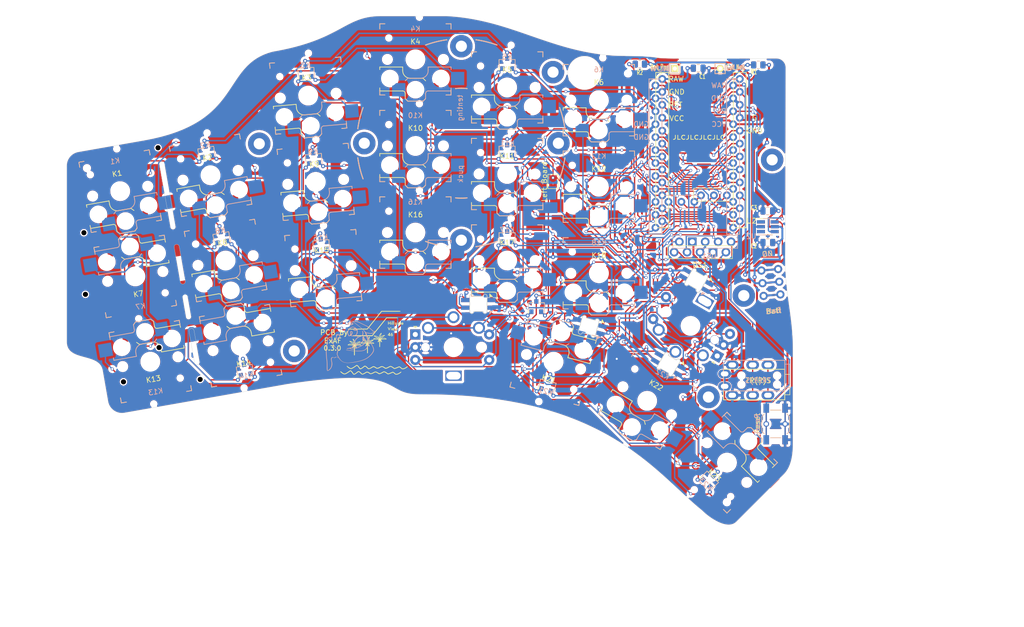
<source format=kicad_pcb>
(kicad_pcb (version 20240108) (generator "pcbnew") (generator_version "8.0")
  (title_block (title "Hillside View 46 Keyboard") (date "2022-10-13") (rev "0.3.0") (company "ExAF") (comment 1 "SPI headers for the nice!view display and 12 pin connector for an I2C cirque trackpad.") (comment 2 "The ring and pinky columns have splays of five and ten degrees.") (comment 3 "Outer pinky column is removable, and one encoder can be in two spots.") (comment 4 "A choc-spaced split keyboard with Ferris column stagger but more thumb and pinky keys.") (comment 9 "wwwwww"))
  (layers (0 "F.Cu" signal) (31 "B.Cu" signal) (34 "B.Paste" user) (35 "F.Paste" user) (36 "B.SilkS" user "B.Silkscreen") (37 "F.SilkS" user "F.Silkscreen") (38 "B.Mask" user) (39 "F.Mask" user) (44 "Edge.Cuts" user))
  (net 0 "")
  (net 1 "row0")
  (net 2 "col0")
  (net 3 "row1")
  (net 4 "row2")
  (net 5 "col1")
  (net 6 "col2")
  (net 7 "col3")
  (net 8 "col4")
  (net 9 "col5")
  (net 10 "GND")
  (net 11 "reset")
  (net 12 "VCC")
  (net 13 "data")
  (net 14 "LED")
  (net 15 "enc_a")
  (net 16 "enc_b")
  (net 17 "Net-(D7-Pad1)")
  (net 18 "Net-(D7-Pad2)")
  (net 19 "Net-(D8-Pad1)")
  (net 20 "Net-(D8-Pad2)")
  (net 21 "Net-(D9-Pad1)")
  (net 22 "Net-(D9-Pad2)")
  (net 23 "Net-(D13-Pad2)")
  (net 24 "Net-(D13-Pad1)")
  (net 25 "Net-(D11-Pad2)")
  (net 26 "Net-(D11-Pad1)")
  (net 27 "Net-(D14-Pad2)")
  (net 28 "Net-(D14-Pad1)")
  (net 29 "Net-(D10-Pad2)")
  (net 30 "Net-(D10-Pad1)")
  (net 31 "Net-(D12-Pad2)")
  (net 32 "Net-(D12-Pad1)")
  (net 33 "Net-(D15-Pad2)")
  (net 34 "Net-(D15-Pad1)")
  (net 35 "bat+")
  (net 36 "raw")
  (net 37 "VCC_ACC")
  (net 38 "MOSI")
  (net 39 "row3")
  (net 40 "Net-(D20-Pad1)")
  (net 41 "Net-(D20-Pad2)")
  (net 42 "Net-(D21-Pad2)")
  (net 43 "SCLK")
  (net 44 "DISPLAY_CS")
  (net 45 "SDA")
  (net 46 "SCL")
  (net 47 "DR")
  (net 49 "unconnected-(U1-Pad25)")
  (net 50 "Net-(D19-Pad2)")
  (net 51 "Net-(D21-Pad1)")
  (net 52 "Net-(D19-Pad1)")
  (net 53 "unconnected-(J2-PadR2)")
  (net 54 "Net-(D3-Pad2)")
  (net 55 "Net-(D2-Pad2)")
  (net 56 "Net-(D1-Pad2)")
  (net 57 "unconnected-(D4-Pad2)")
  (footprint "hillside_basic:SK6812-MINI-E" (layer "F.Cu") (at 176.505514 101.645197 -15)
    (property "Reference" "D3")
    (property "Value" "SK6812-MINI-E" (hide yes))
    (fp_line (start -1.7 1.5) (end -1.7 -1.5) (stroke (width 0.12)) (layer "Edge.Cuts"))
    (fp_line (start -0.9 -1.5) (end 0.9 -1.5) (stroke (width 0.12)) (layer "Edge.Cuts"))
    (fp_line (start 0.9 1.5) (end -0.9 1.5) (stroke (width 0.12)) (layer "Edge.Cuts"))
    (fp_line (start 1.7 -1.5) (end 1.7 1.5) (stroke (width 0.12)) (layer "Edge.Cuts"))
    (fp_arc (start -0.9 1.5) (mid -1.3 1.9) (end -1.7 1.5) (stroke (width 0.12)) (layer "Edge.Cuts"))
    (fp_arc (start -1.7 -1.5) (mid -1.299999 -1.899999) (end -0.9 -1.5) (stroke (width 0.12)) (layer "Edge.Cuts"))
    (fp_arc (start 1.7 1.5) (mid 1.299999 1.899999) (end 0.9 1.5) (stroke (width 0.12)) (layer "Edge.Cuts"))
    (fp_arc (start 0.9 -1.5) (mid 1.3 -1.9) (end 1.7 -1.5) (stroke (width 0.12)) (layer "Edge.Cuts"))
  )
  (footprint "hillside_basic:SK6812-MINI-E" (layer "F.Cu") (at 192.158038 109.067944 -30)
    (property "Reference" "D2")
    (property "Value" "SK6812-MINI-E" (hide yes))
    (fp_line (start -1.7 1.5) (end -1.7 -1.5) (stroke (width 0.12)) (layer "Edge.Cuts"))
    (fp_line (start -0.9 -1.5) (end 0.9 -1.5) (stroke (width 0.12)) (layer "Edge.Cuts"))
    (fp_line (start 0.9 1.5) (end -0.9 1.5) (stroke (width 0.12)) (layer "Edge.Cuts"))
    (fp_line (start 1.7 -1.5) (end 1.7 1.5) (stroke (width 0.12)) (layer "Edge.Cuts"))
    (fp_arc (start -0.9 1.5) (mid -1.3 1.9) (end -1.7 1.5) (stroke (width 0.12)) (layer "Edge.Cuts"))
    (fp_arc (start -1.7 -1.5) (mid -1.3 -1.9) (end -0.9 -1.5) (stroke (width 0.12)) (layer "Edge.Cuts"))
    (fp_arc (start 1.7 1.5) (mid 1.3 1.9) (end 0.9 1.5) (stroke (width 0.12)) (layer "Edge.Cuts"))
    (fp_arc (start 0.9 -1.5) (mid 1.3 -1.9) (end 1.7 -1.5) (stroke (width 0.12)) (layer "Edge.Cuts"))
  )
  (footprint "hillside:MJ-4PP-9" (layer "F.Cu") (at 202.970865 113.049066 90)
    (property "Reference" "J2")
    (property "Value" "TRRS" (hide yes))
  )
  (footprint "hillside:NiceNano2_r" (layer "F.Cu") (at 198.490865 67.509072)
    (property "Reference" "U1" (hide yes))
    (property "Value" "NiceNano2_r" (hide yes))
  )
  (footprint "hillside:Tenting_Puck" (layer "F.Cu") (at 151.500866 65.649066)
    (property "Reference" "H1")
    (property "Value" "Mount_Tenting")
  )
  (footprint "hillside_basic:SOT-23" (layer "F.Cu") (at 101.456044 67.265259 100)
    (property "Reference" "D7" (hide yes))
    (property "Value" "BAV70" (hide yes))
  )
  (footprint "hillside_basic:SOT-23" (layer "F.Cu") (at 109.009734 110.10439 100)
    (property "Reference" "D13" (hide yes))
    (property "Value" "BAV70" (hide yes))
  )
  (footprint "Kailh Sockets:REVERSED_Kailh_socket_PG1350_reversible" (layer "F.Cu") (at 90.458369 108.552225 10)
    (property "Reference" "K13")
    (property "Value" "SW_Key")
  )
  (footprint "Kailh Sockets:REVERSED_Kailh_socket_PG1350_reversible" (layer "F.Cu") (at 108.184906 105.426554 10)
    (property "Reference" "K14")
    (property "Value" "SW_Key")
  )
  (footprint "hillside_basic:SOT-23" (layer "F.Cu") (at 121.030955 51.619141 95)
    (property "Reference" "D8" (hide yes))
    (property "Value" "BAV70" (hide yes))
  )
  (footprint "hillside_basic:SOT-23" (layer "F.Cu") (at 104.416744 84.056225 100)
    (property "Reference" "D10" (hide yes))
    (property "Value" "BAV70" (hide yes))
  )
  (footprint "Kailh Sockets:REVERSED_Kailh_socket_PG1350_reversible" (layer "F.Cu") (at 84.554335 75.068756 -170)
    (property "Reference" "K1")
    (property "Value" "SW_Key")
  )
  (footprint "Kailh Sockets:REVERSED_Kailh_socket_PG1350_reversible" (layer "F.Cu") (at 121.440591 56.301255 -175)
    (property "Reference" "K3")
    (property "Value" "SW_Key")
  )
  (footprint "Kailh Sockets:REVERSED_Kailh_socket_PG1350_reversible" (layer "F.Cu") (at 142.490869 49.189062 180)
    (property "Reference" "K4")
    (property "Value" "SW_Key")
  )
  (footprint "Kailh Sockets:REVERSED_Kailh_socket_PG1350_reversible" (layer "F.Cu") (at 105.23289 88.684826 -170)
    (property "Reference" "K8")
    (property "Value" "SW_Key")
  )
  (footprint "hillside_basic:SOT-23" (layer "F.Cu") (at 122.512608 68.554446 95)
    (property "Reference" "D11" (hide yes))
    (property "Value" "BAV70" (hide yes))
  )
  (footprint "Kailh Sockets:REVERSED_Kailh_socket_PG1350_reversible" (layer "F.Cu") (at 122.922241 73.23656 -175)
    (property "Reference" "K9")
    (property "Value" "SW_Key")
  )
  (footprint "Kailh Sockets:REVERSED_Kailh_socket_PG1350_reversible" (layer "F.Cu") (at 142.490862 66.189064 180)
    (property "Reference" "K10")
    (property "Value" "SW_Key")
  )
  (footprint "Kailh Sockets:REVERSED_Kailh_socket_PG1350_reversible" (layer "F.Cu") (at 124.403881 90.171867 -175)
    (property "Reference" "K15")
    (property "Value" "SW_Key")
  )
  (footprint "Kailh Sockets:REVERSED_Kailh_socket_PG1350_reversible" (layer "F.Cu") (at 142.490864 83.189063 180)
    (property "Reference" "K16")
    (property "Value" "SW_Key")
  )
  (footprint "hillside_basic:SOT-23" (layer "F.Cu") (at 123.994258 85.489754 95)
    (property "Reference" "D14" (hide yes))
    (property "Value" "BAV70" (hide yes))
  )
  (footprint "hillside_basic:SOT-23" (layer "F.Cu") (at 160.490867 49.989062 90)
    (property "Reference" "D9" (hide yes))
    (property "Value" "BAV70" (hide yes))
  )
  (footprint "hillside_basic:SOT-23" (layer "F.Cu") (at 160.490867 66.98906 90)
    (property "Reference" "D12" (hide yes))
    (property "Value" "BAV70" (hide yes))
  )
  (footprint "hillside_basic:SOT-23" (layer "F.Cu") (at 160.490868 83.98906 90)
    (property "Reference" "D15" (hide yes))
    (property "Value" "BAV70" (hide yes))
  )
  (footprint "Kailh Sockets:REVERSED_Kailh_socket_PG1350_reversible" (layer "F.Cu") (at 160.490866 54.689071 180)
    (property "Reference" "K5")
    (property "Value" "SW_Key")
  )
  (footprint "Kailh Sockets:REVERSED_Kailh_socket_PG1350_reversible" (layer "F.Cu") (at 178.49087 57.189063 180)
    (property "Reference" "K6")
    (property "Value" "SW_Key")
  )
  (footprint "Kailh Sockets:REVERSED_Kailh_socket_PG1350_reversible" (layer "F.Cu") (at 160.490858 71.689068 180)
    (property "Reference" "K11")
    (property "Value" "SW_Key")
  )
  (footprint "Kailh Sockets:REVERSED_Kailh_socket_PG1350_reversible" (layer "F.Cu") (at 178.490862 74.189064 180)
    (property "Reference" "K12")
    (property "Value" "SW_Key")
  )
  (footprint "Kailh Sockets:REVERSED_Kailh_socket_PG1350_reversible" (layer "F.Cu") (at 160.490865 88.689063 180)
    (property "Reference" "K17")
    (property "Value" "SW_Key")
  )
  (footprint "Kailh Sockets:REVERSED_Kailh_socket_PG1350_reversible" (layer "F.Cu") (at 178.490866 91.189061 180)
    (property "Reference" "K18")
    (property "Value" "SW_Key")
  )
  (footprint "hillside:pg1350-DR_rotary_hotswap" (layer "F.Cu") (at 149.964739 110.211586)
    (property "Reference" "K20" (hide yes))
    (property "Value" "SW_Rotary")
  )
  (footprint "Kailh Sockets:REVERSED_Kailh_socket_PG1350_reversible" (layer "F.Cu") (at 102.280872 71.943094 -170)
    (property "Reference" "K2")
    (property "Value" "SW_Key")
  )
  (footprint "hillside_basic:SOT-23" (layer "F.Cu") (at 168.384424 113.115583 75)
    (property "Reference" "D20" (hide yes))
    (property "Value" "BAV70" (hide yes))
  )
  (footprint "Kailh Sockets:REVERSED_Kailh_socket_PG1350_reversible" (layer "F.Cu") (at 187.969147 116.238983 150)
    (property "Reference" "K22")
    (property "Value" "SW_Key")
  )
  (footprint "hillside_basic:SOT-23" (layer "F.Cu") (at 200.307811 131.703716 45)
    (property "Reference" "D21" (hide yes))
    (property "Value" "BAV70" (hide yes))
  )
  (footprint "hillside_basic:SOT-23" (layer "F.Cu") (at 166.212113 97.73814 90)
    (property "Reference" "D19" (hide yes))
    (property "Value" "BAV70" (hide yes))
  )
  (footprint "hillside:pg1350-DR_rotary_hotswap" (layer "F.Cu") (at 198.719145 97.619438 150)
    (property "Reference" "K19" (hide yes))
    (property "Value" "SW_Rotary")
  )
  (footprint "Kailh Sockets:REVERSED_Kailh_socket_PG1350_reversible" (layer "F.Cu") (at 203.631215 128.380308 -45)
    (property "Reference" "K23")
    (property "Value" "SW_Key")
  )
  (footprint "hillside_basic:SK6812-MINI-E" (layer "F.Cu") (at 154.848202 97.204987)
    (property "Reference" "D4")
    (property "Value" "SK6812-MINI-E" (hide yes))
    (fp_line (start -1.7 1.5) (end -1.7 -1.5) (stroke (width 0.12)) (layer "Edge.Cuts"))
    (fp_line (start -0.9 -1.5) (end 0.9 -1.5) (stroke (width 0.12)) (layer "Edge.Cuts"))
    (fp_line (start 0.9 1.5) (end -0.9 1.5) (stroke (width 0.12)) (layer "Edge.Cuts"))
    (fp_line (start 1.7 -1.5) (end 1.7 1.5) (stroke (width 0.12)) (layer "Edge.Cuts"))
    (fp_arc (start -1.7 -1.5) (mid -1.3 -1.9) (end -0.9 -1.5) (stroke (width 0.12)) (layer "Edge.Cuts"))
    (fp_arc (start -0.9 1.5) (mid -1.3 1.9) (end -1.7 1.5) (stroke (width 0.12)) (layer "Edge.Cuts"))
    (fp_arc (start 0.9 -1.5) (mid 1.3 -1.9) (end 1.7 -1.5) (stroke (width 0.12)) (layer "Edge.Cuts"))
    (fp_arc (start 1.7 1.5) (mid 1.3 1.9) (end 0.9 1.5) (stroke (width 0.12)) (layer "Edge.Cuts"))
  )
  (footprint "hillside_basic:SK6812-MINI-E" (layer "F.Cu") (at 197.592319 92.581458 -30)
    (property "Reference" "D1")
    (property "Value" "SK6812-MINI-E" (hide yes))
    (fp_line (start -1.7 1.5) (end -1.7 -1.5) (stroke (width 0.12)) (layer "Edge.Cuts"))
    (fp_line (start -0.9 -1.5) (end 0.9 -1.5) (stroke (width 0.12)) (layer "Edge.Cuts"))
    (fp_line (start 0.9 1.5) (end -0.9 1.5) (stroke (width 0.12)) (layer "Edge.Cuts"))
    (fp_line (start 1.7 -1.5) (end 1.7 1.5) (stroke (width 0.12)) (layer "Edge.Cuts"))
    (fp_arc (start -0.9 1.5) (mid -1.3 1.9) (end -1.7 1.5) (stroke (width 0.12)) (layer "Edge.Cuts"))
    (fp_arc (start -1.7 -1.5) (mid -1.3 -1.9) (end -0.9 -1.5) (stroke (width 0.12)) (layer "Edge.Cuts"))
    (fp_arc (start 1.7 1.5) (mid 1.3 1.9) (end 0.9 1.5) (stroke (width 0.12)) (layer "Edge.Cuts"))
    (fp_arc (start 0.9 -1.5) (mid 1.3 -1.9) (end 1.7 -1.5) (stroke (width 0.12)) (layer "Edge.Cuts"))
  )
  (footprint "hillside_basic:1pin_conn" (layer "F.Cu") (at 202.290867 50.979059)
    (property "Reference" "J4")
    (property "Value" "Bat_Neg")
  )
  (footprint "Jumper:SolderJumper-2_P1.3mm_Bridged_RoundedPad1.0x1.5mm" (layer "F.Cu") (at 212.15 61.5)
    (property "Reference" "JP1")
    (property "Value" "VccJumper")
  )
  (footprint "hillside_basic:C_0805_2012Metric" (layer "F.Cu") (at 197.99087 50.909069)
    (property "Reference" "C1")
    (property "Value" "4u7")
  )
  (footprint "hillside_basic:SW_SPST_SKQG_WithStem" (layer "F.Cu") (at 213.190866 120.78906 90)
    (property "Reference" "SW1")
    (property "Value" "SKQGAFE010")
  )
  (footprint "Kailh Sockets:REVERSED_Kailh_socket_PG1350_reversible" (layer "F.Cu") (at 87.506351 91.810495 10)
    (property "Reference" "K7")
    (property "Value" "SW_Key")
  )
  (footprint "hillside_basic:SW_SPDT_JS202011AQN" (layer "F.Cu") (at 212.25 93 -85)
    (property "Reference" "SW2")
    (property "Value" "SW_Power" (hide yes))
  )
  (footprint "hillside:Hillside_Logo" (layer "F.Cu") (at 134.294229 105.12028)
    (property "Reference" "H3")
    (property "Value" "Logo")
  )
  (footprint "hillside:MountingHole_2.2mm_with_PCB_insert_rings" (layer "F.Cu") (at 111.842403 65.751727)
    (property "Reference" "H4" (hide yes))
    (property "Value" "MountHole" (hide yes))
  )
  (footprint "hillside:MountingHole_2.2mm_with_PCB_insert_rings" (layer "F.Cu") (at 118.703427 106.452211)
    (property "Reference" "H5" (hide yes))
    (property "Value" "MountHole" (hide yes))
  )
  (footprint "hillside:MountingHole_2.2mm_with_PCB_insert_rings" (layer "F.Cu") (at 200 115.5)
    (property "Reference" "H6" (hide yes))
    (property "Value" "MountHole" (hide yes))
  )
  (footprint "hillside:MountingHole_2.2mm_with_PCB_insert_rings" (layer "F.Cu") (at 169.490866 51.689062)
    (property "Reference" "H7" (hide yes))
    (property "Value" "MountHole" (hide yes))
  )
  (footprint "hillside_basic:1pin_conn" (layer "F.Cu") (at 193.390863 50.979064)
    (property "Reference" "J3")
    (property "Value" "Bat_Pos")
  )
  (footprint "hillside:Bumpon" (layer "F.Cu") (at 78.43747 71.076797 10)
    (property "Reference" "H10" (hide yes))
    (property "Value" "Bumpon")
  )
  (footprint "hillside_basic:R_0805_2012Metric" (layer "F.Cu") (at 209.7786 50.2666 180)
    (property "Reference" "R1")
    (property "Value" "4.7k")
  )
  (footprint "hillside_basic:HoleBreakoff_1mm" (layer "F.Cu") (at 100.240802 112.04565)
    (property "Reference" "H30" (hide yes))
    (property "Value" "Breakoff Hole")
  )
  (footprint "hillside_basic:HoleBreakoff_1mm" (layer "F.Cu") (at 85.193823 112.515671)
    (property "Reference" "H28" (hide yes))
    (property "Value" "Breakoff Hole")
  )
  (footprint "hillside_basic:ToolingHole_1.152mm" (layer "F.Cu") (at 78.023818 70.545961)
    (property "Reference" "H24" (hide yes))
    (property "Value" "ToolingHole")
  )
  (footprint "hillside_basic:HoleBreakoff_1mm" (layer "F.Cu") (at 92.177848 105.782514)
    (property "Reference" "H29" (hide yes))
    (property "Value" "Breakoff Hole")
  )
  (footprint "hillside:Bumpon" (layer "F.Cu") (at 133.400866 45.361877)
    (property "Reference" "H14" (hide yes))
    (property "Value" "Bumpon")
  )
  (footprint "hillside:Bumpon" (layer "F.Cu") (at 165.038132 112.395566)
    (property "Reference" "H8" (hide yes))
    (property "Value" "Bumpon")
  )
  (footprint "hillside:Bumpon" (layer "F.Cu") (at 202.719922 134.449958)
    (property "Reference" "H16" (hide yes))
    (property "Value" "Bumpon")
  )
  (footprint "hillside:MountingHole_2.2mm_with_PCB_insert_rings" (layer "F.Cu") (at 212.4964 68.9102)
    (property "Reference" "H33" (hide yes))
    (property "Value" "MountHole" (hide yes))
  )
  (footprint "hillside:Bumpon" (layer "F.Cu") (at 199.350867 55.811875)
    (property "Reference" "H21" (hide yes))
    (property "Value" "Bumpon")
  )
  (footprint "Jumper:SolderJumper-2_P1.3mm_Open_TrianglePad1.0x1.5mm" (layer "F.Cu") (at 169.490867 73.164069 -90)
    (property "Reference" "JP2")
    (property "Value" "Left_Board")
  )
  (footprint "hillside:Bumpon" (layer "F.Cu") (at 199.250867 81.311875)
    (property "Reference" "H22" (hide yes))
    (property "Value" "Bumpon")
  )
  (footprint "hillside:Bumpon" (layer "F.Cu") (at 100.170004 111.343814 10)
    (property "Reference" "H2" (hide yes))
    (property "Value" "Bumpon")
  )
  (footprint "hillside:Bumpon" (layer "F.Cu") (at 212.219924 120.549958)
    (property "Reference" "H18" (hide yes))
    (property "Value" "Bumpon")
  )
  (footprint "hillside_basic:C_0805_2012Metric" (layer "F.Cu") (at 211.650005 78.950002)
    (property "Reference" "C3")
    (property "Value" "4u7")
  )
  (footprint "hillside:NiceView" (layer "F.Cu") (at 198.344829 87.043153)
    (property "Reference" "DS1")
    (property "Value" "Display")
  )
  (footprint "hillside:Bumpon" (layer "F.Cu") (at 78.492077 103.480231 10)
    (property "Reference" "H13" (hide yes))
    (property "Value" "Bumpon")
  )
  (footprint "hillside_basic:C_0805_2012Metric" (layer "F.Cu") (at 211.650004 85.149999)
    (property "Reference" "C2")
    (property "Value" "4u7")
  )
  (footprint "hillside_basic:R_0805_2012Metric" (layer "F.Cu") (at 186.5376 50.1142 180)
    (property "Reference" "R2")
    (property "Value" "4.7k")
  )
  (footprint "hillside_basic:HoleBreakoff_1mm" (layer "F.Cu") (at 77.727848 95.332514)
    (property "Reference" "H27" (hide yes))
    (property "Value" "Breakoff Hole")
  )
  (footprint "hillside_basic:HoleBreakoff_1mm" (layer "F.Cu") (at 91.9734 66.548)
    (property "Reference" "H31" (hide yes))
    (property "Value" "Breakoff Hole")
  )
  (footprint "hillside_basic:ToolingHole_1.152mm" (layer "F.Cu") (at 203.619919 136.149962)
    (property "Reference" "H25" (hide yes))
    (property "Value" "ToolingHole")
  )
  (footprint "hillside_basic:ToolingHole_1.152mm" (layer "F.Cu") (at 184.219923 51.949958)
    (property "Reference" "H23" (hide yes))
    (property "Value" "ToolingHole")
  )
  (footprint "hillside:Bumpon" (layer "F.Cu") (at 194.519923 126.049958)
    (property "Reference" "H19" (hide yes))
    (property "Value" "Bumpon")
  )
  (footprint "hillside:Bumpon" (layer "F.Cu") (at 130.119924 106.849963 10)
    (property "Reference" "H11" (hide yes))
    (property "Value" "Bumpon")
  )
  (footprint "hillside:Bumpon" (layer "F.Cu") (at 176.750867 51.061876)
    (property "Reference" "H17" (hide yes))
    (property "Value" "Bumpon")
  )
  (footprint "hillside:Bumpon" (layer "F.Cu") (at 87.719922 113.849958 10)
    (property "Reference" "H12" (hide yes))
    (property "Value" "Bumpon")
  )
  (footprint "hillside_basic:HoleBreakoff_1mm" (layer "F.Cu") (at 77.427848 83.232515)
    (property "Reference" "H26" (hide yes))
    (property "Value" "Breakoff Hole")
  )
  (footprint "Kailh Sockets:REVERSED_Kailh_socket_PG1350_reversible" (layer "F.Cu") (at 169.600864 108.575724 -15)
    (property "Reference" "K21")
    (property "Value" "SW_Key")
  )
  (footprint "hillside:Bumpon" (layer "F.Cu") (at 117.394919 51.699963 10)
    (property "Reference" "H9" (hide yes))
    (property "Value" "Bumpon")
  )
  (footprint "hillside:Bumpon" (layer "F.Cu") (at 92.819923 68.749958 10)
    (property "Reference" "H15" (hide yes))
    (property "Value" "Bumpon")
  )
  (footprint "hillside_basic:SOT-23-6_Handsoldering_threenumbered" (layer "F.Cu") (at 211.65 82.05)
    (property "Reference" "U2")
    (property "Value" "SRV05-4")
  )
  (footprint "hillside:MountingHole_2.2mm_with_PCB_insert_rings" (layer "F.Cu") (at 206.9338 95.5802)
    (property "Reference" "H32" (hide yes))
    (property "Value" "MountHole" (hide yes))
  )
  (footprint "hillside:Bumpon" (layer "F.Cu") (at 151.750867 45.361877)
    (property "Reference" "H20" (hide yes))
    (property "Value" "Bumpon")
  )
  (footprint "wowee:wowee" (layer "B.Cu") (at 130.371275 110.189618 180)
    (property "Reference" "G1" (hide yes))
    (property "Value" "LOGO" (hide yes))
  )
  (gr_line (start 148.619924 40.689064) (end 135.500862 40.689072) (stroke (width 0.05)) (layer "Edge.Cuts"))
  (gr_line (start 214.717343 130.722925) (end 205.436102 140.007053) (stroke (width 0.05)) (layer "Edge.Cuts"))
  (gr_line (start 74.075818 70.062418) (end 74.075817 104.782514) (stroke (width 0.05)) (layer "Edge.Cuts"))
  (gr_line (start 216.566189 124.479813) (end 216.566192 106.156053) (stroke (width 0.05)) (layer "Edge.Cuts"))
  (gr_arc (start 95.14042 86.095612) (mid 95.546004 85.51671) (end 96.125223 85.921965) (stroke (width 0.05)) (layer "Edge.Cuts"))
  (gr_line (start 96.125223 85.921965) (end 97.323323 92.717201) (stroke (width 0.05)) (layer "Edge.Cuts"))
  (gr_curve (pts (xy 180.8734 48.4124) (xy 168.529 47.4472) (xy 160.9852 41.3258) (xy 148.619924 40.689064)) (stroke (width 0.05)) (layer "Edge.Cuts"))
  (gr_arc (start 213.36 49.009236) (mid 214.617236 49.53) (end 215.138 50.787236) (stroke (width 0.05)) (layer "Edge.Cuts"))
  (gr_arc (start 92.254297 69.857811) (mid 92.659927 69.27888) (end 93.2391 69.684164) (stroke (width 0.05)) (layer "Edge.Cuts"))
  (gr_arc (start 85.373766 118.587613) (mid 83.318905 118.132064) (end 82.188018 116.356923) (stroke (width 0.05)) (layer "Edge.Cuts"))
  (gr_curve (pts (xy 114.469924 47.674959) (xy 104.194923 50.324958) (xy 108.969922 61.649958) (xy 89.144924 65.124958)) (stroke (width 0.05)) (layer "Edge.Cuts"))
  (gr_line (start 97.784923 95.790007) (end 98.455478 99.637593) (stroke (width 0.05)) (layer "Edge.Cuts"))
  (gr_arc (start 95.4024 81.9912) (mid 94.996857 82.570643) (end 94.417594 82.164844) (stroke (width 0.05)) (layer "Edge.Cuts"))
  (gr_curve (pts (xy 214.717343 130.722925) (xy 216.410866 129.099069) (xy 216.560866 126.329067) (xy 216.566189 124.479813)) (stroke (width 0.05)) (layer "Edge.Cuts"))
  (gr_line (start 89.144924 65.124958) (end 76.344059 67.377604) (stroke (width 0.05)) (layer "Edge.Cuts"))
  (gr_curve (pts (xy 189.4586 48.7934) (xy 186.69 48.387) (xy 182.5752 48.5902) (xy 180.8734 48.4124)) (stroke (width 0.05)) (layer "Edge.Cuts"))
  (gr_curve (pts (xy 198.755864 137.769068) (xy 189.423464 130.266561) (xy 179.57779 114.740366) (xy 143.303816 114.965963)) (stroke (width 0.05)) (layer "Edge.Cuts"))
  (gr_curve (pts (xy 194.31 48.9966) (xy 192.786 49.022) (xy 190.6778 48.9966) (xy 189.4586 48.7934)) (stroke (width 0.05)) (layer "Edge.Cuts"))
  (gr_line (start 117.321837 112.954302) (end 85.373766 118.587613) (stroke (width 0.05)) (layer "Edge.Cuts"))
  (gr_line (start 94.417594 82.164844) (end 92.254297 69.857811) (stroke (width 0.05)) (layer "Edge.Cuts"))
  (gr_line (start 99.136816 108.736999) (end 98.059862 102.628818) (stroke (width 0.05)) (layer "Edge.Cuts"))
  (gr_arc (start 96.800116 95.963657) (mid 97.205711 95.384523) (end 97.784923 95.790007) (stroke (width 0.05)) (layer "Edge.Cuts"))
  (gr_line (start 82.188018 116.356923) (end 81.109409 110.187348) (stroke (width 0.05)) (layer "Edge.Cuts"))
  (gr_arc (start 98.059862 102.628818) (mid 98.46549 102.049735) (end 99.044669 102.455168) (stroke (width 0.05)) (layer "Edge.Cuts"))
  (gr_line (start 215.138 50.787236) (end 215.075208 86.614) (stroke (width 0.05)) (layer "Edge.Cuts"))
  (gr_line (start 97.47067 99.811238) (end 96.800116 95.963657) (stroke (width 0.05)) (layer "Edge.Cuts"))
  (gr_arc (start 100.121624 108.563354) (mid 99.716076 109.142665) (end 99.136816 108.736999) (stroke (width 0.05)) (layer "Edge.Cuts"))
  (gr_curve (pts (xy 143.303816 114.965963) (xy 135.633818 114.975962) (xy 141.01382 109.365959) (xy 117.321837 112.954302)) (stroke (width 0.05)) (layer "Edge.Cuts"))
  (gr_arc (start 98.455478 99.637593) (mid 98.049924 100.216977) (end 97.47067 99.811238) (stroke (width 0.05)) (layer "Edge.Cuts"))
  (gr_curve (pts (xy 216.566192 106.156053) (xy 216.566187 99.06) (xy 214.79735 94.838218) (xy 215.075208 86.614)) (stroke (width 0.05)) (layer "Edge.Cuts"))
  (gr_line (start 99.044669 102.455168) (end 100.121624 108.563354) (stroke (width 0.05)) (layer "Edge.Cuts"))
  (gr_line (start 96.338517 92.890845) (end 95.14042 86.095612) (stroke (width 0.05)) (layer "Edge.Cuts"))
  (gr_arc (start 74.075818 70.062418) (mid 74.721359 68.30724) (end 76.344059 67.377604) (stroke (width 0.05)) (layer "Edge.Cuts"))
  (gr_line (start 213.36 49.009236) (end 194.31 48.9966) (stroke (width 0.05)) (layer "Edge.Cuts"))
  (gr_curve (pts (xy 135.500862 40.689072) (xy 128.44492 40.774961) (xy 127.994924 45.349961) (xy 114.469924 47.674959)) (stroke (width 0.05)) (layer "Edge.Cuts"))
  (gr_line (start 212.917151 48.9966) (end 212.917151 48.9966) (stroke (width 0.05)) (layer "Edge.Cuts"))
  (gr_curve (pts (xy 81.109409 110.187348) (xy 80.391166 106.74128) (xy 74.227848 108.582514) (xy 74.075817 104.782514)) (stroke (width 0.05)) (layer "Edge.Cuts"))
  (gr_line (start 95.4024 81.9912) (end 93.2391 69.684164) (stroke (width 0.05)) (layer "Edge.Cuts"))
  (gr_arc (start 97.323323 92.717201) (mid 96.917745 93.296589) (end 96.338517 92.890845) (stroke (width 0.05)) (layer "Edge.Cuts"))
  (gr_circle (center 175.675854 51.832515) (end 178.927683 51.259126) (stroke (width 0.05)) (fill none) (layer "Edge.Cuts"))
  (gr_curve (pts (xy 205.436102 140.007053) (xy 203.710859 141.669066) (xy 200.180865 139.209064) (xy 198.755864 137.769068)) (stroke (width 0.05)) (layer "Edge.Cuts"))
  (gr_text "0.3.0" (at 124.383805 105.909852 0) (layer "F.SilkS") (effects (font (size 0.9 0.9) (thickness 0.153)) (justify left)))
  (gr_text "PCB by\n ExAF" (at 123.698 103.632 0) (layer "F.SilkS") (effects (font (size 1 1) (thickness 0.153)) (justify left)))
  (gr_text "JLCJLCJLCJLC" (at 198.12 64.516 0) (layer "F.SilkS") (effects (font (size 0.81 1))))
  (segment (start 161.017643 47.839062) (end 168.678581 55.5) (width 0.254) (layer "F.Cu") (net 1))
  (segment (start 160.490867 47.839062) (end 161.017643 47.839062) (width 0.254) (layer "F.Cu") (net 1))
  (segment (start 207.236265 76.980072) (end 206.147265 75.891072) (width 0.254) (layer "F.Cu") (net 1))
  (segment (start 188 59.139061) (end 188 70) (width 0.254) (layer "F.Cu") (net 1))
  (segment (start 187.690399 84.373) (end 187.517399 84.2) (width 0.254) (layer "F.Cu") (net 1))
  (segment (start 205 83.5) (end 205.122016 83.5) (width 0.254) (layer "F.Cu") (net 1))
  (segment (start 186.756999 83.005547) (end 186.756999 81.380163) (width 0.254) (layer "F.Cu") (net 1))
  (segment (start 206 82.622016) (end 206.0364 82.622016) (width 0.254) (layer "F.Cu") (net 1))
  (segment (start 187.761937 79) (end 189.600865 77.161072) (width 0.254) (layer "F.Cu") (net 1))
  (segment (start 206.0364 82.622016) (end 207.236265 81.422151) (width 0.254) (layer "F.Cu") (net 1))
  (segment (start 186.756999 81.380163) (end 187.346967 81.380163) (width 0.254) (layer "F.Cu") (net 1))
  (segment (start 187.346967 81.380163) (end 187.761937 80.965193) (width 0.254) (layer "F.Cu") (net 1))
  (segment (start 205.122016 83.5) (end 206 82.622016) (width 0.254) (layer "F.Cu") (net 1))
  (segment (start 207.236265 81.422151) (end 207.236265 76.980072) (width 0.254) (layer "F.Cu") (net 1))
  (segment (start 187.761937 80.965193) (end 187.761937 79) (width 0.254) (layer "F.Cu") (net 1))
  (segment (start 168.678581 55.5) (end 172 55.5) (width 0.254) (layer "F.Cu") (net 1))
  (segment (start 187.517399 83.765947) (end 186.756999 83.005547) (width 0.254) (layer "F.Cu") (net 1))
  (segment (start 187.517399 84.2) (end 187.517399 83.765947) (width 0.254) (layer "F.Cu") (net 1))
  (via (at 205 83.5) (size 0.6) (drill 0.4) (layers "F.Cu" "B.Cu") (net 1))
  (via (at 188 59.139061) (size 0.6) (drill 0.4) (layers "F.Cu" "B.Cu") (net 1))
  (via (at 187.690399 84.373) (size 0.6) (drill 0.4) (layers "F.Cu" "B.Cu") (net 1))
  (via (at 172 55.5) (size 0.6) (drill 0.4) (layers "F.Cu" "B.Cu") (net 1))
  (via (at 188 70) (size 0.6) (drill 0.4) (layers "F.Cu" "B.Cu") (net 1))
  (segment (start 189.600865 77.161072) (end 189.600865 76.100865) (width 0.254) (layer "B.Cu") (net 1))
  (segment (start 188 59.139061) (end 188 58) (width 0.254) (layer "B.Cu") (net 1))
  (segment (start 101.0827 65.147922) (end 105.17297 65.147922) (width 0.254) (layer "B.Cu") (net 1))
  (segment (start 187.875346 84.188053) (end 191.325661 84.188053) (width 0.254) (layer "B.Cu") (net 1))
  (segment (start 185.097563 55.097563) (end 177.624542 55.097563) (width 0.254) (layer "B.Cu") (net 1))
  (segment (start 120.84357 49.477322) (end 126.022678 49.477322) (width 0.254) (layer "B.Cu") (net 1))
  (segment (start 189.5 76) (end 189.439714 76) (width 0.254) (layer "B.Cu") (net 1))
  (segment (start 177.222105 55.5) (end 172 55.5) (width 0.254) (layer "B.Cu") (net 1))
  (segment (start 197.613287 82.999999) (end 197.740288 83.127) (width 0.254) (layer "B.Cu") (net 1))
  (segment (start 204.186714 83.127) (end 204.559714 83.5) (width 0.254) (layer "B.Cu") (net 1))
  (segment (start 177.624542 55.097563) (end 177.222105 55.5) (width 0.254) (layer "B.Cu") (net 1))
  (segment (start 191.325661 84.188053) (end 192.513715 82.999999) (width 0.254) (layer "B.Cu") (net 1))
  (segment (start 189.600865 76.100865) (end 189.5 76) (width 0.254) (layer "B.Cu") (net 1))
  (segment (start 189.439714 76) (end 188.5 75.060286) (width 0.254) (layer "B.Cu") (net 1))
  (segment (start 126.022678 49.477322) (end 131.427934 44.072066) (width 0.254) (layer "B.Cu") (net 1))
  (segment (start 188 58) (end 185.097563 55.097563) (width 0.254) (layer "B.Cu") (net 1))
  (segment (start 188.5 70.5) (end 188 70) (width 0.254) (layer "B.Cu") (net 1))
  (segment (start 197.740288 83.127) (end 204.186714 83.127) (width 0.254) (layer "B.Cu") (net 1))
  (segment (start 192.513715 82.999999) (end 197.613287 82.999999) (width 0.254) (layer "B.Cu") (net 1))
  (segment (start 188.5 75.060286) (end 188.5 70.5) (width 0.254) (layer "B.Cu") (net 1))
  (segment (start 105.17297 65.147922) (end 120.84357 49.477322) (width 0.254) (layer "B.Cu") (net 1))
  (segment (start 204.559714 83.5) (end 205 83.5) (width 0.254) (layer "B.Cu") (net 1))
  (segment (start 156.723871 44.072066) (end 160.490867 47.839062) (width 0.254) (layer "B.Cu") (net 1))
  (segment (start 187.690399 84.373) (end 187.875346 84.188053) (width 0.254) (layer "B.Cu") (net 1))
  (segment (start 131.427934 44.072066) (end 156.723871 44.072066) (width 0.254) (layer "B.Cu") (net 1))
  (segment (start 129.180192 51.433096) (end 134.747096 57) (width 0.254) (layer "F.Cu") (net 2))
  (segment (start 85.414851 88.686539) (end 85.414851 102.476251) (width 0.254) (layer "F.Cu") (net 2))
  (segment (start 176.613862 81.475675) (end 182.138187 87) (width 0.254) (layer "F.Cu") (net 2))
  (segment (start 83.247899 86.519587) (end 83.249967 86.519587) (width 0.254) (layer "F.Cu") (net 2))
  (segment (start 173.113862 76.062064) (end 174.562064 76.062064) (width 0.254) (layer "F.Cu") (net 2))
  (segment (start 169.490867 72.439069) (end 170.245867 72.439069) (width 0.254) (layer "F.Cu") (net 2))
  (segment (start 146.325348 64.21206) (end 148.01564 62.521768) (width 0.254) (layer "F.Cu") (net 2))
  (segment (start 192.754857 83.645569) (end 193.354431 83.645569) (width 0.254) (layer "F.Cu") (net 2))
  (segment (start 197.257265 77.161072) (end 198.527265 75.891072) (width 0.254) (layer "F.Cu") (net 2))
  (segment (start 170.245867 72.439069) (end 171.627 73.820202) (width 0.254) (layer "F.Cu") (net 2))
  (segment (start 98.21803 65.5) (end 112.71803 51) (width 0.254) (layer "F.Cu") (net 2))
  (segment (start 88.812787 80.956767) (end 88.812787 80.359664) (width 0.254) (layer "F.Cu") (net 2))
  (segment (start 194.5 82.5) (end 198 82.5) (width 0.254) (layer "F.Cu") (net 2))
  (segment (start 88.252554 79.799431) (end 88.252554 73.747446) (width 0.254) (layer "F.Cu") (net 2))
  (segment (start 117.5 51) (end 117.933096 51.433096) (width 0.254) (layer "F.Cu") (net 2))
  (segment (start 117.933096 51.433096) (end 129.180192 51.433096) (width 0.254) (layer "F.Cu") (net 2))
  (segment (start 88.252554 73.747446) (end 90.5 71.5) (width 0.254) (layer "F.Cu") (net 2))
  (segment (start 174.562064 76.062064) (end 176.613862 78.113862) (width 0.254) (layer "F.Cu") (net 2))
  (segment (start 88.4386 105.5) (end 90.5 105.5) (width 0.254) (layer "F.Cu") (net 2))
  (segment (start 83.247899 86.519587) (end 85.414851 88.686539) (width 0.254) (layer "F.Cu") (net 2))
  (segment (start 83.249967 86.519587) (end 88.812787 80.956767) (width 0.254) (layer "F.Cu") (net 2))
  (segment (start 169.490867 69.604155) (end 169.490867 72.439069) (width 0.254) (layer "F.Cu") (net 2))
  (segment (start 86.199917 103.261317) (end 88.4386 105.5) (width 0.254) (layer "F.Cu") (net 2))
  (segment (start 88.812787 80.359664) (end 88.252554 79.799431) (width 0.254) (layer "F.Cu") (net 2))
  (segment (start 148.01564 62.521768) (end 162.40848 62.521768) (width 0.254) (layer "F.Cu") (net 2))
  (segment (start 139.113288 57) (end 146.325348 64.21206) (width 0.254) (layer "F.Cu") (net 2))
  (segment (start 171.627 74.575202) (end 173.113862 76.062064) (width 0.254) (layer "F.Cu") (net 2))
  (segment (start 162.40848 62.521768) (end 169.490867 69.604155) (width 0.254) (layer "F.Cu") (net 2))
  (segment (start 197.220865 77.161072) (end 197.257265 77.161072) (width 0.254) (layer "F.Cu") (net 2))
  (segment (start 171.627 73.820202) (end 171.627 74.575202) (width 0.254) (layer "F.Cu") (net 2))
  (segment (start 112.71803 51) (end 117.5 51) (width 0.254) (layer "F.Cu") (net 2))
  (segment (start 193.354431 83.645569) (end 194.5 82.5) (width 0.254) (layer "F.Cu") (net 2))
  (segment (start 176.613862 78.113862) (end 176.613862 81.475675) (width 0.254) (layer "F.Cu") (net 2))
  (segment (start 95.5 65.5) (end 98.21803 65.5) (width 0.254) (layer "F.Cu") (net 2))
  (segment (start 182.138187 87) (end 185.5 87) (width 0.254) (layer "F.Cu") (net 2))
  (segment (start 134.747096 57) (end 139.113288 57) (width 0.254) (layer "F.Cu") (net 2))
  (segment (start 85.414851 102.476251) (end 86.199917 103.261317) (width 0.254) (layer "F.Cu") (net 2))
  (via (at 90.5 105.5) (size 0.6) (drill 0.4) (layers "F.Cu" "B.Cu") (net 2))
  (via (at 90.5 71.5) (size 0.6) (drill 0.4) (layers "F.Cu" "B.Cu") (net 2))
  (via (at 185.5 87) (size 0.6) (drill 0.4) (layers "F.Cu" "B.Cu") (net 2))
  (via (at 198 82.5) (size 0.6) (drill 0.4) (layers "F.Cu" "B.Cu") (net 2))
  (via (at 169.490867 72.439069) (size 0.6) (drill 0.4) (layers "F.Cu" "B.Cu") (net 2))
  (via (at 192.754857 83.645569) (size 0.6) (drill 0.4) (layers "F.Cu" "B.Cu") (net 2))
  (via (at 95.5 65.5) (size 0.6) (drill 0.4) (layers "F.Cu" "B.Cu") (net 2))
  (segment (start 197.220865 80.779135) (end 197.220865 77.161072) (width 0.254) (layer "B.Cu") (net 2))
  (segment (start 84.939125 84.073889) (end 88.390088 84.073889) (width 0.254) (layer "B.Cu") (net 2))
  (segment (start 94 66.5) (end 95 65.5) (width 0.254) (layer "B.Cu") (net 2))
  (segment (start 192.651363 83.645569) (end 189.790076 86.506856) (width 0.254) (layer "B.Cu") (net 2))
  (segment (start 192.754857 83.645569) (end 192.651363 83.645569) (width 0.254) (layer "B.Cu") (net 2))
  (segment (start 82.362296 81.49706) (end 84.939125 84.073889) (width 0.254) (layer "B.Cu") (net 2))
  (segment (start 91 103.774329) (end 92.650408 102.123921) (width 0.254) (layer "B.Cu") (net 2))
  (segment (start 91 105) (end 91 103.774329) (width 0.254) (layer "B.Cu") (net 2))
  (segment (start 88.390088 84.073889) (end 89.69839 85.382191) (width 0.254) (layer "B.Cu") (net 2))
  (segment (start 185.993144 86.506856) (end 185.5 87) (width 0.254) (layer "B.Cu") (net 2))
  (segment (start 189.790076 86.506856) (end 185.993144 86.506856) (width 0.254) (layer "B.Cu") (net 2))
  (segment (start 90.5 105.5) (end 91 105) (width 0.254) (layer "B.Cu") (net 2))
  (segment (start 95 65.5) (end 95.5 65.5) (width 0.254) (layer "B.Cu") (net 2))
  (segment (start 198 82.5) (end 198 81.55827) (width 0.254) (layer "B.Cu") (net 2))
  (segment (start 198 81.55827) (end 197.220865 80.779135) (width 0.254) (layer "B.Cu") (net 2))
  (segment (start 90.5 70) (end 94 66.5) (width 0.254) (layer "B.Cu") (net 2))
  (segment (start 89.69839 85.382191) (end 89.69839 99.171903) (width 0.254) (layer "B.Cu") (net 2))
  (segment (start 89.69839 99.171903) (end 92.650408 102.123921) (width 0.254) (layer "B.Cu") (net 2))
  (segment (start 90.5 71.5) (end 90.5 70) (width 0.254) (layer "B.Cu") (net 2))
  (segment (start 104.0434 81.938888) (end 101.437079 79.332567) (width 0.254) (layer "F.Cu") (net 3))
  (segment (start 189.138865 81) (end 189.138865 80.163072) (width 0.254) (layer "F.Cu") (net 3))
  (segment (start 182.562064 76.062064) (end 184.48151 76.062064) (width 0.254) (layer "F.Cu") (net 3))
  (segment (start 184.91387 70.57613) (end 183.775489 70.57613) (width 0.254) (layer "F.Cu") (net 3))
  (segment (start 122.325223 66.412627) (end 122.731212 66.412627) (width 0.254) (layer "F.Cu") (net 3))
  (segment (start 122.731212 66.412627) (end 123.36596 65.777879) (width 0.254) (layer "F.Cu") (net 3))
  (segment (start 190.476186 79.882072) (end 191.378344 79.882072) (width 0.254) (layer "F.Cu") (net 3))
  (segment (start 101.437079 79.332567) (end 101.437079 76.080945) (width 0.254) (layer "F.Cu") (net 3))
  (segment (start 186.127 79.792908) (end 186.127 75.501887) (width 0.254) (layer "F.Cu") (net 3))
  (segment (start 176.5 67) (end 174 67) (width 0.254) (layer "F.Cu") (net 3))
  (segment (start 189.138865 80.163072) (end 189.600865 79.701072) (width 0.254) (layer "F.Cu") (net 3))
  (segment (start 184.48151 76.062064) (end 184.71161 76.292164) (width 0.254) (layer "F.Cu") (net 3))
  (segment (start 190.129026 80.229233) (end 190.476186 79.882072) (width 0.254) (layer "F.Cu") (net 3))
  (segment (start 181.873 72.478619) (end 181.873 75.373) (width 0.254) (layer "F.Cu") (net 3))
  (segment (start 192.296363 80.5) (end 192.750363 80.046) (width 0.254) (layer "F.Cu") (net 3))
  (segment (start 187.087255 80.753163) (end 186.127 79.792908) (width 0.254) (layer "F.Cu") (net 3))
  (segment (start 123.809096 57.724206) (end 136.983832 57.724206) (width 0.254) (layer "F.Cu") (net 3))
  (segment (start 144.098686 64.83906) (end 160.490867 64.83906) (width 0.254) (layer "F.Cu") (net 3))
  (segment (start 116.23785 72.5) (end 122.325223 66.412627) (width 0.254) (layer "F.Cu") (net 3))
  (segment (start 136.983832 57.724206) (end 144.098686 64.83906) (width 0.254) (layer "F.Cu") (net 3))
  (segment (start 202.954 80.046) (end 204.568928 78.431072) (width 0.254) (layer "F.Cu") (net 3))
  (segment (start 189.600865 79.701072) (end 190.129026 80.229233) (width 0.254) (layer "F.Cu") (net 3))
  (segment (start 184.91387 70.57613) (end 184.91387 67.5) (width 0.254) (layer "F.Cu") (net 3))
  (segment (start 122.610017 65.777879) (end 120.082168 63.25003) (width 0.254) (layer "F.Cu") (net 3))
  (segment (start 120.082168 63.25003) (end 120.082168 61.451134) (width 0.254) (layer "F.Cu") (net 3))
  (segment (start 186.127 75.501887) (end 186.255887 75.373) (width 0.254) (layer "F.Cu") (net 3))
  (segment (start 123.36596 65.777879) (end 122.610017 65.777879) (width 0.254) (layer "F.Cu") (net 3))
  (segment (start 191.996272 80.5) (end 192.296363 80.5) (width 0.254) (layer "F.Cu") (net 3))
  (segment (start 183.775489 70.57613) (end 181.873 72.478619) (width 0.254) (layer "F.Cu") (net 3))
  (segment (start 105.018024 72.5) (end 116.23785 72.5) (width 0.254) (layer "F.Cu") (net 3))
  (segment (start 184.41387 67) (end 183 67) (width 0.254) (layer "F.Cu") (net 3))
  (segment (start 120.082168 61.451134) (end 123.809096 57.724206) (width 0.254) (layer "F.Cu") (net 3))
  (segment (start 192.750363 80.046) (end 202.954 80.046) (width 0.254) (layer "F.Cu") (net 3))
  (segment (start 181.873 75.373) (end 182.562064 76.062064) (width 0.254) (layer "F.Cu") (net 3))
  (segment (start 204.568928 78.431072) (end 206.147265 78.431072) (width 0.254) (layer "F.Cu") (net 3))
  (segment (start 101.437079 76.080945) (end 105.018024 72.5) (width 0.254) (layer "F.Cu") (net 3))
  (segment (start 191.378344 79.882072) (end 191.996272 80.5) (width 0.254) (layer "F.Cu") (net 3))
  (segment (start 184.91387 67.5) (end 184.41387 67) (width 0.254) (layer "F.Cu") (net 3))
  (via (at 186.127 75.501887) (size 0.6) (drill 0.4) (layers "F.Cu" "B.Cu") (net 3))
  (via (at 187.087255 80.753163) (size 0.6) (drill 0.4) (layers "F.Cu" "B.Cu") (net 3))
  (via (at 189.138865 81) (size 0.6) (drill 0.4) (layers "F.Cu" "B.Cu") (net 3))
  (via (at 183 67) (size 0.6) (drill 0.4) (layers "F.Cu" "B.Cu") (net 3))
  (via (at 174 67) (size 0.6) (drill 0.4) (layers "F.Cu" "B.Cu") (net 3))
  (via (at 184.71161 76.292164) (size 0.6) (drill 0.4) (layers "F.Cu" "B.Cu") (net 3))
  (via (at 176.5 67) (size 0.6) (drill 0.4) (layers "F.Cu" "B.Cu") (net 3))
  (segment (start 185.336723 76.292164) (end 186.127 75.501887) (width 0.254) (layer "B.Cu") (net 3))
  (segment (start 162.771478 63.122066) (end 161.054484 64.83906) (width 0.254) (layer "B.Cu") (net 3))
  (segment (start 161.054484 64.83906) (end 160.490867 64.83906) (width 0.254) (layer "B.Cu") (net 3))
  (segment (start 174 65.524482) (end 171.597584 63.122066) (width 0.254) (layer "B.Cu") (net 3))
  (segment (start 183 67) (end 176.5 67) (width 0.254) (layer "B.Cu") (net 3))
  (segment (start 187.334092 81) (end 189.138865 81) (width 0.254) (layer "B.Cu") (net 3))
  (segment (start 184.71161 76.292164) (end 185.336723 76.292164) (width 0.254) (layer "B.Cu") (net 3))
  (segment (start 174 67) (end 174 65.524482) (width 0.254) (layer "B.Cu") (net 3))
  (segment (start 187.087255 80.753163) (end 187.334092 81) (width 0.254) (layer "B.Cu") (net 3))
  (segment (start 171.597584 63.122066) (end 162.771478 63.122066) (width 0.254) (layer "B.Cu") (net 3))
  (segment (start 192.938416 80.5) (end 204 80.5) (width 0.254) (layer "F.Cu") (net 4))
  (segment (start 204 80.5) (end 204.471072 80.971072) (width 0.254) (layer "F.Cu") (net 4))
  (segment (start 128.300654 102.300654) (end 128 102) (width 0.254) (layer "F.Cu") (net 4))
  (segment (start 138.699346 102.300654) (end 128.300654 102.300654) (width 0.254) (layer "F.Cu") (net 4))
  (segment (start 204.471072 80.971072) (end 206.147265 80.971072) (width 0.254) (layer "F.Cu") (net 4))
  (segment (start 160.490868 81.83906) (end 159.16094 81.83906) (width 0.254) (layer "F.Cu") (net 4))
  (segment (start 189.600865 82.241072) (end 191.197344 82.241072) (width 0.254) (layer "F.Cu") (net 4))
  (segment (start 191.197344 82.241072) (end 192.938416 80.5) (width 0.254) (layer "F.Cu") (net 4))
  (segment (start 159.16094 81.83906) (end 138.699346 102.300654) (width 0.254) (layer "F.Cu") (net 4))
  (via (at 128 102) (size 0.6) (drill 0.4) (layers "F.Cu" "B.Cu") (net 4))
  (segment (start 123.263367 92.263367) (end 121.717817 90.717817) (width 0.254) (layer "B.Cu") (net 4))
  (segment (start 183.21494 85.28506) (end 185.546 82.954) (width 0.254) (layer "B.Cu") (net 4))
  (segment (start 118.729356 110) (end 126.799458 101.929898) (width 0.254) (layer "B.Cu") (net 4))
  (segment (start 185.546 82.954) (end 188.887937 82.954) (width 0.254) (layer "B.Cu") (net 4))
  (segment (start 121.717817 85.436991) (end 123.806873 83.347935) (width 0.254) (layer "B.Cu") (net 4))
  (segment (start 126.86956 102) (end 126.799458 101.929898) (width 0.254) (layer "B.Cu") (net 4))
  (segment (start 108.63639 107.987053) (end 110.649337 110) (width 0.254) (layer "B.Cu") (net 4))
  (segment (start 188.887937 82.954) (end 189.600865 82.241072) (width 0.254) (layer "B.Cu") (net 4))
  (segment (start 160.490868 81.83906) (end 163.936868 85.28506) (width 0.254) (layer "B.Cu") (net 4))
  (segment (start 121.717817 90.717817) (end 121.717817 85.436991) (width 0.254) (layer "B.Cu") (net 4))
  (segment (start 123.763367 92.263367) (end 123.263367 92.263367) (width 0.254) (layer "B.Cu") (net 4))
  (segment (start 126.799458 95.299458) (end 123.763367 92.263367) (width 0.254) (layer "B.Cu") (net 4))
  (segment (start 126.799458 101.929898) (end 126.799458 95.299458) (width 0.254) (layer "B.Cu") (net 4))
  (segment (start 110.649337 110) (end 118.729356 110) (width 0.254) (layer "B.Cu") (net 4))
  (segment (start 128 102) (end 126.86956 102) (width 0.254) (layer "B.Cu") (net 4))
  (segment (start 163.936868 85.28506) (end 183.21494 85.28506) (width 0.254) (layer "B.Cu") (net 4))
  (segment (start 176.5 72) (end 174 72) (width 0.254) (layer "F.Cu") (net 5))
  (segment (start 187.373 69.873) (end 187.373 70.259712) (width 0.254) (layer "F.Cu") (net 5))
  (segment (start 161 100.11514) (end 161 98.86114) (width 0.254) (layer "F.Cu") (net 5))
  (segment (start 105.234756 101.443948) (end 108.056052 101.443948) (width 0.254) (layer "F.Cu") (net 5))
  (segment (start 168.134862 94.327) (end 168.134862 83.634862) (width 0.254) (layer "F.Cu") (net 5))
  (segment (start 124.5 101) (end 129 101) (width 0.254) (layer "F.Cu") (net 5))
  (segment (start 193.829265 73.713072) (end 201.513504 73.713072) (width 0.254) (layer "F.Cu") (net 5))
  (segment (start 107.77839 78.473068) (end 106.539324 77.234002) (width 0.254) (layer "F.Cu") (net 5))
  (segment (start 187.373 70.259712) (end 187.92436 70.811072) (width 0.254) (layer "F.Cu") (net 5))
  (segment (start 106.539324 77.234002) (end 105.231022 75.9257) (width 0.254) (layer "F.Cu") (net 5))
  (segment (start 190.927265 70.811072) (end 193.829265 73.713072) (width 0.254) (layer "F.Cu") (net 5))
  (segment (start 109.491342 93.975734) (end 107.77839 92.262782) (width 0.254) (layer "F.Cu") (net 5))
  (segment (start 107.77839 92.262782) (end 107.77839 78.473068) (width 0.254) (layer "F.Cu") (net 5))
  (segment (start 109.491342 100.008658) (end 109.491342 93.975734) (width 0.254) (layer "F.Cu") (net 5))
  (segment (start 168.134862 83.634862) (end 168 83.5) (width 0.254) (layer "F.Cu") (net 5))
  (segment (start 105.231022 75.9257) (end 102.479036 75.9257) (width 0.254) (layer "F.Cu") (net 5))
  (segment (start 186.863288 69.363288) (end 187.373 69.873) (width 0.254) (layer "F.Cu") (net 5))
  (segment (start 202.063557 73.163019) (end 203.194928 73.163019) (width 0.254) (layer "F.Cu") (net 5))
  (segment (start 103.926454 100.135646) (end 105.234756 101.443948) (width 0.254) (layer "F.Cu") (net 5))
  (segment (start 204.276875 72.081072) (end 204.840865 72.081072) (width 0.254) (layer "F.Cu") (net 5))
  (segment (start 203.194928 73.163019) (end 204.276875 72.081072) (width 0.254) (layer "F.Cu") (net 5))
  (segment (start 102.479036 75.9257) (end 102.470363 75.934373) (width 0.254) (layer "F.Cu") (net 5))
  (segment (start 167.961862 94.5) (end 168.134862 94.327) (width 0.254) (layer "F.Cu") (net 5))
  (segment (start 187.92436 70.811072) (end 190.927265 70.811072) (width 0.254) (layer "F.Cu") (net 5))
  (segment (start 201.513504 73.713072) (end 202.063557 73.163019) (width 0.254) (layer "F.Cu") (net 5))
  (segment (start 168 83.5) (end 165 83.5) (width 0.254) (layer "F.Cu") (net 5))
  (segment (start 108.056052 101.443948) (end 109.491342 100.008658) (width 0.254) (layer "F.Cu") (net 5))
  (via (at 176.5 72) (size 0.6) (drill 0.4) (layers "F.Cu" "B.Cu") (net 5))
  (via (at 186.863288 69.363288) (size 0.6) (drill 0.4) (layers "F.Cu" "B.Cu") (net 5))
  (via (at 102.470363 75.934373) (size 0.6) (drill 0.4) (layers "F.Cu" "B.Cu") (net 5))
  (via (at 167.961862 94.5) (size 0.6) (drill 0.4) (layers "F.Cu" "B.Cu") (net 5))
  (via (at 161 98.86114) (size 0.6) (drill 0.4) (layers "F.Cu" "B.Cu") (net 5))
  (via (at 161 100.11514) (size 0.6) (drill 0.4) (layers "F.Cu" "B.Cu") (net 5))
  (via (at 124.5 101) (size 0.6) (drill 0.4) (layers "F.Cu" "B.Cu") (net 5))
  (via (at 165 83.5) (size 0.6) (drill 0.4) (layers "F.Cu" "B.Cu") (net 5))
  (via (at 174 72) (size 0.6) (drill 0.4) (layers "F.Cu" "B.Cu") (net 5))
  (via (at 129 101) (size 0.6) (drill 0.4) (layers "F.Cu" "B.Cu") (net 5))
  (segment (start 139 106.623509) (end 139 99.811586) (width 0.254) (layer "B.Cu") (net 5))
  (segment (start 162.5 83) (end 163 83.5) (width 0.254) (layer "B.Cu") (net 5))
  (segment (start 129 101) (end 130.188414 99.811586) (width 0.254) (layer "B.Cu") (net 5))
  (segment (start 161.903905 98.86114) (end 161 98.86114) (width 0.254) (layer "B.Cu") (net 5))
  (segment (start 162.5 73) (end 162.5 83) (width 0.254) (layer "B.Cu") (net 5))
  (segment (start 158.291739 102.526638) (end 158.291739 106.884586) (width 0.254) (layer "B.Cu") (net 5))
  (segment (start 123.031159 101) (end 124.5 101) (width 0.254) (layer "B.Cu") (net 5))
  (segment (start 141.915077 109.538586) (end 139 106.623509) (width 0.254) (layer "B.Cu") (net 5))
  (segment (start 160.703237 100.11514) (end 158.291739 102.526638) (width 0.254) (layer "B.Cu") (net 5))
  (segment (start 156.964739 108.211586) (end 155.637739 109.538586) (width 0.254) (layer "B.Cu") (net 5))
  (segment (start 186.863288 69.363288) (end 184.226576 72) (width 0.254) (layer "B.Cu") (net 5))
  (segment (start 167.127 68.373) (end 162.5 73) (width 0.254) (layer "B.Cu") (net 5))
  (segment (start 109.068643 97.689948) (end 110.376945 98.99825) (width 0.254) (layer "B.Cu") (net 5))
  (segment (start 166.265045 94.5) (end 161.903905 98.86114) (width 0.254) (layer "B.Cu") (net 5))
  (segment (start 112.184008 97.191187) (end 119.222346 97.191187) (width 0.254) (layer "B.Cu") (net 5))
  (segment (start 110.376945 98.99825) (end 112.184008 97.191187) (width 0.254) (layer "B.Cu") (net 5))
  (segment (start 103.040851 87.111338) (end 100.088833 84.15932) (width 0.254) (layer "B.Cu") (net 5))
  (segment (start 130.188414 99.811586) (end 139 99.811586) (width 0.254) (layer "B.Cu") (net 5))
  (segment (start 100.088833 84.15932) (end 100.088833 78.371398) (width 0.254) (layer "B.Cu") (net 5))
  (segment (start 163 83.5) (end 165 83.5) (width 0.254) (layer "B.Cu") (net 5))
  (segment (start 167.961862 94.5) (end 166.265045 94.5) (width 0.254) (layer "B.Cu") (net 5))
  (segment (start 102.470363 75.989868) (end 100.088833 78.371398) (width 0.254) (layer "B.Cu") (net 5))
  (segment (start 155.637739 109.538586) (end 141.915077 109.538586) (width 0.254) (layer "B.Cu") (net 5))
  (segment (start 184.226576 72) (end 176.5 72) (width 0.254) (layer "B.Cu") (net 5))
  (segment (start 174 72) (end 170.373 68.373) (width 0.254) (layer "B.Cu") (net 5))
  (segment (start 139 99.811586) (end 149.964739 99.811586) (width 0.254) (layer "B.Cu") (net 5))
  (segment (start 102.470363 75.934373) (end 102.470363 75.989868) (width 0.254) (layer "B.Cu") (net 5))
  (segment (start 158.291739 106.884586) (end 156.964739 108.211586) (width 0.254) (layer "B.Cu") (net 5))
  (segment (start 119.222346 97.191187) (end 123.031159 101) (width 0.254) (layer "B.Cu") (net 5))
  (segment (start 161 100.11514) (end 160.703237 100.11514) (width 0.254) (layer "B.Cu") (net 5))
  (segment (start 105.617669 97.689948) (end 109.068643 97.689948) (width 0.254) (layer "B.Cu") (net 5))
  (segment (start 103.040851 95.11313) (end 103.040851 87.111338) (width 0.254) (layer "B.Cu") (net 5))
  (segment (start 170.373 68.373) (end 167.127 68.373) (width 0.254) (layer "B.Cu") (net 5))
  (segment (start 103.040851 95.11313) (end 105.617669 97.689948) (width 0.254) (layer "B.Cu") (net 5))
  (segment (start 126.703355 92.5) (end 126.703355 78.878483) (width 0.254) (layer "F.Cu") (net 6))
  (segment (start 202.306644 73.806644) (end 202.193356 73.806644) (width 0.254) (layer "F.Cu") (net 6))
  (segment (start 128.184995 95.81379) (end 126.703355 94.33215) (width 0.254) (layer "F.Cu") (net 6))
  (segment (start 179.703887 93) (end 175.703887 97) (width 0.254) (layer "F.Cu") (net 6))
  (segment (start 156.409586 100.409586) (end 160 104) (width 0.254) (layer "F.Cu") (net 6))
  (segment (start 189.217577 73.351072) (end 190.927265 73.351072) (width 0.254) (layer "F.Cu") (net 6))
  (segment (start 184.804199 82.048858) (end 184.295006 82.558051) (width 0.254) (layer "F.Cu") (net 6))
  (segment (start 135 92.693393) (end 135 92.5) (width 0.254) (layer "F.Cu") (net 6))
  (segment (start 190.927265 73.351072) (end 191.351072 73.351072) (width 0.254) (layer "F.Cu") (net 6))
  (segment (start 201.832928 74.167072) (end 191.743265 74.167072) (width 0.254) (layer "F.Cu") (net 6))
  (segment (start 135 92.5) (end 146 92.5) (width 0.254) (layer "F.Cu") (net 6))
  (segment (start 191.743265 74.167072) (end 190.927265 73.351072) (width 0.254) (layer "F.Cu") (net 6))
  (segment (start 184.295006 82.558051) (end 184.295006 83.55492) (width 0.254) (layer "F.Cu") (net 6))
  (segment (start 123.5 93.5) (end 124.5 92.5) (width 0.254) (layer "F.Cu") (net 6))
  (segment (start 150 94.5) (end 150 97.722698) (width 0.254) (layer "F.Cu") (net 6))
  (segment (start 169.408776 99.091224) (end 167.97743 100.52257) (width 0.254) (layer "F.Cu") (net 6))
  (segment (start 204.840865 74.621072) (end 203.621072 74.621072) (width 0.254) (layer "F.Cu") (net 6))
  (segment (start 150 97.722698) (end 152.686888 100.409586) (width 0.254) (layer "F.Cu") (net 6))
  (segment (start 167.496597 101.5) (end 167.97743 101.980833) (width 0.254) (layer "F.Cu") (net 6))
  (segment (start 183.91644 93) (end 179.703887 93) (width 0.254) (layer "F.Cu") (net 6))
  (segment (start 169 104.5) (end 167.97743 103.47743) (width 0.254) (layer "F.Cu") (net 6))
  (segment (start 126.703355 78.878483) (end 125.221705 77.396833) (width 0.254) (layer "F.Cu") (net 6))
  (segment (start 169.5 97) (end 169.408776 97.091224) (width 0.254) (layer "F.Cu") (net 6))
  (segment (start 186.581 85.840914) (end 186.581 90.33544) (width 0.254) (layer "F.Cu") (net 6))
  (segment (start 175.703887 97) (end 169.5 97) (width 0.254) (layer "F.Cu") (net 6))
  (segment (start 125.5 99) (end 128.693393 99) (width 0.254) (layer "F.Cu") (net 6))
  (segment (start 184.804199 81.804199) (end 184.804199 82.048858) (width 0.254) (layer "F.Cu") (net 6))
  (segment (start 203.621072 74.621072) (end 203.5 74.5) (width 0.254) (layer "F.Cu") (net 6))
  (segment (start 160.200324 104) (end 163.109688 101.090636) (width 0.254) (layer "F.Cu") (net 6))
  (segment (start 202.193356 73.806644) (end 201.832928 74.167072) (width 0.254) (layer "F.Cu") (net 6))
  (segment (start 128.693393 99) (end 135 92.693393) (width 0.254) (layer "F.Cu") (net 6))
  (segment (start 184.295006 83.55492) (end 186.581 85.840914) (width 0.254) (layer "F.Cu") (net 6))
  (segment (start 160 104) (end 160.200324 104) (width 0.254) (layer "F.Cu") (net 6))
  (segment (start 126.703355 94.33215) (end 126.703355 92.5) (width 0.254) (layer "F.Cu") (net 6))
  (segment (start 152.686888 100.409586) (end 156.409586 100.409586) (width 0.254) (layer "F.Cu") (net 6))
  (segment (start 186.581 90.33544) (end 183.91644 93) (width 0.254) (layer "F.Cu") (net 6))
  (segment (start 166 101.5) (end 167.496597 101.5) (width 0.254) (layer "F.Cu") (net 6))
  (segment (start 124.5 92.5) (end 126.703355 92.5) (width 0.254) (layer "F.Cu") (net 6))
  (segment (start 169.408776 97.091224) (end 169.408776 99.091224) (width 0.254) (layer "F.Cu") (net 6))
  (segment (start 167.97743 100.52257) (end 167.97743 101.980833) (width 0.254) (layer "F.Cu") (net 6))
  (segment (start 125.221705 77.396833) (end 125.221705 61.943178) (width 0.254) (layer "F.Cu") (net 6))
  (segment (start 167.97743 103.47743) (end 167.97743 101.980833) (width 0.254) (layer "F.Cu") (net 6))
  (segment (start 187.873001 72.006496) (end 189.217577 73.351072) (width 0.254) (layer "F.Cu") (net 6))
  (via (at 202.306644 73.806644) (size 0.6) (drill 0.4) (layers "F.Cu" "B.Cu") (net 6))
  (via (at 187.873001 72.006496) (size 0.6) (drill 0.4) (layers "F.Cu" "B.Cu") (net 6))
  (via (at 169 104.5) (size 0.6) (drill 0.4) (layers "F.Cu" "B.Cu") (net 6))
  (via (at 203.5 74.5) (size 0.6) (drill 0.4) (layers "F.Cu" "B.Cu") (net 6))
  (via (at 146 92.5) (size 0.6) (drill 0.4) (layers "F.Cu" "B.Cu") (net 6))
  (via (at 150 94.5) (size 0.6) (drill 0.4) (layers "F.Cu" "B.Cu") (net 6))
  (via (at 184.804199 81.804199) (size 0.6) (drill 0.4) (layers "F.Cu" "B.Cu") (net 6))
  (via (at 125.5 99) (size 0.6) (drill 0.4) (layers "F.Cu" "B.Cu") (net 6))
  (via (at 163.109688 101.090636) (size 0.6) (drill 0.4) (layers "F.Cu" "B.Cu") (net 6))
  (via (at 166 101.5) (size 0.6) (drill 0.4) (layers "F.Cu" "B.Cu") (net 6))
  (via (at 123.5 93.5) (size 0.6) (drill 0.4) (layers "F.Cu" "B.Cu") (net 6))
  (segment (start 188.511865 79.447061) (end 188.511865 75.714203) (width 0.254) (layer "B.Cu") (net 6))
  (segment (start 163.109688 101.090636) (end 165.590636 101.090636) (width 0.254) (layer "B.Cu") (net 6))
  (segment (start 186.886712 80) (end 187.958926 80) (width 0.254) (layer "B.Cu") (net 6))
  (segment (start 121.65992 96.384661) (end 124.275259 99) (width 0.254) (layer "B.Cu") (net 6))
  (segment (start 169.205465 104.705465) (end 169 104.5) (width 0.254) (layer "B.Cu") (net 6))
  (segment (start 173.274877 104.705465) (end 169.205465 104.705465) (width 0.254) (layer "B.Cu") (net 6))
  (segment (start 120.17828 89.820333) (end 120.17828 79.449354) (width 0.254) (layer "B.Cu") (net 6))
  (segment (start 184.804199 81.184831) (end 184.86203 81.127) (width 0.254) (layer "B.Cu") (net 6))
  (segment (start 165.590636 101.090636) (end 166 101.5) (width 0.254) (layer "B.Cu") (net 6))
  (segment (start 121.65992 91.301973) (end 120.17828 89.820333) (width 0.254) (layer "B.Cu") (net 6))
  (segment (start 174.304244 103.676098) (end 173.274877 104.705465) (width 0.254) (layer "B.Cu") (net 6))
  (segment (start 120.17828 79.449354) (end 120.17828 63.995699) (width 0.254) (layer "B.Cu") (net 6))
  (segment (start 184.804199 81.804199) (end 184.804199 81.184831) (width 0.254) (layer "B.Cu") (net 6))
  (segment (start 124.275259 99) (end 125.5 99) (width 0.254) (layer "B.Cu") (net 6))
  (segment (start 202.306644 73.806644) (end 203 74.5) (width 0.254) (layer "B.Cu") (net 6))
  (segment (start 120.17828 63.995699) (end 118.69663 62.514049) (width 0.254) (layer "B.Cu") (net 6))
  (segment (start 121.65992 96.384661) (end 121.65992 95.34008) (width 0.254) (layer "B.Cu") (net 6))
  (segment (start 146 92.5) (end 148 92.5) (width 0.254) (layer "B.Cu") (net 6))
  (segment (start 121.65992 96.384661) (end 121.65992 91.301973) (width 0.254) (layer "B.Cu") (net 6))
  (segment (start 187.873001 75.075339) (end 187.873001 72.006496) (width 0.254) (layer "B.Cu") (net 6))
  (segment (start 121.65992 95.34008) (end 123.5 93.5) (width 0.254) (layer "B.Cu") (net 6))
  (segment (start 148 92.5) (end 150 94.5) (width 0.254) (layer "B.Cu") (net 6))
  (segment (start 188.511865 75.714203) (end 187.873001 75.075339) (width 0.254) (layer "B.Cu") (net 6))
  (segment (start 187.873001 72.006496) (end 187.873001 72.457404) (width 0.254) (layer "B.Cu") (net 6))
  (segment (start 184.86203 81.127) (end 185.759712 81.127) (width 0.254) (layer "B.Cu") (net 6))
  (segment (start 203 74.5) (end 203.5 74.5) (width 0.254) (layer "B.Cu") (net 6))
  (segment (start 185.759712 81.127) (end 186.886712 80) (width 0.254) (layer "B.Cu") (net 6))
  (segment (start 187.958926 80) (end 188.511865 79.447061) (width 0.254) (layer "B.Cu") (net 6))
  (segment (start 176 75) (end 174 73) (width 0.254) (layer "F.Cu") (net 7))
  (segment (start 190.565331 124.5) (end 189.301046 124.5) (width 0.254) (layer "F.Cu") (net 7))
  (segment (start 184.5 71.5) (end 183.493671 71.5) (width 0.254) (layer "F.Cu") (net 7))
  (segment (start 145.613862 71.987064) (end 145.613862 66.613862) (width 0.254) (layer "F.Cu") (net 7))
  (segment (start 192.301274 122.764057) (end 190.565331 124.5) (width 0.254) (layer "F.Cu") (net 7))
  (segment (start 180.743299 84.243299) (end 182.5 86) (width 0.254) (layer "F.Cu") (net 7))
  (segment (start 197.347837 75.442073) (end 196.980836 75.075072) (width 0.254) (layer "F.Cu") (net 7))
  (segment (start 170.105145 69.47849) (end 167 66.373345) (width 0.254) (layer "F.Cu") (net 7))
  (segment (start 199.5 99) (end 205.31617 99) (width 0.254) (layer "F.Cu") (net 7))
  (segment (start 176 76) (end 176 75) (width 0.254) (layer "F.Cu") (net 7))
  (segment (start 145.613864 72.291062) (end 145.765862 72.139064) (width 0.254) (layer "F.Cu") (net 7))
  (segment (start 196.980836 75.075072) (end 191.743265 75.075072) (width 0.254) (layer "F.Cu") (net 7))
  (segment (start 183.493671 71.5) (end 182.5 72.493671) (width 0.254) (layer "F.Cu") (net 7))
  (segment (start 142.50229 87.089094) (end 143.715895 87.089094) (width 0.254) (layer "F.Cu") (net 7))
  (segment (start 188.5 74.5) (end 188.5 74.162259) (width 0.254) (layer "F.Cu") (net 7))
  (segment (start 182.5 72.493671) (end 182.5 75) (width 0.254) (layer "F.Cu") (net 7))
  (segment (start 184.668871 71.331129) (end 184.5 71.5) (width 0.254) (layer "F.Cu") (net 7))
  (segment (start 145.765862 72.139064) (end 145.613862 71.987064) (width 0.254) (layer "F.Cu") (net 7))
  (segment (start 189.301046 124.5) (end 187.83038 123.029334) (width 0.254) (layer "F.Cu") (net 7))
  (segment (start 195 118.457783) (end 192.301274 121.156509) (width 0.254) (layer "F.Cu") (net 7))
  (segment (start 145.765869 62.234131) (end 145.765869 55.139062) (width 0.254) (layer "F.Cu") (net 7))
  (segment (start 191.773 91.273) (end 191.773 92.273) (width 0.254) (layer "F.Cu") (net 7))
  (segment (start 143.715895 87.089094) (end 145.765864 89.139063) (width 0.254) (layer "F.Cu") (net 7))
  (segment (start 205.31617 99) (end 207.635865 101.319695) (width 0.254) (layer "F.Cu") (net 7))
  (segment (start 184.557178 123.981) (end 183.288089 122.711911) (width 0.254) (layer "F.Cu") (net 7))
  (segment (start 206.5 105.5) (end 205.5 106.5) (width 0.254) (layer "F.Cu") (net 7))
  (segment (start 145.5 62.5) (end 145.765869 62.234131) (width 0.254) (layer "F.Cu") (net 7))
  (segment (start 167 66.373345) (end 167 66) (width 0.254) (layer "F.Cu") (net 7))
  (segment (start 156.580551 69.580551) (end 156.5 69.5) (width 0.254) (layer "F.Cu") (net 7))
  (segment (start 203 108.5) (end 197.5 114) (width 0.254) (layer "F.Cu") (net 7))
  (segment (start 189.330786 75.891072) (end 188.5 75.060286) (width 0.254) (layer "F.Cu") (net 7))
  (segment (start 203.404999 77.161072) (end 202 78.566071) (width 0.254) (layer "F.Cu") (net 7))
  (segment (start 145.613862 66.613862) (end 145.5 66.5) (width 0.254) (layer "F.Cu") (net 7))
  (segment (start 187.83038 123.029334) (end 186.878714 123.981) (width 0.254) (layer "F.Cu") (net 7))
  (segment (start 191.69712 91.19712) (end 191.773 91.273) (width 0.254) (layer "F.Cu") (net 7))
  (segment (start 191.743265 75.075072) (end 190.927265 75.891072) (width 0.254) (layer "F.Cu") (net 7))
  (segment (start 199 99.5) (end 199.5 99) (width 0.254) (layer "F.Cu") (net 7))
  (segment (start 190.927265 75.891072) (end 189.330786 75.891072) (width 0.254) (layer "F.Cu") (net 7))
  (segment (start 145.765864 89.139063) (end 145.613864 88.987063) (width 0.254) (layer "F.Cu") (net 7))
  (segment (start 204.840865 77.161072) (end 203.404999 77.161072) (width 0.254) (layer "F.Cu") (net 7))
  (segment (start 207.635865 101.319695) (end 207.635865 105.5) (width 0.254) (layer "F.Cu") (net 7))
  (segment (start 158.44941 69.580551) (end 156.580551 69.580551) (width 0.254) (layer "F.Cu") (net 7))
  (segment (start 191.773 92.273) (end 199 99.5) (width 0.254) (layer "F.Cu") (net 7))
  (segment (start 145.613864 88.987063) (end 145.613864 72.291062) (width 0.254) (layer "F.Cu") (net 7))
  (segment (start 195 115.5) (end 195 118.457783) (width 0.254) (layer "F.Cu") (net 7))
  (segment (start 186.878714 123.981) (end 184.557178 123.981) (width 0.254) (layer "F.Cu") (net 7))
  (segment (start 185.66887 71.331129) (end 184.668871 71.331129) (width 0.254) (layer "F.Cu") (net 7))
  (segment (start 180.743299 81.939064) (end 180.743299 84.243299) (width 0.254) (layer "F.Cu") (net 7))
  (segment (start 192.301274 121.156509) (end 192.301274 122.764057) (width 0.254) (layer "F.Cu") (net 7))
  (segment (start 207.635865 105.5) (end 206.5 105.5) (width 0.254) (layer "F.Cu") (net 7))
  (segment (start 187.754 91.19712) (end 191.69712 91.19712) (width 0.254) (layer "F.Cu") (net 7))
  (segment (start 188.5 75.060286) (end 188.5 74.5) (width 0.254) (layer "F.Cu") (net 7))
  (segment (start 188.5 74.162259) (end 185.66887 71.331129) (width 0.254) (layer "F.Cu") (net 7))
  (via (at 176 76) (size 0.6) (drill 0.4) (layers "F.Cu" "B.Cu") (net 7))
  (via (at 182.5 86) (size 0.6) (drill 0.4) (layers "F.Cu" "B.Cu") (net 7))
  (via (at 170.105145 69.47849) (size 0.6) (drill 0.4) (layers "F.Cu" "B.Cu") (net 7))
  (via (at 180.743299 81.939064) (size 0.6) (drill 0.4) (layers "F.Cu" "B.Cu") (net 7))
  (via (at 167 66) (size 0.6) (drill 0.4) (layers "F.Cu" "B.Cu") (net 7))
  (via (at 197.347837 75.442073) (size 0.6) (drill 0.4) (layers "F.Cu" "B.Cu") (net 7))
  (via (at 158.44941 69.580551) (size 0.6) (drill 0.4) (layers "F.Cu" "B.Cu") (net 7))
  (via (at 205.5 106.5) (size 0.6) (drill 0.4) (layers "F.Cu" "B.Cu") (net 7))
  (via (at 145.5 62.5) (size 0.6) (drill 0.4) (layers "F.Cu" "B.Cu") (net 7))
  (via (at 156.5 69.5) (size 0.6) (drill 0.4) (layers "F.Cu" "B.Cu") (net 7))
  (via (at 174 73) (size 0.6) (drill 0.4) (layers "F.Cu" "B.Cu") (net 7))
  (via (at 197.5 114) (size 0.6) (drill 0.4) (layers "F.Cu" "B.Cu") (net 7))
  (via (at 203 108.5) (size 0.6) (drill 0.4) (layers "F.Cu" "B.Cu") (net 7))
  (via (at 195 115.5) (size 0.6) (drill 0.4) (layers "F.Cu" "B.Cu") (net 7))
  (via (at 145.5 66.5) (size 0.6) (drill 0.4) (layers "F.Cu" "B.Cu") (net 7))
  (via (at 142.50229 87.089094) (size 0.6) (drill 0.4) (layers "F.Cu" "B.Cu") (net 7))
  (via (at 187.754 91.19712) (size 0.6) (drill 0.4) (layers "F.Cu" "B.Cu") (net 7))
  (via (at 183.288089 122.711911) (size 0.6) (drill 0.4) (layers "F.Cu" "B.Cu") (net 7))
  (via (at 202 78.566071) (size 0.6) (drill 0.4) (layers "F.Cu" "B.Cu") (net 7))
  (via (at 182.5 75) (size 0.6) (drill 0.4) (layers "F.Cu" "B.Cu") (net 7))
  (segment (start 174 73) (end 170.47849 69.47849) (width 0.254) (layer "B.Cu") (net 7))
  (segment (start 199.978265 76.544336) (end 199.978265 75.801993) (width 0.254) (layer "B.Cu") (net 7))
  (segment (start 139.215864 89.139063) (end 139.367864 88.987063) (width 0.254) (layer "B.Cu") (net 7))
  (segment (start 139.367862 71.987064) (end 139.367862 55.291055) (width 0.254) (layer "B.Cu") (net 7))
  (segment (start 205 106.5) (end 203 108.5) (width 0.254) (layer "B.Cu") (net 7))
  (segment (start 182.157914 121.581736) (end 182.157914 119.754334) (width 0.254) (layer "B.Cu") (net 7))
  (segment (start 177 77) (end 176 76) (width 0.254) (layer "B.Cu") (net 7))
  (segment (start 170.47849 69.47849) (end 170.105145 69.47849) (width 0.254) (layer "B.Cu") (net 7))
  (segment (start 139.215862 72.139064) (end 139.367862 71.987064) (width 0.254) (layer "B.Cu") (net 7))
  (segment (start 180.909106 81.773257) (end 180.743299 81.939064) (width 0.254) (layer "B.Cu") (net 7))
  (segment (start 183.288089 122.711911) (end 182.157914 121.581736) (width 0.254) (layer "B.Cu") (net 7))
  (segment (start 180.909106 77) (end 180.909106 81.773257) (width 0.254) (layer "B.Cu") (net 7))
  (segment (start 156.5 63.5) (end 146.5 63.5) (width 0.254) (layer "B.Cu") (net 7))
  (segment (start 180.909106 76.590894) (end 180.909106 77) (width 0.254) (layer "B.Cu") (net 7))
  (segment (start 145.5 66.5) (end 145.5 62.5) (width 0.254) (layer "B.Cu") (net 7))
  (segment (start 197.5 114) (end 196 115.5) (width 0.254) (layer "B.Cu") (net 7))
  (segment (start 187.754 91.19712) (end 187.69712 91.19712) (width 0.254) (layer "B.Cu") (net 7))
  (segment (start 139.367862 55.291055) (end 139.215869 55.139062) (width 0.254) (layer "B.Cu") (net 7))
  (segment (start 139.215864 89.139063) (end 141.265833 87.089094) (width 0.254) (layer "B.Cu") (net 7))
  (segment (start 156.5 69.5) (end 156.5 63.5) (width 0.254) (layer "B.Cu") (net 7))
  (segment (start 198.676272 74.5) (end 198.28991 74.5) (width 0.254) (layer "B.Cu") (net 7))
  (segment (start 196 115.5) (end 195 115.5) (width 0.254) (layer "B.Cu") (net 7))
  (segment (start 202 78.566071) (end 199.978265 76.544336) (width 0.254) (layer "B.Cu") (net 7))
  (segment (start 199.978265 75.801993) (end 198.676272 74.5) (width 0.254) (layer "B.Cu") (net 7))
  (segment (start 163.419449 69.580551) (end 158.44941 69.580551) (width 0.254) (layer "B.Cu") (net 7))
  (segment (start 167 66) (end 163.419449 69.580551) (width 0.254) (layer "B.Cu") (net 7))
  (segment (start 146.5 63.5) (end 145.5 62.5) (width 0.254) (layer "B.Cu") (net 7))
  (segment (start 139.367864 72.291066) (end 139.215862 72.139064) (width 0.254) (layer "B.Cu") (net 7))
  (segment (start 187.69712 91.19712) (end 182.5 86) (width 0.254) (layer "B.Cu") (net 7))
  (segment (start 182.5 75) (end 180.909106 76.590894) (width 0.254) (layer "B.Cu") (net 7))
  (segment (start 198.28991 74.5) (end 197.347837 75.442073) (width 0.254) (layer "B.Cu") (net 7))
  (segment (start 205.5 106.5) (end 205 106.5) (width 0.254) (layer "B.Cu") (net 7))
  (segment (start 139.367864 88.987063) (end 139.367864 72.291066) (width 0.254) (layer "B.Cu") (net 7))
  (segment (start 141.265833 87.089094) (end 142.50229 87.089094) (width 0.254) (layer "B.Cu") (net 7))
  (segment (start 180.909106 77) (end 177 77) (width 0.254) (layer "B.Cu") (net 7))
  (segment (start 192.325252 79.829059) (end 192.56231 79.592) (width 0.254) (layer "F.Cu") (net 8))
  (segment (start 160.5 75.5) (end 161.62679 75.5) (width 0.254) (layer "F.Cu") (net 8))
  (segment (start 163.765865 97.271818) (end 163.765865 94.639063) (width 0.254) (layer "F.Cu") (net 8))
  (segment (start 194 128.5) (end 190.632167 125.132167) (width 0.254) (layer "F.Cu") (net 8))
  (segment (start 161.62679 75.5) (end 163.765858 77.639068) (width 0.254) (layer "F.Cu") (net 8))
  (segment (start 161.888866 58.762071) (end 163.765866 60.639071) (width 0.254) (layer "F.Cu") (net 8))
  (segment (start 166 79.5) (end 164.139068 77.639068) (width 0.254) (layer "F.Cu") (net 8))
  (segment (start 188.511865 80.988135) (end 187.5 82) (width 0.254) (layer "F.Cu") (net 8))
  (segment (start 160.5 58.5) (end 160.762071 58.762071) (width 0.254) (layer "F.Cu") (net 8))
  (segment (start 163.613865 77.791061) (end 163.613865 94.487063) (width 0.254) (layer "F.Cu") (net 8))
  (segment (start 189.138865 78.526678) (end 188.973322 78.526678) (width 0.254) (layer "F.Cu") (net 8))
  (segment (start 205.522726 121.857248) (end 208.177204 121.857248) (width 0.254) (layer "F.Cu") (net 8))
  (segment (start 184.821633 125.132167) (end 176.94926 117.259794) (width 0.254) (layer "F.Cu") (net 8))
  (segment (start 205.522726 121.857248) (end 205.522726 122.072209) (width 0.254) (layer "F.Cu") (net 8))
  (segment (start 188.511865 78.988135) (end 188.511865 80.988135) (width 0.254) (layer "F.Cu") (net 8))
  (segment (start 209.036272 122.716316) (end 209.280897 122.716316) (width 0.254) (layer "F.Cu") (net 8))
  (segment (start 190.927265 78.431072) (end 192.325252 79.829059) (width 0.254) (layer "F.Cu") (net 8))
  (segment (start 190.927265 78.431072) (end 189.234471 78.431072) (width 0.254) (layer "F.Cu") (net 8))
  (segment (start 160.762071 58.762071) (end 161.888866 58.762071) (width 0.254) (layer "F.Cu") (net 8))
  (segment (start 192.56231 79.592) (end 202.408 79.592) (width 0.254) (layer "F.Cu") (net 8))
  (segment (start 198.594935 129) (end 197.5 129) (width 0.254) (layer "F.Cu") (net 8))
  (segment (start 205.522726 122.072209) (end 198.594935 129) (width 0.254) (layer "F.Cu") (net 8))
  (segment (start 163.613865 94.487063) (end 163.765865 94.639063) (width 0.254) (layer "F.Cu") (net 8))
  (segment (start 165.553012 116.468756) (end 165.553012 108.446988) (width 0.254) (layer "F.Cu") (net 8))
  (segment (start 165.553012 108.446988) (end 166.5 107.5) (width 0.254) (layer "F.Cu") (net 8))
  (segment (start 164.139068 77.639068) (end 163.765858 77.639068) (width 0.254) (layer "F.Cu") (net 8))
  (segment (start 188.973322 78.526678) (end 188.511865 78.988135) (width 0.254) (layer "F.Cu") (net 8))
  (segment (start 190.632167 125.132167) (end 184.821633 125.132167) (width 0.254) (layer "F.Cu") (net 8))
  (segment (start 189.234471 78.431072) (end 189.138865 78.526678) (width 0.254) (layer "F.Cu") (net 8))
  (segment (start 163.765858 77.639068) (end 163.613865 77.791061) (width 0.254) (layer "F.Cu") (net 8))
  (segment (start 164.470861 97.976814) (end 163.765865 97.271818) (width 0.254) (layer "F.Cu") (net 8))
  (segment (start 166.34405 117.259794) (end 165.553012 116.468756) (width 0.254) (layer "F.Cu") (net 8))
  (segment (start 202.408 79.592) (end 203 79) (width 0.254) (layer "F.Cu") (net 8))
  (segment (start 208.177204 121.857248) (end 209.036272 122.716316) (width 0.254) (layer "F.Cu") (net 8))
  (segment (start 176.94926 117.259794) (end 166.34405 117.259794) (width 0.254) (layer "F.Cu") (net 8))
  (via (at 187.5 82) (size 0.6) (drill 0.4) (layers "F.Cu" "B.Cu") (net 8))
  (via (at 209.280897 122.716316) (size 0.6) (drill 0.4) (layers "F.Cu" "B.Cu") (net 8))
  (via (at 160.5 75.5) (size 0.6) (drill 0.4) (layers "F.Cu" "B.Cu") (net 8))
  (via (at 166.5 107.5) (size 0.6) (drill 0.4) (layers "F.Cu" "B.Cu") (net 8))
  (via (at 189.138865 78.526678) (size 0.6) (drill 0.4) (layers "F.Cu" "B.Cu") (net 8))
  (via (at 164.470861 97.976814) (size 0.6) (drill 0.4) (layers "F.Cu" "B.Cu") (net 8))
  (via (at 203 79) (size 0.6) (drill 0.4) (layers "F.Cu" "B.Cu") (net 8))
  (via (at 166 79.5) (size 0.6) (drill 0.4) (layers "F.Cu" "B.Cu") (net 8))
  (via (at 160.5 58.5) (size 0.6) (drill 0.4) (layers "F.Cu" "B.Cu") (net 8))
  (via (at 194 128.5) (size 0.6) (drill 0.4) (layers "F.Cu" "B.Cu") (net 8))
  (via (at 197.5 129) (size 0.6) (drill 0.4) (layers "F.Cu" "B.Cu") (net 8))
  (via (at 183.113558 82.5) (size 0.6) (drill 0.4) (layers "F.Cu" "B.Cu") (net 8))
  (segment (start 167.618806 106.381194) (end 166.5 107.5) (width 0.254) (layer "B.Cu") (net 8))
  (segment (start 157.215858 77.639068) (end 157.215858 84.727557) (width 0.254) (layer "B.Cu") (net 8))
  (segment (start 153.613865 93.216542) (end 155.036386 94.639063) (width 0.254) (layer "B.Cu") (net 8))
  (segment (start 183 82.5) (end 182.279937 83.220063) (width 0.254) (layer "B.Cu") (net 8))
  (segment (start 203 79) (end 204.139793 79) (width 0.254) (layer "B.Cu") (net 8))
  (segment (start 166.5 80) (end 166 79.5) (width 0.254) (layer "B.Cu") (net 8))
  (segment (start 157.215866 60.639071) (end 159.354937 58.5) (width 0.254) (layer "B.Cu") (net 8))
  (segment (start 157.215858 84.727557) (end 153.613865 88.32955) (width 0.254) (layer "B.Cu") (net 8))
  (segment (start 182.279937 83.220063) (end 180.815535 83.220063) (width 0.254) (layer "B.Cu") (net 8))
  (segment (start 210.154275 123.589694) (end 210.154275 126.488797) (width 0.254) (layer "B.Cu") (net 8))
  (segment (start 164.470861 97.976814) (end 164.486535 97.96114) (width 0.254) (layer "B.Cu") (net 8))
  (segment (start 157.215858 77.639068) (end 157.367858 77.487068) (width 0.254) (layer "B.Cu") (net 8))
  (segment (start 157.367858 77.487068) (end 157.367858 60.791063) (width 0.254) (layer "B.Cu") (net 8))
  (segment (start 164.486535 97.96114) (end 170.46114 97.96114) (width 0.254) (layer "B.Cu") (net 8))
  (segment (start 183.113558 82.5) (end 183 82.5) (width 0.254) (layer "B.Cu") (net 8))
  (segment (start 171 80) (end 166.5 80) (width 0.254) (layer "B.Cu") (net 8))
  (segment (start 171.5 99) (end 169 101.5) (width 0.254) (layer "B.Cu") (net 8))
  (segment (start 159.354937 58.5) (end 160.5 58.5) (width 0.254) (layer "B.Cu") (net 8))
  (segment (start 204.139793 79) (end 204.840865 79.701072) (width 0.254) (layer "B.Cu") (net 8))
  (segment (start 170.46114 97.96114) (end 171.5 99) (width 0.254) (layer "B.Cu") (net 8))
  (segment (start 168.740288 103.873) (end 167.618806 104.994482) (width 0.254) (layer "B.Cu") (net 8))
  (segment (start 159.354926 75.5) (end 160.5 75.5) (width 0.254) (layer "B.Cu") (net 8))
  (segment (start 180.815535 83.220063) (end 179.815237 84.220361) (width 0.254) (layer "B.Cu") (net 8))
  (segment (start 167.618806 104.994482) (end 167.618806 106.381194) (width 0.254) (layer "B.Cu") (net 8))
  (segment (start 194.5 129) (end 194 128.5) (width 0.254) (layer "B.Cu") (net 8))
  (segment (start 179.815237 84.220361) (end 175.220361 84.220361) (width 0.254) (layer "B.Cu") (net 8))
  (segment (start 209.280897 122.716316) (end 210.154275 123.589694) (width 0.254) (layer "B.Cu") (net 8))
  (segment (start 155.036386 94.639063) (end 157.215865 94.639063) (width 0.254) (layer "B.Cu") (net 8))
  (segment (start 187 82.5) (end 183.113558 82.5) (width 0.254) (layer "B.Cu") (net 8))
  (segment (start 169 101.5) (end 169 103.873) (width 0.254) (layer "B.Cu") (net 8))
  (segment (start 187.5 82) (end 187 82.5) (width 0.254) (layer "B.Cu") (net 8))
  (segment (start 169 103.873) (end 168.740288 103.873) (width 0.254) (layer "B.Cu") (net 8))
  (segment (start 157.367858 60.791063) (end 157.215866 60.639071) (width 0.254) (layer "B.Cu") (net 8))
  (segment (start 197.5 129) (end 194.5 129) (width 0.254) (layer "B.Cu") (net 8))
  (segment (start 157.215858 77.639068) (end 159.354926 75.5) (width 0.254) (layer "B.Cu") (net 8))
  (segment (start 175.220361 84.220361) (end 171 80) (width 0.254) (layer "B.Cu") (net 8))
  (segment (start 153.613865 88.32955) (end 153.613865 93.216542) (width 0.254) (layer "B.Cu") (net 8))
  (segment (start 192.933005 97.127527) (end 192.933005 99.274792) (width 0.254) (layer "F.Cu") (net 9))
  (segment (start 187.127 93.957406) (end 189.021083 95.851489) (width 0.254) (layer "F.Cu") (net 9))
  (segment (start 203.599793 81) (end 204.840865 82.241072) (width 0.254) (layer "F.Cu") (net 9))
  (segment (start 188.317399 84.182601) (end 188.317399 84.632712) (width 0.254) (layer "F.Cu") (net 9))
  (segment (start 181.765866 97.139061) (end 183.945345 97.139061) (width 0.254) (layer "F.Cu") (net 9))
  (segment (start 181.765862 80.139064) (end 179.715893 78.089095) (width 0.254) (layer "F.Cu") (net 9))
  (segment (start 187.829967 99.631954) (end 187.829967 102.329967) (width 0.254) (layer "F.Cu") (net 9))
  (segment (start 184.749006 83.122208) (end 184.749006 82.746104) (width 0.254) (layer "F.Cu") (net 9))
  (segment (start 189.706629 98.854616) (end 188.607305 98.854616) (width 0.254) (layer "F.Cu") (net 9))
  (segment (start 192.126102 106.626102) (end 193.519145 106.626102) (width 0.254) (layer "F.Cu") (net 9))
  (segment (start 179.672105 95.0453) (end 178.5453 95.0453) (width 0.254) (layer "F.Cu") (net 9))
  (segment (start 183.945345 97.139061) (end 187.127 93.957406) (width 0.254) (layer "F.Cu") (net 9))
  (segment (start 184.139064 80.139064) (end 181.765862 80.139064) (width 0.254) (layer "F.Cu") (net 9))
  (segment (start 179.715893 78.089095) (end 178.502291 78.089095) (width 0.254) (layer "F.Cu") (net 9))
  (segment (start 189 83.5) (end 188.317399 84.182601) (width 0.254) (layer "F.Cu") (net 9))
  (segment (start 192.214245 99.993552) (end 190.845565 99.993552) (width 0.254) (layer "F.Cu") (net 9))
  (segment (start 187.063399 85.436601) (end 187.063399 83.954) (width 0.254) (layer "F.Cu") (net 9))
  (segment (start 187.127 93.957406) (end 187.127 85.500202) (width 0.254) (layer "F.Cu") (net 9))
  (segment (start 190.825128 83.5) (end 189 83.5) (width 0.254) (layer "F.Cu") (net 9))
  (segment (start 187.127 85.500202) (end 187.063399 85.436601) (width 0.254) (layer "F.Cu") (net 9))
  (segment (start 187.829967 102.329967) (end 192.126102 106.626102) (width 0.254) (layer "F.Cu") (net 9))
  (segment (start 185.747555 81.747555) (end 184.139064 80.139064) (width 0.254) (layer "F.Cu") (net 9))
  (segment (start 187.063399 83.954) (end 185.580798 83.954) (width 0.254) (layer "F.Cu") (net 9))
  (segment (start 192.412564 81.912564) (end 190.825128 83.5) (width 0.254) (layer "F.Cu") (net 9))
  (segment (start 192.933005 99.274792) (end 192.214245 99.993552) (width 0.254) (layer "F.Cu") (net 9))
  (segment (start 187.51351 85.436601) (end 187.063399 85.436601) (width 0.254) (layer "F.Cu") (net 9))
  (segment (start 190.845565 99.993552) (end 189.706629 98.854616) (width 0.254) (layer "F.Cu") (net 9))
  (segment (start 188.317399 84.632712) (end 187.51351 85.436601) (width 0.254) (layer "F.Cu") (net 9))
  (segment (start 179 70.5) (end 181.76587 67.73413) (width 0.254) (layer "F.Cu") (net 9))
  (segment (start 188.607305 98.854616) (end 187.829967 99.631954) (width 0.254) (layer "F.Cu") (net 9))
  (segment (start 193.325128 81) (end 203.599793 81) (width 0.254) (layer "F.Cu") (net 9))
  (segment (start 181.76587 67.73413) (end 181.76587 63.139063) (width 0.254) (layer "F.Cu") (net 9))
  (segment (start 181.765866 97.139061) (end 179.672105 95.0453) (width 0.254) (layer "F.Cu") (net 9))
  (segment (start 192.412564 81.912564) (end 193.325128 81) (width 0.254) (layer "F.Cu") (net 9))
  (segment (start 185.580798 83.954) (end 184.749006 83.122208) (width 0.254) (layer "F.Cu") (net 9))
  (segment (start 184.749006 82.746104) (end 185.747555 81.747555) (width 0.254) (layer "F.Cu") (net 9))
  (segment (start 189.021083 95.851489) (end 191.656967 95.851489) (width 0.254) (layer "F.Cu") (net 9))
  (segment (start 191.656967 95.851489) (end 192.933005 97.127527) (width 0.254) (layer "F.Cu") (net 9))
  (via (at 178.502291 78.089095) (size 0.6) (drill 0.4) (layers "F.Cu" "B.Cu") (net 9))
  (via (at 178.5453 95.0453) (size 0.6) (drill 0.4) (layers "F.Cu" "B.Cu") (net 9))
  (via (at 192.412564 81.912564) (size 0.6) (drill 0.4) (layers "F.Cu" "B.Cu") (net 9))
  (via (at 179 70.5) (size 0.6) (drill 0.4) (layers "F.Cu" "B.Cu") (net 9))
  (segment (start 175.215862 80.139064) (end 175.367862 79.987064) (width 0.254) (layer "B.Cu") (net 9))
  (segment (start 192.412564 81.912564) (end 191.471072 80.971072) (width 0.254) (layer "B.Cu") (net 9))
  (segment (start 191.471072 80.971072) (end 190.927265 80.971072) (width 0.254) (layer "B.Cu") (net 9))
  (segment (start 177.309627 95.0453) (end 175.215866 97.139061) (width 0.254) (layer "B.Cu") (net 9))
  (segment (start 175.367862 63.291055) (end 175.21587 63.139063) (width 0.254) (layer "B.Cu") (net 9))
  (segment (start 176.5 68) (end 179 70.5) (width 0.254) (layer "B.Cu") (net 9))
  (segment (start 175.367862 68) (end 176.5 68) (width 0.254) (layer "B.Cu") (net 9))
  (segment (start 175.367862 79.987064) (end 175.367862 68) (width 0.254) (layer "B.Cu") (net 9))
  (segment (start 175.367862 68) (end 175.367862 63.291055) (width 0.254) (layer "B.Cu") (net 9))
  (segment (start 178.502291 78.089095) (end 177.265831 78.089095) (width 0.254) (layer "B.Cu") (net 9))
  (segment (start 177.265831 78.089095) (end 175.215862 80.139064) (width 0.254) (layer "B.Cu") (net 9))
  (segment (start 178.5453 95.0453) (end 177.309627 95.0453) (width 0.254) (layer "B.Cu") (net 9))
  (segment (start 202.017125 92.482875) (end 202.017125 92.736564) (width 0.381) (layer "F.Cu") (net 10))
  (segment (start 205.734966 107.734966) (end 206.969931 106.5) (width 0.381) (layer "F.Cu") (net 10))
  (segment (start 197.045329 85.235653) (end 197.045329 87.497985) (width 0.381) (layer "F.Cu") (net 10))
  (segment (start 206.577193 61.081) (end 206.147265 60.651072) (width 0.381) (layer "F.Cu") (net 10))
  (segment (start 209.1295 82.0405) (end 209.1295 79.370507) (width 0.381) (layer "F.Cu") (net 10))
  (segment (start 205.43275 107.734966) (end 205.734966 107.734966) (width 0.381) (layer "F.Cu") (net 10))
  (segment (start 204.670865 109.199066) (end 204.670865 108.799066) (width 0.381) (layer "F.Cu") (net 10))
  (segment (start 206.969931 106.5) (end 208 106.5) (width 0.381) (layer "F.Cu") (net 10))
  (segment (start 152 101.179586) (end 151.320414 101.179586) (width 0.381) (layer "F.Cu") (net 10))
  (segment (start 208.7905 61.081) (end 206.577193 61.081) (width 0.381) (layer "F.Cu") (net 10))
  (segment (start 204.670865 108.799066) (end 205.734966 107.734966) (width 0.381) (layer "F.Cu") (net 10))
  (segment (start 140.410739 107) (end 140.410739 108.766104) (width 0.381) (layer "F.Cu") (net 10))
  (segment (start 204.670865 109.199066) (end 204.761365 109.289566) (width 0.381) (layer "F.Cu") (net 10))
  (segment (start 145.162136 113.517501) (end 161.982499 113.517501) (width 0.381) (layer "F.Cu") (net 10))
  (segment (start 208 106.5) (end 208.153365 106.346635) (width 0.381) (layer "F.Cu") (net 10))
  (segment (start 182.514067 103.985933) (end 180.115346 101.587212) (width 0.381) (layer "F.Cu") (net 10))
  (segment (start 182 108) (end 180.5 109.5) (width 0.381) (layer "F.Cu") (net 10))
  (segment (start 209.1295 82.0595) (end 209.139 82.05) (width 0.381) (layer "F.Cu") (net 10))
  (segment (start 198.492769 105.5) (end 194.763053 109.229716) (width 0.381) (layer "F.Cu") (net 10))
  (segment (start 204.761365 109.289566) (end 204.761365 115.058566) (width 0.381) (layer "F.Cu") (net 10))
  (segment (start 157.423202 96.454987) (end 158.288821 96.454987) (width 0.381) (layer "F.Cu") (net 10))
  (segment (start 209.1295 84.729495) (end 209.1295 82.0595) (width 0.381) (layer "F.Cu") (net 10))
  (segment (start 198.5 105.5) (end 198.492769 105.5) (width 0.381) (layer "F.Cu") (net 10))
  (segment (start 140.410739 108.766104) (end 145.162136 113.517501) (width 0.381) (layer "F.Cu") (net 10))
  (segment (start 200.09087 50.909069) (end 202.220877 50.909069) (width 0.381) (layer "F.Cu") (net 10))
  (segment (start 208.153365 101.105339) (end 202.524013 95.475987) (width 0.381) (layer "F.Cu") (net 10))
  (segment (start 202.964336 105.266552) (end 205.43275 107.734966) (width 0.381) (layer "F.Cu") (net 10))
  (segment (start 204.761365 115.058566) (end 204.670865 115.149066) (width 0.381) (layer "F.Cu") (net 10))
  (segment (start 180.5 111.5) (end 179.1825 112.8175) (width 0.381) (layer "F.Cu") (net 10))
  (segment (start 203.692636 93.219439) (end 209.550004 87.362071) (width 0.381) (layer "F.Cu") (net 10))
  (segment (start 180.5 109.5) (end 180.5 111.5) (width 0.381) (layer "F.Cu") (net 10))
  (segment (start 161.982499 113.517501) (end 162 113.5) (width 0.381) (layer "F.Cu") (net 10))
  (segment (start 195.057128 110) (end 194.763053 109.705925) (width 0.381) (layer "F.Cu") (net 10))
  (segment (start 202.220877 50.909069) (end 202.290867 50.979059) (width 0.381) (layer "F.Cu") (net 10))
  (segment (start 180.363602 102.863602) (end 180.363602 102.763927) (width 0.381) (layer "F.Cu") (net 10))
  (segment (start 162 113.5) (end 163.197661 112.302339) (width 0.381) (layer "F.Cu") (net 10))
  (segment (start 209.139 82.05) (end 209.1295 82.0405) (width 0.381) (layer "F.Cu") (net 10))
  (segment (start 201.5 96) (end 202.024013 95.475987) (width 0.381) (layer "F.Cu") (net 10))
  (segment (start 202.5 93.219439) (end 203.692636 93.219439) (width 0.381) (layer "F.Cu") (net 10))
  (segment (start 202.524013 93.219439) (end 200.197334 93.219439) (width 0.381) (layer "F.Cu") (net 10))
  (segment (start 202.524013 95.475987) (end 202.524013 93.219439) (width 0.381) (layer "F.Cu") (net 10))
  (segment (start 178.1825 112.8175) (end 174.5 116.5) (width 0.381) (layer "F.Cu") (net 10))
  (segment (start 151.320414 101.179586) (end 149.5 103) (width 0.381) (layer "F.Cu") (net 10))
  (segment (start 202.017125 92.736564) (end 202.5 93.219439) (width 0.381) (layer "F.Cu") (net 10))
  (segment (start 179.1825 112.8175) (end 178.1825 112.8175) (width 0.381) (layer "F.Cu") (net 10))
  (segment (start 209.550004 85.149999) (end 209.1295 84.729495) (width 0.381) (layer "F.Cu") (net 10))
  (segment (start 198.047344 88.5) (end 200 88.5) (width 0.381) (layer "F.Cu") (net 10))
  (segment (start 209.1295 79.370507) (end 209.550005 78.950002) (width 0.381) (layer "F.Cu") (net 10))
  (segment (start 206.147265 58.437765) (end 206.147265 58.111072) (width 0.381) (layer "F.Cu") (net 10))
  (segment (start 158.288821 96.454987) (end 159.5 97.666166) (width 0.381) (layer "F.Cu") (net 10))
  (segment (start 202.024013 95.475987) (end 202.524013 95.475987) (width 0.381) (layer "F.Cu") (net 10))
  (segment (start 180.115346 101.587212) (end 179.186887 101.587212) (width 0.381) (layer "F.Cu") (net 10))
  (segment (start 194.763053 109.705925) (end 194.763053 109.229716) (width 0.381) (layer "F.Cu") (net 10))
  (segment (start 197.045329 87.497985) (end 198.047344 88.5) (width 0.381) (layer "F.Cu") (net 10))
  (segment (start 209.550004 87.362071) (end 209.550004 85.149999) (width 0.381) (layer "F.Cu") (net 10))
  (segment (start 196.820829 85.011153) (end 197.045329 85.235653) (width 0.381) (layer "F.Cu") (net 10))
  (segment (start 200.197334 93.219439) (end 202.5 93.219439) (width 0.381) (layer "F.Cu") (net 10))
  (segment (start 208.153365 106.346635) (end 208.153365 101.105339) (width 0.381) (layer "F.Cu") (net 10))
  (segment (start 196.5 110) (end 195.057128 110) (width 0.381) (layer "F.Cu") (net 10))
  (segment (start 209.139 82.05) (end 210.3 82.05) (width 0.381) (layer "F.Cu") (net 10))
  (segment (start 180.363602 102.763927) (end 179.186887 101.587212) (width 0.381) (layer "F.Cu") (net 10))
  (via (at 149.5 103) (size 0.8) (drill 0.4) (layers "F.Cu" "B.Cu") (net 10))
  (via (at 163.197661 112.302339) (size 0.8) (drill 0.4) (layers "F.Cu" "B.Cu") (net 10))
  (via (at 180.363602 102.863602) (size 0.8) (drill 0.4) (layers "F.Cu" "B.Cu") (net 10))
  (via (at 202.017125 92.482875) (size 0.8) (drill 0.4) (layers "F.Cu" "B.Cu") (net 10))
  (via (at 182 108) (size 0.8) (drill 0.4) (layers "F.Cu" "B.Cu") (net 10))
  (via (at 201.5 96) (size 0.8) (drill 0.4) (layers "F.Cu" "B.Cu") (net 10))
  (via (at 152 101.179586) (size 0.8) (drill 0.4) (layers "F.Cu" "B.Cu") (net 10))
  (via (at 208.7905 61.081) (size 0.8) (drill 0.4) (layers "F.Cu" "B.Cu") (net 10))
  (via (at 200 88.5) (size 0.8) (drill 0.4) (layers "F.Cu" "B.Cu") (net 10))
  (via (at 182.514067 103.985933) (size 0.8) (drill 0.4) (layers "F.Cu" "B.Cu") (net 10))
  (via (at 174.5 116.5) (size 0.8) (drill 0.4) (layers "F.Cu" "B.Cu") (net 10))
  (via (at 198.5 105.5) (size 0.8) (drill 0.4) (layers "F.Cu" "B.Cu") (net 10))
  (via (at 159.5 97.666166) (size 0.8) (drill 0.4) (layers "F.Cu" "B.Cu") (net 10))
  (via (at 196.5 110) (size 0.8) (drill 0.4) (layers "F.Cu" "B.Cu") (net 10))
  (via (at 140.410739 107) (size 0.8) (drill 0.4) (layers "F.Cu" "B.Cu") (net 10))
  (segment (start 208.7095 61.162) (end 208.7095 78.109497) (width 0.381) (layer "B.Cu") (net 10))
  (segment (start 206.147265 60.651072) (end 206.147265 58.111072) (width 0.381) (layer "B.Cu") (net 10))
  (segment (start 168.492222 115.451694) (end 169.540528 116.5) (width 0.381) (layer "B.Cu") (net 10))
  (segment (start 199.447334 94.518477) (end 199.928857 95) (width 0.381) (layer "B.Cu") (net 10))
  (segment (start 191.320486 111.635747) (end 193.382269 111.635747) (width 0.381) (layer "B.Cu") (net 10))
  (segment (start 208.7905 61.081) (end 208.7095 61.162) (width 0.381) (layer "B.Cu") (net 10))
  (segment (start 182 108) (end 182 104.5) (width 0.381) (layer "B.Cu") (net 10))
  (segment (start 190.927265 55.571072) (end 189.240983 55.571072) (width 0.381) (layer "B.Cu") (net 10))
  (segment (start 141.699153 105.711586) (end 140.410739 107) (width 0.381) (layer "B.Cu") (net 10))
  (segment (start 188.448365 56.36369) (end 188.448365 57.318454) (width 0.381) (layer "B.Cu") (net 10))
  (segment (start 155.613191 100.346086) (end 152.8335 100.346086) (width 0.381) (layer "B.Cu") (net 10))
  (segment (start 178.798659 103.0361) (end 180.191104 103.0361) (width 0.381) (layer "B.Cu") (net 10))
  (segment (start 157.423202 98.536075) (end 155.613191 100.346086) (width 0.381) (layer "B.Cu") (net 10))
  (segment (start 180.191104 103.0361) (end 180.363602 102.863602) (width 0.381) (layer "B.Cu") (net 10))
  (segment (start 209.2155 82) (end 209.1295 82.086) (width 0.381) (layer "B.Cu") (net 10))
  (segment (start 201.232285 104.266552) (end 199.733448 104.266552) (width 0.381) (layer "B.Cu") (net 10))
  (segment (start 209.1295 79.370507) (end 209.1295 81.914) (width 0.381) (layer "B.Cu") (net 10))
  (segment (start 206.147265 58.111072) (end 206.110865 58.111072) (width 0.381) (layer "B.Cu") (net 10))
  (segment (start 197.040985 111.9825) (end 197.213985 111.8095) (width 0.381) (layer "B.Cu") (net 10))
  (segment (start 163.197661 112.302339) (end 163.197661 112.403119) (width 0.381) (layer "B.Cu") (net 10))
  (segment (start 208.7095 78.109497) (end 209.550005 78.950002) (width 0.381) (layer "B.Cu") (net 10))
  (segment (start 200.884829 87.043153) (end 200.884829 88.5) (width 0.381) (layer "B.Cu") (net 10))
  (segment (start 201.964336 104.266552) (end 202.964336 105.266552) (width 0.381) (layer "B.Cu") (net 10))
  (segment (start 199.518477 94.518477) (end 200 95) (width 0.381) (layer "B.Cu") (net 10))
  (segment (start 200.5 95) (end 201.5 96) (width 0.381) (layer "B.Cu") (net 10))
  (segment (start 202.823836 105.126052) (end 202.964336 105.266552) (width 0.381) (layer "B.Cu") (net 10))
  (segment (start 182.514067 103.985933) (end 182.544612 103.955388) (width 0.381) (layer "B.Cu") (net 10))
  (segment (start 200.884829 91.350579) (end 202.017125 92.482875) (width 0.381) (layer "B.Cu") (net 10))
  (segment (start 157.712023 97.666166) (end 157.423202 97.954987) (width 0.381) (layer "B.Cu") (net 10))
  (segment (start 159.5 97.666166) (end 157.712023 97.666166) (width 0.381) (layer "B.Cu") (net 10))
  (segment (start 189.600865 59.381072) (end 189.600865 61.921072) (width 0.381) (layer "B.Cu") (net 10))
  (segment (start 194.99059 111.9825) (end 196.5 111.9825) (width 0.381) (layer "B.Cu") (net 10))
  (segment (start 209.2155 82) (end 209.2655 82.05) (width 0.381) (layer "B.Cu") (net 10))
  (segment (start 196.5 111.9825) (end 197.040985 111.9825) (width 0.381) (layer "B.Cu") (net 10))
  (segment (start 163.197661 112.403119) (end 166.246236 115.451694) (width 0.381) (layer "B.Cu") (net 10))
  (segment (start 182.544612 103.955388) (end 183.640127 103.955388) (width 0.381) (layer "B.Cu") (net 10))
  (segment (start 200.884829 88.5) (end 200.884829 91.350579) (width 0.381) (layer "B.Cu") (net 10))
  (segment (start 146.788414 105.711586) (end 144.464739 105.711586) (width 0.381) (layer "B.Cu") (net 10))
  (segment (start 149.5 103) (end 146.788414 105.711586) (width 0.381) (layer "B.Cu") (net 10))
  (segment (start 166.246236 115.451694) (end 168.492222 115.451694) (width 0.381) (layer "B.Cu") (net 10))
  (segment (start 197.213985 111.8095) (end 200.22681 111.8095) (width 0.381) (layer "B.Cu") (net 10))
  (segment (start 189.240983 55.571072) (end 188.448365 56.36369) (width 0.381) (layer "B.Cu") (net 10))
  (segment (start 200 88.5) (end 200.884829 88.5) (width 0.381) (layer "B.Cu") (net 10))
  (segment (start 200.22681 111.8095) (end 202.837244 109.199066) (width 0.381) (layer "B.Cu") (net 10))
  (segment (start 199.928857 95) (end 200.5 95) (width 0.381) (layer "B.Cu") (net 10))
  (segment (start 206.110865 58.111072) (end 204.840865 56.841072) (width 0.381) (layer "B.Cu") (net 10))
  (segment (start 142.464739 105.711586) (end 141.699153 105.711586) (width 0.381) (layer "B.Cu") (net 10))
  (segment (start 209.2655 82.05) (end 210.3 82.05) (width 0.381) (layer "B.Cu") (net 10))
  (segment (start 193.382269 111.635747) (end 194.013053 111.004963) (width 0.381) (layer "B.Cu") (net 10))
  (segment (start 183.640127 103.955388) (end 191.320486 111.635747) (width 0.381) (layer "B.Cu") (net 10))
  (segment (start 199.733448 104.266552) (end 198.5 105.5) (width 0.381) (layer "B.Cu") (net 10))
  (segment (start 189.600865 58.470954) (end 189.600865 59.381072) (width 0.381) (layer "B.Cu") (net 10))
  (segment (start 188.448365 57.318454) (end 189.600865 58.470954) (width 0.381) (layer "B.Cu") (net 10))
  (segment (start 209.550005 78.950002) (end 209.1295 79.370507) (width 0.381) (layer "B.Cu") (net 10))
  (segment (start 169.540528 116.5) (end 174.5 116.5) (width 0.381) (layer "B.Cu") (net 10))
  (segment (start 209.1295 81.914) (end 209.2155 82) (width 0.381) (layer "B.Cu") (net 10))
  (segment (start 202.837244 109.199066) (end 204.670865 109.199066) (width 0.381) (layer "B.Cu") (net 10))
  (segment (start 196.5 110) (end 196.5 111.9825) (width 0.381) (layer "B.Cu") (net 10))
  (segment (start 194.013053 111.004963) (end 194.99059 111.9825) (width 0.381) (layer "B.Cu") (net 10))
  (segment (start 209.1295 82.086) (end 209.1295 84.729495) (width 0.381) (layer "B.Cu") (net 10))
  (segment (start 209.1295 84.729495) (end 209.550004 85.149999) (width 0.381) (layer "B.Cu") (net 10))
  (segment (start 144.464739 105.711586) (end 142.464739 105.711586) (width 0.381) (layer "B.Cu") (net 10))
  (segment (start 157.423202 97.954987) (end 157.423202 98.536075) (width 0.381) (layer "B.Cu") (net 10))
  (segment (start 199.447334 94.518477) (end 199.518477 94.518477) (width 0.381) (layer "B.Cu") (net 10))
  (segment (start 182 104.5) (end 182.514067 103.985933) (width 0.381) (layer "B.Cu") (net 10))
  (segment (start 152.8335 100.346086) (end 152 101.179586) (width 0.381) (layer "B.Cu") (net 10))
  (segment (start 201.232285 104.266552) (end 201.964336 104.266552) (width 0.381) (layer "B.Cu") (net 10))
  (segment (start 208.5 67) (end 208.5 63.611572) (width 0.254) (layer "F.Cu") (net 11))
  (segment (start 208.571572 59.381072) (end 204.840865 59.381072) (width 0.254) (layer "F.Cu") (net 11))
  (segment (start 206.53222 89.46778) (end 208.5 87.5) (width 0.254) (layer "F.Cu") (net 11))
  (segment (start 193.478194 60.662001) (end 203.559936 60.662001) (width 0.254) (layer "F.Cu") (net 11))
  (segment (start 208.5 63.611572) (end 209.5 62.611572) (width 0.254) (layer "F.Cu") (net 11))
  (segment (start 208.6905 59.5) (end 208.571572 59.381072) (width 0.254) (layer "F.Cu") (net 11))
  (segment (start 190.927265 58.111072) (end 193.478194 60.662001) (width 0.254) (layer "F.Cu") (net 11))
  (segment (start 208.5 87.5) (end 208.5 67) (width 0.254) (layer "F.Cu") (net 11))
  (segment (start 203.559936 60.662001) (end 204.840865 59.381072) (width 0.254) (layer "F.Cu") (net 11))
  (segment (start 206.46778 89.46778) (end 206.53222 89.46778) (width 0.254) (layer "F.Cu") (net 11))
  (via (at 206.46778 89.46778) (size 0.6) (drill 0.4) (layers "F.Cu" "B.Cu") (net 11))
  (via (at 209.5 62.611572) (size 0.6) (drill 0.4) (layers "F.Cu" "B.Cu") (net 11))
  (via (at 208.6905 59.5) (size 0.6) (drill 0.4) (layers "F.Cu" "B.Cu") (net 11))
  (segment (start 209.5175 62.594072) (end 209.5175 60.327) (width 0.254) (layer "B.Cu") (net 11))
  (segment (start 204.4068 96.626918) (end 204.4068 91.52876) (width 0.254) (layer "B.Cu") (net 11))
  (segment (start 215.908841 112.975619) (end 215.908841 108.128959) (width 0.254) (layer "B.Cu") (net 11))
  (segment (start 211.340866 116.53506) (end 212.3494 116.53506) (width 0.254) (layer "B.Cu") (net 11))
  (segment (start 209.5 62.611572) (end 209.5175 62.594072) (width 0.254) (layer "B.Cu") (net 11))
  (segment (start 209.5175 60.327) (end 208.6905 59.5) (width 0.254) (layer "B.Cu") (net 11))
  (segment (start 204.4068 91.52876) (end 206.46778 89.46778) (width 0.254) (layer "B.Cu") (net 11))
  (segment (start 211.340866 117.68906) (end 211.340866 116.53506) (width 0.254) (layer "B.Cu") (net 11))
  (segment (start 212.3494 116.53506) (end 215.908841 112.975619) (width 0.254) (layer "B.Cu") (net 11))
  (segment (start 215.908841 108.128959) (end 204.4068 96.626918) (width 0.254) (layer "B.Cu") (net 11))
  (segment (start 213.263998 78.950002) (end 211.8295 80.3845) (width 0.381) (layer "F.Cu") (net 12))
  (segment (start 209.5243 94.0243) (end 209.058968 93.558968) (width 0.381) (layer "F.Cu") (net 12))
  (segment (start 203.080365 113.489566) (end 203.080365 115.642187) (width 0.381) (layer "F.Cu") (net 12))
  (segment (start 211.8295 82.0405) (end 211.839 82.05) (width 0.381) (layer "F.Cu") (net 12))
  (segment (start 215.5 102.999999) (end 209.5243 97.024299) (width 0.381) (layer "F.Cu") (net 12))
  (segment (start 191.455695 61.179502) (end 204.099295 61.179502) (width 0.381) (layer "F.Cu") (net 12))
  (segment (start 211.839 82.05) (end 213 82.05) (width 0.381) (layer "F.Cu") (net 12))
  (segment (start 203.827744 116.389566) (end 212.584697 116.389566) (width 0.381) (layer "F.Cu") (net 12))
  (segment (start 204.840865 61.921072) (end 210.428928 61.921072) (width 0.381) (layer "F.Cu") (net 12))
  (segment (start 190.927265 60.651072) (end 191.455695 61.179502) (width 0.381) (layer "F.Cu") (net 12))
  (segment (start 212.584697 116.389566) (end 215.5 113.474263) (width 0.381) (layer "F.Cu") (net 12))
  (segment (start 215.5 113.474263) (end 215.5 102.999999) (width 0.381) (layer "F.Cu") (net 12))
  (segment (start 210.428928 61.921072) (end 210.85 61.5) (width 0.381) (layer "F.Cu") (net 12))
  (segment (start 203.080365 115.642187) (end 203.827744 116.389566) (width 0.381) (layer "F.Cu") (net 12))
  (segment (start 211.8295 80.3845) (end 211.8295 82.0405) (width 0.381) (layer "F.Cu") (net 12))
  (segment (start 204.099295 61.179502) (end 204.840865 61.921072) (width 0.381) (layer "F.Cu") (net 12))
  (segment (start 209.5243 97.024299) (end 209.5243 94.0243) (width 0.381) (layer "F.Cu") (net 12))
  (segment (start 210.85 61.5) (end 211.5 61.5) (width 0.381) (layer "F.Cu") (net 12))
  (segment (start 211.5 65.5) (end 211.5 61.5) (width 0.381) (layer "F.Cu") (net 12))
  (segment (start 213.750005 78.950002) (end 213.263998 78.950002) (width 0.381) (layer "F.Cu") (net 12))
  (segment (start 209.058968 93.558968) (end 209.058968 91.941032) (width 0.381) (layer "F.Cu") (net 12))
  (segment (start 203.170865 113.399066) (end 203.080365 113.489566) (width 0.381) (layer "F.Cu") (net 12))
  (via (at 211.5 65.5) (size 0.8) (drill 0.4) (layers "F.Cu" "B.Cu") (net 12))
  (via (at 209.058968 91.941032) (size 0.8) (drill 0.4) (layers "F.Cu" "B.Cu") (net 12))
  (segment (start 209.5 74.699997) (end 213.750005 78.950002) (width 0.381) (layer "B.Cu") (net 12))
  (segment (start 209.5 74.699997) (end 209.5 67.5) (width 0.381) (layer "B.Cu") (net 12))
  (segment (start 205.004486 110.949066) (end 206.5 109.453552) (width 0.381) (layer "B.Cu") (net 12))
  (segment (start 214 88) (end 213.750004 87.750004) (width 0.381) (layer "B.Cu") (net 12))
  (segment (start 213.750004 87.750004) (end 213.750004 85.149999) (width 0.381) (layer "B.Cu") (net 12))
  (segment (start 199.360829 85.011153) (end 199.360829 86.027153) (width 0.381) (layer "B.Cu") (net 12))
  (segment (start 200.303829 91.887515) (end 203.404836 94.988522) (width 0.381) (layer "B.Cu") (net 12))
  (segment (start 214 88.5) (end 214 88) (width 0.381) (layer "B.Cu") (net 12))
  (segment (start 206.5 109.453552) (end 206.5 103) (width 0.381) (layer "B.Cu") (net 12))
  (segment (start 209.5 67.5) (end 211.5 65.5) (width 0.381) (layer "B.Cu") (net 12))
  (segment (start 214.161 82.05) (end 214.5 82.389) (width 0.381) (layer "B.Cu") (net 12))
  (segment (start 200.303829 91.887515) (end 200.303829 90) (width 0.381) (layer "B.Cu") (net 12))
  (segment (start 214.5 84.400003) (end 213.750004 85.149999) (width 0.381) (layer "B.Cu") (net 12))
  (segment (start 209.058968 91.941032) (end 209.058968 90.285271) (width 0.381) (layer "B.Cu") (net 12))
  (segment (start 203.170865 110.949066) (end 205.004486 110.949066) (width 0.381) (layer "B.Cu") (net 12))
  (segment (start 199.360829 86.027153) (end 198.344829 87.043153) (width 0.381) (layer "B.Cu") (net 12))
  (segment (start 209.058968 90.285271) (end 210.844239 88.5) (width 0.381) (layer "B.Cu") (net 12))
  (segment (start 200.303829 90) (end 198.344829 88.041) (width 0.381) (layer "B.Cu") (net 12))
  (segment (start 213 82.05) (end 214.161 82.05) (width 0.381) (layer "B.Cu") (net 12))
  (segment (start 210.844239 88.5) (end 214 88.5) (width 0.381) (layer "B.Cu") (net 12))
  (segment (start 203.404836 99.904836) (end 203.404836 94.988522) (width 0.381) (layer "B.Cu") (net 12))
  (segment (start 203.170865 113.399066) (end 203.170865 110.949066) (width 0.381) (layer "B.Cu") (net 12))
  (segment (start 214.5 82.389) (end 214.5 84.400003) (width 0.381) (layer "B.Cu") (net 12))
  (segment (start 206.5 103) (end 203.404836 99.904836) (width 0.381) (layer "B.Cu") (net 12))
  (segment (start 198.344829 88.041) (end 198.344829 87.043153) (width 0.381) (layer "B.Cu") (net 12))
  (segment (start 214.486929 80.486929) (end 214.486929 79.5) (width 0.254) (layer "F.Cu") (net 13))
  (segment (start 214 88) (end 214.5 87.5) (width 0.254) (layer "F.Cu") (net 13))
  (segment (start 214.5 87.5) (end 214.5 81.566) (width 0.254) (layer "F.Cu") (net 13))
  (segment (start 185.82187 60) (end 185.82187 68.5) (width 0.254) (layer "F.Cu") (net 13))
  (segment (start 214.5 81.566) (end 214.034 81.1) (width 0.254) (layer "F.Cu") (net 13))
  (segment (start 214.486929 77.986929) (end 214 77.5) (width 0.254) (layer "F.Cu") (net 13))
  (segment (start 208.670865 100.890983) (end 204 96.220118) (width 0.254) (layer "F.Cu") (net 13))
  (segment (start 185.82187 68.5) (end 185.82187 69.955364) (width 0.254) (layer "F.Cu") (net 13))
  (segment (start 188.980798 56.841072) (end 185.82187 60) (width 0.254) (layer "F.Cu") (net 13))
  (segment (start 209 67.5) (end 209 64.234129) (width 0.254) (layer "F.Cu") (net 13))
  (segment (start 207.236265 56.660072) (end 206.147265 55.571072) (width 0.254) (layer "F.Cu") (net 13))
  (segment (start 204.562726 55.571072) (end 203.574572 56.559226) (width 0.254) (layer "F.Cu") (net 13))
  (segment (start 209 64.234129) (end 210.131766 63.102363) (width 0.254) (layer "F.Cu") (net 13))
  (segment (start 208.6905 58.699997) (end 207.699997 58.699997) (width 0.254) (layer "F.Cu") (net 13))
  (segment (start 209.643931 88) (end 214 88) (width 0.254) (layer "F.Cu") (net 13))
  (segment (start 201.239572 58.5) (end 201.739572 59) (width 0.254) (layer "F.Cu") (net 13))
  (segment (start 204 96.220118) (end 204 93.643931) (width 0.254) (layer "F.Cu") (net 13))
  (segment (start 208.670865 109.199066) (end 208.670865 100.890983) (width 0.254) (layer "F.Cu") (net 13))
  (segment (start 193.863365 58.5) (end 201.239572 58.5) (width 0.254) (layer "F.Cu") (net 13))
  (segment (start 189.600865 56.841072) (end 188.980798 56.841072) (width 0.254) (layer "F.Cu") (net 13))
  (segment (start 213.5 77.5) (end 209 73) (width 0.254) (layer "F.Cu") (net 13))
  (segment (start 214.034 81.1) (end 213 81.1) (width 0.254) (layer "F.Cu") (net 13))
  (segment (start 214 77.5) (end 213.5 77.5) (width 0.254) (layer "F.Cu") (net 13))
  (segment (start 207.236265 58.236265) (end 207.236265 56.660072) (width 0.254) (layer "F.Cu") (net 13))
  (segment (start 209 73) (end 209 67.5) (width 0.254) (layer "F.Cu") (net 13))
  (segment (start 214.486929 79.613071) (end 214.486929 79.5) (width 0.254) (layer "F.Cu") (net 13))
  (segment (start 208.670865 115.149066) (end 208.670865 109.199066) (width 0.254) (layer "F.Cu") (net 13))
  (segment (start 207.699997 58.699997) (end 207.236265 58.236265) (width 0.254) (layer "F.Cu") (net 13))
  (segment (start 185.82187 69.955364) (end 187.183253 71.316747) (width 0.254) (layer "F.Cu") (net 13))
  (segment (start 214.5 80.5) (end 214.486929 80.486929) (width 0.254) (layer "F.Cu") (net 13))
  (segment (start 213 81.1) (end 214.486929 79.613071) (width 0.254) (layer "F.Cu") (net 13))
  (segment (start 206.147265 55.571072) (end 204.562726 55.571072) (width 0.254) (layer "F.Cu") (net 13))
  (segment (start 204 93.643931) (end 209.643931 88) (width 0.254) (layer "F.Cu") (net 13))
  (segment (start 214.486929 79.5) (end 214.486929 77.986929) (width 0.254) (layer "F.Cu") (net 13))
  (via (at 193.863365 58.5) (size 0.6) (drill 0.4) (layers "F.Cu" "B.Cu") (net 13))
  (via (at 210.131766 63.102363) (size 0.6) (drill 0.4) (layers "F.Cu" "B.Cu") (net 13))
  (via (at 201.739572 59) (size 0.6) (drill 0.4) (layers "F.Cu" "B.Cu") (net 13))
  (via (at 187.183253 71.316747) (size 0.6) (drill 0.4) (layers "F.Cu" "B.Cu") (net 13))
  (via (at 208.6905 58.699997) (size 0.6) (drill 0.4) (layers "F.Cu" "B.Cu") (net 13))
  (via (at 214.5 80.5) (size 0.6) (drill 0.4) (layers "F.Cu" "B.Cu") (net 13))
  (via (at 186.456326 73.005299) (size 0.6) (drill 0.4) (layers "F.Cu" "B.Cu") (net 13))
  (via (at 203.574572 56.559226) (size 0.6) (drill 0.4) (layers "F.Cu" "B.Cu") (net 13))
  (segment (start 208.777209 58.699997) (end 208.6905 58.699997) (width 0.254) (layer "B.Cu") (net 13))
  (segment (start 201.739572 58.394226) (end 201.739572 59) (width 0.254) (layer "B.Cu") (net 13))
  (segment (start 187.183253 71.316747) (end 187.183253 72.278372) (width 0.254) (layer "B.Cu") (net 13))
  (segment (start 213 83) (end 211.966 83) (width 0.254) (layer "B.Cu") (net 13))
  (segment (start 214.333074 80.333074) (end 214.5 80.5) (width 0.254) (layer "B.Cu") (net 13))
  (segment (start 193.863365 58.5) (end 193 58.5) (width 0.254) (layer "B.Cu") (net 13))
  (segment (start 191.341072 56.841072) (end 189.600865 56.841072) (width 0.254) (layer "B.Cu") (net 13))
  (segment (start 211.773005 82.807005) (end 211.773005 80.333074) (width 0.254) (layer "B.Cu") (net 13))
  (segment (start 193 58.5) (end 191.341072 56.841072) (width 0.254) (layer "B.Cu") (net 13))
  (segment (start 211.966 83) (end 211.773005 82.807005) (width 0.254) (layer "B.Cu") (net 13))
  (segment (start 210.131766 60.054554) (end 208.777209 58.699997) (width 0.254) (layer "B.Cu") (net 13))
  (segment (start 211.773005 80.333074) (end 214.333074 80.333074) (width 0.254) (layer "B.Cu") (net 13))
  (segment (start 203.574572 56.559226) (end 201.739572 58.394226) (width 0.254) (layer "B.Cu") (net 13))
  (segment (start 187.183253 72.278372) (end 186.456326 73.005299) (width 0.254) (layer "B.Cu") (net 13))
  (segment (start 210.131766 63.102363) (end 210.131766 60.054554) (width 0.254) (layer "B.Cu") (net 13))
  (segment (start 197.349867 104.650134) (end 197.349867 105.607425) (width 0.254) (layer "F.Cu") (net 14))
  (segment (start 163.5 73) (end 163.5 70.5) (width 0.254) (layer "F.Cu") (net 14))
  (segment (start 186.806644 57.693356) (end 188.5 56) (width 0.254) (layer "F.Cu") (net 14))
  (segment (start 193.5 57) (end 193.236365 57.263635) (width 0.254) (layer "F.Cu") (net 14))
  (segment (start 199.447334 94.518477) (end 201.481523 94.518477) (width 0.254) (layer "F.Cu") (net 14))
  (segment (start 179.56697 86.43303) (end 179.250701 86.116761) (width 0.254) (layer "F.Cu") (net 14))
  (segment (start 183.727 104.273) (end 183.727 98.773) (width 0.254) (layer "F.Cu") (net 14))
  (segment (start 180 61) (end 182.564937 58.435063) (width 0.254) (layer "F.Cu") (net 14))
  (segment (start 188.5 56) (end 188.5 55.401937) (width 0.254) (layer "F.Cu") (net 14))
  (segment (start 192.201365 55.305093) (end 192.201365 56.298635) (width 0.254) (layer "F.Cu") (net 14))
  (segment (start 191.197344 54.301072) (end 192.201365 55.305093) (width 0.254) (layer "F.Cu") (net 14))
  (segment (start 172.116761 86.116761) (end 169.5 83.5) (width 0.254) (layer "F.Cu") (net 14))
  (segment (start 183.727 98.773) (end 185 97.5) (width 0.254) (layer "F.Cu") (net 14))
  (segment (start 183.354112 104.645888) (end 183.727 104.273) (width 0.254) (layer "F.Cu") (net 14))
  (segment (start 202.366571 59.259713) (end 202.366571 57.999999) (width 0.254) (layer "F.Cu") (net 14))
  (segment (start 201.481523 94.518477) (end 201.5 94.5) (width 0.254) (layer "F.Cu") (net 14))
  (segment (start 188.5 55.401937) (end 189.600865 54.301072) (width 0.254) (layer "F.Cu") (net 14))
  (segment (start 194.103653 59.627) (end 201.999284 59.627) (width 0.254) (layer "F.Cu") (net 14))
  (segment (start 198.5 111.5) (end 197.5 112.5) (width 0.254) (layer "F.Cu") (net 14))
  (segment (start 193.236365 57.263635) (end 193.236365 58.759712) (width 0.254) (layer "F.Cu") (net 14))
  (segment (start 204.570786 53.031072) (end 206.147265 53.031072) (width 0.254) (layer "F.Cu") (net 14))
  (segment (start 179.250701 86.116761) (end 172.116761 86.116761) (width 0.254) (layer "F.Cu") (net 14))
  (segment (start 182.564937 58.435063) (end 183 58.435063) (width 0.254) (layer "F.Cu") (net 14))
  (segment (start 202.366572 58) (end 202.366571 57.999999) (width 0.254) (layer "F.Cu") (net 14))
  (segment (start 189.600865 54.301072) (end 191.197344 54.301072) (width 0.254) (layer "F.Cu") (net 14))
  (segment (start 168 64.5) (end 169.683937 62.816063) (width 0.254) (layer "F.Cu") (net 14))
  (segment (start 169.683937 62.816063) (end 175.093073 62.816063) (width 0.254) (layer "F.Cu") (net 14))
  (segment (start 202.366571 55.235287) (end 204.570786 53.031072) (width 0.254) (layer "F.Cu") (net 14))
  (segment (start 192.201365 56.298635) (end 192 56.5) (width 0.254) (layer "F.Cu") (net 14))
  (segment (start 202.366571 57.999999) (end 202.366571 55.235287) (width 0.254) (layer "F.Cu") (net 14))
  (segment (start 175.093073 62.816063) (end 176.954568 60.954568) (width 0.254) (layer "F.Cu") (net 14))
  (segment (start 197.349867 105.607425) (end 195.690194 107.267098) (width 0.254) (layer "F.Cu") (net 14))
  (segment (start 198.5 110) (end 198.5 111.5) (width 0.254) (layer "F.Cu") (net 14))
  (segment (start 193.236365 58.759712) (end 194.103653 59.627) (width 0.254) (layer "F.Cu") (net 14))
  (segment (start 201.999284 59.627) (end 202.366571 59.259713) (width 0.254) (layer "F.Cu") (net 14))
  (via (at 201.5 94.5) (size 0.6) (drill 0.4) (layers "F.Cu" "B.Cu") (net 14))
  (via (at 183 58.435063) (size 0.6) (drill 0.4) (layers "F.Cu" "B.Cu") (net 14))
  (via (at 197.5 112.5) (size 0.6) (drill 0.4) (layers "F.Cu" "B.Cu") (net 14))
  (via (at 163.5 70.5) (size 0.6) (drill 0.4) (layers "F.Cu" "B.Cu") (net 14))
  (via (at 198.5 110) (size 0.6) (drill 0.4) (layers "F.Cu" "B.Cu") (net 14))
  (via (at 185 97.5) (size 0.6) (drill 0.4) (layers "F.Cu" "B.Cu") (net 14))
  (via (at 193.5 57) (size 0.6) (drill 0.4) (layers "F.Cu" "B.Cu") (net 14))
  (via (at 163.5 73) (size 0.6) (drill 0.4) (layers "F.Cu" "B.Cu") (net 14))
  (via (at 176.954568 60.954568) (size 0.6) (drill 0.4) (layers "F.Cu" "B.Cu") (net 14))
  (via (at 192 56.5) (size 0.6) (drill 0.4) (layers "F.Cu" "B.Cu") (net 14))
  (via (at 195.690194 107.267098) (size 0.6) (drill 0.4) (layers "F.Cu" "B.Cu") (net 14))
  (via (at 180 61) (size 0.6) (drill 0.4) (layers "F.Cu" "B.Cu") (net 14))
  (via (at 179.56697 86.43303) (size 0.6) (drill 0.4) (layers "F.Cu" "B.Cu") (net 14))
  (via (at 186.806644 57.693356) (size 0.6) (drill 0.4) (layers "F.Cu" "B.Cu") (net 14))
  (via (at 168 64.5) (size 0.6) (drill 0.4) (layers "F.Cu" "B.Cu") (net 14))
  (via (at 197.349867 104.650134) (size 0.6) (drill 0.4) (layers "F.Cu" "B.Cu") (net 14))
  (via (at 183.354112 104.645888) (size 0.6) (drill 0.4) (layers "F.Cu" "B.Cu") (net 14))
  (via (at 169.5 83.5) (size 0.6) (drill 0.4) (layers "F.Cu" "B.Cu") (net 14))
  (segment (start 201.5 94.5) (end 202 94.5) (width 0.254) (layer "B.Cu") (net 14))
  (segment (start 181.613866 91.829548) (end 181.613866 95.71654) (width 0.254) (layer "B.Cu") (net 14))
  (segment (start 163 82.5) (end 163 73.5) (width 0.254) (layer "B.Cu") (net 14))
  (segment (start 169.5 83.5) (end 168.5 82.5) (width 0.254) (layer "B.Cu") (net 14))
  (segment (start 163.5 70.5) (end 168 66) (width 0.254) (layer "B.Cu") (net 14))
  (segment (start 202.227 100.789253) (end 198.366119 104.650134) (width 0.254) (layer "B.Cu") (net 14))
  (segment (start 182.948133 90.495281) (end 181.613866 91.829548) (width 0.254) (layer "B.Cu") (net 14))
  (segment (start 202.227 97.273) (end 202.227 100.789253) (width 0.254) (layer "B.Cu") (net 14))
  (segment (start 179.56697 86.43303) (end 182.948133 89.814193) (width 0.254) (layer "B.Cu") (net 14))
  (segment (start 197.5 112.5) (end 191.208224 112.5) (width 0.254) (layer "B.Cu") (net 14))
  (segment (start 202.887336 95.202878) (end 202.887336 96.612664) (width 0.254) (layer "B.Cu") (net 14))
  (segment (start 186.064937 58.435063) (end 183 58.435063) (width 0.254) (layer "B.Cu") (net 14))
  (segment (start 200.903897 93.219439) (end 202.092229 94.407771) (width 0.254) (layer "B.Cu") (net 14))
  (segment (start 193 56.5) (end 193.5 57) (width 0.254) (layer "B.Cu") (net 14))
  (segment (start 183.397326 97.5) (end 185 97.5) (width 0.254) (layer "B.Cu") (net 14))
  (segment (start 186.806644 57.693356) (end 186.064937 58.435063) (width 0.254) (layer "B.Cu") (net 14))
  (segment (start 195.690194 107.267098) (end 196.009524 107.586428) (width 0.254) (layer "B.Cu") (net 14))
  (segment (start 202.887336 96.612664) (end 202.227 97.273) (width 0.254) (layer "B.Cu") (net 14))
  (segment (start 196.009524 107.586428) (end 196.086428 107.586428) (width 0.254) (layer "B.Cu") (net 14))
  (segment (start 191.208224 112.5) (end 183.354112 104.645888) (width 0.254) (layer "B.Cu") (net 14))
  (segment (start 182.948133 89.814193) (end 182.948133 90.495281) (width 0.254) (layer "B.Cu") (net 14))
  (segment (start 202.092229 94.407771) (end 202.887336 95.202878) (width 0.254) (layer "B.Cu") (net 14))
  (segment (start 176.954568 60.954568) (end 179.954568 60.954568) (width 0.254) (layer "B.Cu") (net 14))
  (segment (start 181.613866 95.71654) (end 183.397326 97.5) (width 0.254) (layer "B.Cu") (net 14))
  (segment (start 200.197334 93.219439) (end 200.903897 93.219439) (width 0.254) (layer "B.Cu") (net 14))
  (segment (start 192 56.5) (end 193 56.5) (width 0.254) (layer "B.Cu") (net 14))
  (segment (start 196.086428 107.586428) (end 198.5 110) (width 0.254) (layer "B.Cu") (net 14))
  (segment (start 168.5 82.5) (end 163 82.5) (width 0.254) (layer "B.Cu") (net 14))
  (segment (start 168 66) (end 168 64.5) (width 0.254) (layer "B.Cu") (net 14))
  (segment (start 198.366119 104.650134) (end 197.349867 104.650134) (width 0.254) (layer "B.Cu") (net 14))
  (segment (start 163 73.5) (end 163.5 73) (width 0.254) (layer "B.Cu") (net 14))
  (segment (start 179.954568 60.954568) (end 180 61) (width 0.254) (layer "B.Cu") (net 14))
  (segment (start 202 94.5) (end 202.092229 94.407771) (width 0.254) (layer "B.Cu") (net 14))
  (segment (start 184.5 99) (end 186.740746 96.759254) (width 0.254) (layer "F.Cu") (net 15))
  (segment (start 195.291214 71.708786) (end 195.4795 71.897072) (width 0.254) (layer "F.Cu") (net 15))
  (segment (start 186.740746 96.759254) (end 189.759254 96.759254) (width 0.254) (layer "F.Cu") (net 15))
  (segment (start 195.4795 71.897072) (end 199 71.897072) (width 0.254) (layer "F.Cu") (net 15))
  (segment (start 190.357948 94.5) (end 189.199997 93.342049) (width 0.254) (layer "F.Cu") (net 15))
  (segment (start 183.727112 105.272888) (end 184.5 104.5) (width 0.254) (layer "F.Cu") (net 15))
  (segment (start 184.5 104.5) (end 184.5 99) (width 0.254) (layer "F.Cu") (net 15))
  (segment (start 193 67.803807) (end 193 68.5) (width 0.254) (layer "F.Cu") (net 15))
  (segment (start 193 69.417572) (end 194.541214 70.958786) (width 0.254) (layer "F.Cu") (net 15))
  (segment (start 181 103.5) (end 182.772888 105.272888) (width 0.254) (layer "F.Cu") (net 15))
  (segment (start 199.5 105.21728) (end 199.5 102) (width 0.254) (layer "F.Cu") (net 15))
  (segment (start 145.376491 113) (end 141.137739 108.761248) (width 0.254) (layer "F.Cu") (net 15))
  (segment (start 193.591865 77.612151) (end 193.591865 76.265) (width 0.254) (layer "F.Cu") (net 15))
  (segment (start 199.311948 71.897072) (end 202.35451 68.85451) (width 0.254) (layer "F.Cu") (net 15))
  (segment (start 189.199997 93.342049) (end 189.199997 92) (width 0.254) (layer "F.Cu") (net 15))
  (segment (start 193.444957 96.066516) (end 193.444957 95.555043) (width 0.254) (layer "F.Cu") (net 15))
  (segment (start 193.591865 76.265) (end 193.856865 76) (width 0.254) (layer "F.Cu") (net 15))
  (segment (start 204.126999 67.828147) (end 204.126999 67.714938) (width 0.254) (layer "F.Cu") (net 15))
  (segment (start 141.137739 104.538586) (end 142.464739 103.211586) (width 0.254) (layer "F.Cu") (net 15))
  (segment (start 191 84.513714) (end 191 87.5) (width 0.254) (layer "F.Cu") (net 15))
  (segment (start 196.5 71) (end 196.458786 70.958786) (width 0.254) (layer "F.Cu") (net 15))
  (segment (start 190.5 94.5) (end 190.357948 94.5) (width 0.254) (layer "F.Cu") (net 15))
  (segment (start 191 87.5) (end 187.881 87.5) (width 0.254) (layer "F.Cu") (net 15))
  (segment (start 199 71.897072) (end 199.311948 71.897072) (width 0.254) (layer "F.Cu") (net 15))
  (segment (start 164 110) (end 161 113) (width 0.254) (layer "F.Cu") (net 15))
  (segment (start 194.5 81.873) (end 193.640714 81.873) (width 0.254) (layer "F.Cu") (net 15))
  (segment (start 201.714336 107.431616) (end 199.5 105.21728) (width 0.254) (layer "F.Cu") (net 15))
  (segment (start 194.5 78.5) (end 194.479714 78.5) (width 0.254) (layer "F.Cu") (net 15))
  (segment (start 161 113) (end 145.376491 113) (width 0.254) (layer "F.Cu") (net 15))
  (segment (start 194.541214 70.958786) (end 195.291214 71.708786) (width 0.254) (layer "F.Cu") (net 15))
  (segment (start 193.444957 95.555043) (end 192.389915 94.5) (width 0.254) (layer "F.Cu") (net 15))
  (segment (start 193.640714 81.873) (end 191 84.513714) (width 0.254) (layer "F.Cu") (net 15))
  (segment (start 202.35451 68.85451) (end 202.873 68.33602) (width 0.254) (layer "F.Cu") (net 15))
  (segment (start 141.137739 108.761248) (end 141.137739 104.538586) (width 0.254) (layer "F.Cu") (net 15))
  (segment (start 192.389915 94.5) (end 190.5 94.5) (width 0.254) (layer "F.Cu") (net 15))
  (segment (start 182.772888 105.272888) (end 183.727112 105.272888) (width 0.254) (layer "F.Cu") (net 15))
  (segment (start 190.927265 65.731072) (end 193 67.803807) (width 0.254) (layer "F.Cu") (net 15))
  (segment (start 193 68.5) (end 193 69.417572) (width 0.254) (layer "F.Cu") (net 15))
  (segment (start 187.881 87.5) (end 187.754 87.627) (width 0.254) (layer "F.Cu") (net 15))
  (segment (start 193.101832 96.409641) (end 193.444957 96.066516) (width 0.254) (layer "F.Cu") (net 15))
  (segment (start 202.873 68.33602) (end 202.873 68) (width 0.254) (layer "F.Cu") (net 15))
  (segment (start 199.5 102) (end 199.5 101.610085) (width 0.254) (layer "F.Cu") (net 15))
  (segment (start 204.126999 67.714938) (end 204.840865 67.001072) (width 0.254) (layer "F.Cu") (net 15))
  (segment (start 196.458786 70.958786) (end 194.541214 70.958786) (width 0.254) (layer "F.Cu") (net 15))
  (segment (start 194.479714 78.5) (end 193.591865 77.612151) (width 0.254) (layer "F.Cu") (net 15))
  (segment (start 199.5 101.610085) (end 193.444957 95.555043) (width 0.254) (layer "F.Cu") (net 15))
  (via (at 181 103.5) (size 0.6) (drill 0.4) (layers "F.Cu" "B.Cu") (net 15))
  (via (at 196.5 71) (size 0.6) (drill 0.4) (layers "F.Cu" "B.Cu") (net 15))
  (via (at 193.856865 76) (size 0.6) (drill 0.4) (layers "F.Cu" "B.Cu") (net 15))
  (via (at 189.199997 92) (size 0.6) (drill 0.4) (layers "F.Cu" "B.Cu") (net 15))
  (via (at 193.101832 96.409641) (size 0.6) (drill 0.4) (layers "F.Cu" "B.Cu") (net 15))
  (via (at 204.126999 67.828147) (size 0.6) (drill 0.4) (layers "F.Cu" "B.Cu") (net 15))
  (via (at 202.873 68) (size 0.6) (drill 0.4) (layers "F.Cu" "B.Cu") (net 15))
  (via (at 187.754 87.627) (size 0.6) (drill 0.4) (layers "F.Cu" "B.Cu") (net 15))
  (via (at 194.5 78.5) (size 0.6) (drill 0.4) (layers "F.Cu" "B.Cu") (net 15))
  (via (at 189.759254 96.759254) (size 0.6) (drill 0.4) (layers "F.Cu" "B.Cu") (net 15))
  (via (at 194.5 81.873) (size 0.6) (drill 0.4) (layers "F.Cu" "B.Cu") (net 15))
  (via (at 164 110) (size 0.6) (drill 0.4) (layers "F.Cu" "B.Cu") (net 15))
  (segment (start 202.873 68) (end 203.955146 68) (width 0.254) (layer "B.Cu") (net 15))
  (segment (start 187.754 87.627) (end 190.5 90.373) (width 0.254) (layer "B.Cu") (net 15))
  (segment (start 190.5 90.498254) (end 189.199997 91.798257) (width 0.254) (layer "B.Cu") (net 15))
  (segment (start 190.178489 97.178489) (end 192.332984 97.178489) (width 0.254) (layer "B.Cu") (net 15))
  (segment (start 165.21876 110) (end 168.734536 106.484224) (width 0.254) (layer "B.Cu") (net 15))
  (segment (start 168.734536 106.484224) (end 172.484224 106.484224) (width 0.254) (layer "B.Cu") (net 15))
  (segment (start 194.5 78.5) (end 194.5 81.873) (width 0.254) (layer "B.Cu") (net 15))
  (segment (start 189.759254 96.759254) (end 190.178489 97.178489) (width 0.254) (layer "B.Cu") (net 15))
  (segment (start 176.375403 108.124597) (end 181 103.5) (width 0.254) (layer "B.Cu") (net 15))
  (segment (start 193.856865 73.643135) (end 195.5 72) (width 0.254) (layer "B.Cu") (net 15))
  (segment (start 193.856865 76) (end 193.856865 73.643135) (width 0.254) (layer "B.Cu") (net 15))
  (segment (start 189.199997 91.798257) (end 189.199997 92) (width 0.254) (layer "B.Cu") (net 15))
  (segment (start 164 110) (end 165.21876 110) (width 0.254) (layer "B.Cu") (net 15))
  (segment (start 192.332984 97.178489) (end 193.101832 96.409641) (width 0.254) (layer "B.Cu") (net 15))
  (segment (start 174.124597 108.124597) (end 176.375403 108.124597) (width 0.254) (layer "B.Cu") (net 15))
  (segment (start 203.955146 68) (end 204.126999 67.828147) (width 0.254) (layer "B.Cu") (net 15))
  (segment (start 195.5 72) (end 196.5 71) (width 0.254) (layer "B.Cu") (net 15))
  (segment (start 172.484224 106.484224) (end 174.124597 108.124597) (width 0.254) (layer "B.Cu") (net 15))
  (segment (start 190.5 90.373) (end 190.5 90.498254) (width 0.254) (layer "B.Cu") (net 15))
  (segment (start 204.214336 103.101489) (end 201.633456 103.101489) (width 0.254) (layer "F.Cu") (net 16))
  (segment (start 198.627 81.627) (end 196.5 81.627) (width 0.254) (layer "F.Cu") (net 16))
  (segment (start 199 82) (end 198.627 81.627) (width 0.254) (layer "F.Cu") (net 16))
  (segment (start 197.031967 98.5) (end 193.515984 94.984016) (width 0.254) (layer "F.Cu") (net 16))
  (segment (start 190 93.5) (end 190 92) (width 0.254) (layer "F.Cu") (net 16))
  (segment (start 178.5 112.127) (end 178.5 111.5) (width 0.254) (layer "F.Cu") (net 16))
  (segment (start 200.560143 67.560143) (end 201 68) (width 0.254) (layer "F.Cu") (net 16))
  (segment (start 194.183266 67.560143) (end 195.5 67.560143) (width 0.254) (layer "F.Cu") (net 16))
  (segment (start 195.5 67.560143) (end 200.560143 67.560143) (width 0.254) (layer "F.Cu") (net 16))
  (segment (start 193.515984 94.984016) (end 192.531968 94) (width 0.254) (layer "F.Cu") (net 16))
  (segment (start 186 100) (end 186.5 100) (width 0.254) (layer "F.Cu") (net 16))
  (segment (start 194.5 83.626999) (end 197.873001 83.626999) (width 0.254) (layer "F.Cu") (net 16))
  (segment (start 195 68) (end 195.060143 68) (width 0.254) (layer "F.Cu") (net 16))
  (segment (start 186.5 100) (end 188.761471 97.738529) (width 0.254) (layer "F.Cu") (net 16))
  (segment (start 143.791739 109.538586) (end 163.33004 109.538586) (width 0.254) (layer "F.Cu") (net 16))
  (segment (start 142.464739 108.211586) (end 143.791739 109.538586) (width 0.254) (layer "F.Cu") (net 16))
  (segment (start 195.060143 68) (end 195.5 67.560143) (width 0.254) (layer "F.Cu") (net 16))
  (segment (start 163.33004 109.538586) (end 163.434313 109.434313) (width 0.254) (layer "F.Cu") (net 16))
  (segment (start 188.761471 97.738529) (end 189.896559 97.738529) (width 0.254) (layer "F.Cu") (net 16))
  (segment (start 182.252325 102.747675) (end 182.5 102.5) (width 0.254) (layer "F.Cu") (net 16))
  (segment (start 204.538928 64.461072) (end 203 66) (width 0.254) (layer "F.Cu") (net 16))
  (segment (start 178.5 111.5) (end 179.5 110.5) (width 0.254) (layer "F.Cu") (net 16))
  (segment (start 197.873001 83.626999) (end 199 82.5) (width 0.254) (layer "F.Cu") (net 16))
  (segment (start 201.633456 103.101489) (end 199.265983 100.734017) (width 0.254) (layer "F.Cu") (net 16))
  (segment (start 199.265983 100.734017) (end 197.031967 98.5) (width 0.254) (layer "F.Cu") (net 16))
  (segment (start 192.623123 66) (end 192.623123 64.88693) (width 0.254) (layer "F.Cu") (net 16))
  (segment (start 201 101) (end 199.531966 101) (width 0.254) (layer "F.Cu") (net 16))
  (segment (start 196.627 69.627) (end 195.031238 69.627) (width 0.254) (layer "F.Cu") (net 16))
  (segment (start 194.183266 67.560143) (end 192.623123 66) (width 0.254) (layer "F.Cu") (net 16))
  (segment (start 199.531966 101) (end 199.265983 100.734017) (width 0.254) (layer "F.Cu") (net 16))
  (segment (start 199 82.5) (end 199 82) (width 0.254) (layer "F.Cu") (net 16))
  (segment (start 182.5 102.5) (end 182.5 100) (width 0.254) (layer "F.Cu") (net 16))
  (segment (start 192.623123 64.88693) (end 190.927265 63.191072) (width 0.254) (layer "F.Cu") (net 16))
  (segment (start 204.840865 64.461072) (end 204.538928 64.461072) (width 0.254) (layer "F.Cu") (net 16))
  (segment (start 190.5 94) (end 190 93.5) (width 0.254) (layer "F.Cu") (net 16))
  (segment (start 198 71) (end 196.627 69.627) (width 0.254) (layer "F.Cu") (net 16))
  (segment (start 192.531968 94) (end 190.5 94) (width 0.254) (layer "F.Cu") (net 16))
  (segment (start 193.515984 94.984016) (end 193.457814 94.925847) (width 0.254) (layer "F.Cu") (net 16))
  (via (at 189.896559 97.738529) (size 0.6) (drill 0.4) (layers "F.Cu" "B.Cu") (net 16))
  (via (at 182.252325 102.747675) (size 0.6) (drill 0.4) (layers "F.Cu" "B.Cu") (net 16))
  (via (at 179.5 110.5) (size 0.6) (drill 0.4) (layers "F.Cu" "B.Cu") (net 16))
  (via (at 186 100) (size 0.6) (drill 0.4) (layers "F.Cu" "B.Cu") (net 16))
  (via (at 195.031238 69.627) (size 0.6) (drill 0.4) (layers "F.Cu" "B.Cu") (net 16))
  (via (at 203 66) (size 0.6) (drill 0.4) (layers "F.Cu" "B.Cu") (net 16))
  (via (at 201 101) (size 0.6) (drill 0.4) (layers "F.Cu" "B.Cu") (net 16))
  (via (at 199 82) (size 0.6) (drill 0.4) (layers "F.Cu" "B.Cu") (net 16))
  (via (at 163.434313 109.434313) (size 0.6) (drill 0.4) (layers "F.Cu" "B.Cu") (net 16))
  (via (at 178.5 112.127) (size 0.6) (drill 0.4) (layers "F.Cu" "B.Cu") (net 16))
  (via (at 194.5 83.626999) (size 0.6) (drill 0.4) (layers "F.Cu" "B.Cu") (net 16))
  (via (at 195 68) (size 0.6) (drill 0.4) (layers "F.Cu" "B.Cu") (net 16))
  (via (at 190 92) (size 0.6) (drill 0.4) (layers "F.Cu" "B.Cu") (net 16))
  (via (at 201 68) (size 0.6) (drill 0.4) (layers "F.Cu" "B.Cu") (net 16))
  (via (at 196.5 81.627) (size 0.6) (drill 0.4) (layers "F.Cu" "B.Cu") (net 16))
  (via (at 198 71) (size 0.6) (drill 0.4) (layers "F.Cu" "B.Cu") (net 16))
  (via (at 182.5 100) (size 0.6) (drill 0.4) (layers "F.Cu" "B.Cu") (net 16))
  (via (at 191.914591 85.269053) (size 0.6) (drill 0.4) (layers "F.Cu" "B.Cu") (net 16))
  (segment (start 165.729533 112.616245) (end 167.813404 112.616245) (width 0.254) (layer "B.Cu") (net 16))
  (segment (start 182.252325 103.219541) (end 182.252325 102.747675) (width 0.254) (layer "B.Cu") (net 16))
  (segment (start 197.5 71.5) (end 198 71) (width 0.254) (layer "B.Cu") (net 16))
  (segment (start 203 66) (end 201 68) (width 0.254) (layer "B.Cu") (net 16))
  (segment (start 163.434313 109.434313) (end 163.495626 109.373) (width 0.254) (layer "B.Cu") (net 16))
  (segment (start 198.406448 103.593552) (end 201 101) (width 0.254) (layer "B.Cu") (net 16))
  (segment (start 195.031238 68.031238) (end 195 68) (width 0.254) (layer "B.Cu") (net 16))
  (segment (start 191 89.5) (end 191 86.183644) (width 0.254) (layer "B.Cu") (net 16))
  (segment (start 163.373 109.495626) (end 163.373 110.259712) (width 0.254) (layer "B.Cu") (net 16))
  (segment (start 190 92) (end 191 91) (width 0.254) (layer "B.Cu") (net 16))
  (segment (start 196.131865 72.868135) (end 197.5 71.5) (width 0.254) (layer "B.Cu") (net 16))
  (segment (start 195.031238 69.627) (end 195.031238 68.031238) (width 0.254) (layer "B.Cu") (net 16))
  (segment (start 168.21201 113.014851) (end 177.612149 113.014851) (width 0.254) (layer "B.Cu") (net 16))
  (segment (start 167.813404 112.616245) (end 168.21201 113.014851) (width 0.254) (layer "B.Cu") (net 16))
  (segment (start 177.612149 113.014851) (end 178.5 112.127) (width 0.254) (layer "B.Cu") (net 16))
  (segment (start 155.088077 108.211586) (end 155.899831 107.399831) (width 0.254) (layer "B.Cu") (net 16))
  (segment (start 182.5 100) (end 186 100) (width 0.254) (layer "B.Cu") (net 16))
  (segment (start 192.018085 85.269053) (end 191.914591 85.269053) (width 0.254) (layer "B.Cu") (net 16))
  (segment (start 163.495626 109.373) (end 163.373 109.495626) (width 0.254) (layer "B.Cu") (net 16))
  (segment (start 194.5 83.626999) (end 193.660139 83.626999) (width 0.254) (layer "B.Cu") (net 16))
  (segment (start 142.464739 108.211586) (end 155.088077 108.211586) (width 0.254) (layer "B.Cu") (net 16))
  (segment (start 179.5 110.5) (end 179.5 105.971866) (width 0.254) (layer "B.Cu") (net 16))
  (segment (start 193.660139 83.626999) (end 192.018085 85.269053) (width 0.254) (layer "B.Cu") (net 16))
  (segment (start 196.131865 81.258865) (end 196.131865 72.868135) (width 0.254) (layer "B.Cu") (net 16))
  (segment (start 196.5 81.627) (end 196.131865 81.258865) (width 0.254) (layer "B.Cu") (net 16))
  (segment (start 179.5 105.971866) (end 182.252325 103.219541) (width 0.254) (layer "B.Cu") (net 16))
  (segment (start 191 91) (end 191 89.5) (width 0.254) (layer "B.Cu") (net 16))
  (segment (start 163.373 110.259712) (end 165.729533 112.616245) (width 0.254) (layer "B.Cu") (net 16))
  (segment (start 189.896559 97.738529) (end 189.896559 99.044546) (width 0.254) (layer "B.Cu") (net 16))
  (segment (start 194.445565 103.593552) (end 198.406448 103.593552) (width 0.254) (layer "B.Cu") (net 16))
  (segment (start 191 86.183644) (end 191.914591 85.269053) (width 0.254) (layer "B.Cu") (net 16))
  (segment (start 189.896559 99.044546) (end 194.445565 103.593552) (width 0.254) (layer "B.Cu") (net 16))
  (segment (start 93.114138 69.114138) (end 87.251654 69.114138) (width 0.254) (layer "F.Cu") (net 17))
  (segment (start 87.251654 69.114138) (end 80.365792 76) (width 0.254) (layer "F.Cu") (net 17))
  (segment (start 80.365792 76.889164) (end 77.056232 80.198724) (width 0.254) (layer "F.Cu") (net 17))
  (segment (start 80.365792 76) (end 80.365792 76.889164) (width 0.254) (layer "F.Cu") (net 17))
  (segment (start 99.783984 69.585645) (end 93.585645 69.585645) (width 0.254) (layer "F.Cu") (net 17))
  (segment (start 100.085755 69.283874) (end 99.783984 69.585645) (width 0.254) (layer "F.Cu") (net 17))
  (segment (start 93.585645 69.585645) (end 93.114138 69.114138) (width 0.254) (layer "F.Cu") (net 17))
  (segment (start 92.086209 76.056255) (end 92.086209 69.497519) (width 0.254) (layer "B.Cu") (net 17))
  (segment (start 93.742683 67.841045) (end 98.642926 67.841045) (width 0.254) (layer "B.Cu") (net 17))
  (segment (start 98.642926 67.841045) (end 100.085755 69.283874) (width 0.254) (layer "B.Cu") (net 17))
  (segment (start 92.086209 69.497519) (end 93.742683 67.841045) (width 0.254) (layer "B.Cu") (net 17))
  (segment (start 93.3548 77.324846) (end 92.086209 76.056255) (width 0.254) (layer "B.Cu") (net 17))
  (segment (start 94.782769 77.073062) (end 100.189372 71.666459) (width 0.254) (layer "F.Cu") (net 18))
  (segment (start 109.193471 68.693471) (end 111 70.5) (width 0.254) (layer "F.Cu") (net 18))
  (segment (start 100.189372 71.666459) (end 100.189372 71.076766) (width 0.254) (layer "F.Cu") (net 18))
  (segment (start 100.189372 71.076766) (end 102.572667 68.693471) (width 0.254) (layer "F.Cu") (net 18))
  (segment (start 102.572667 68.693471) (end 103.434101 68.693471) (width 0.254) (layer "F.Cu") (net 18))
  (segment (start 103.434101 68.693471) (end 109.193471 68.693471) (width 0.254) (layer "F.Cu") (net 18))
  (via (at 111 70.5) (size 0.6) (drill 0.4) (layers "F.Cu" "B.Cu") (net 18))
  (segment (start 111 71.5) (end 111.081337 71.581337) (width 0.254) (layer "B.Cu") (net 18))
  (segment (start 111.081337 71.581337) (end 111.081337 74.199184) (width 0.254) (layer "B.Cu") (net 18))
  (segment (start 111 70.5) (end 111 71.5) (width 0.254) (layer "B.Cu") (net 18))
  (segment (start 119.489947 53.510646) (end 119.489947 55.11479) (width 0.254) (layer "F.Cu") (net 19))
  (segment (start 113.846538 60.758199) (end 113.523914 60.758199) (width 0.254) (layer "F.Cu") (net 19))
  (segment (start 119.489947 55.11479) (end 113.846538 60.758199) (width 0.254) (layer "F.Cu") (net 19))
  (segment (start 127.871824 57.176659) (end 125.273823 57.176659) (width 0.254) (layer "B.Cu") (net 19))
  (segment (start 125.273823 57.176659) (end 121.60781 53.510646) (width 0.254) (layer "B.Cu") (net 19))
  (segment (start 130.010936 59.315771) (end 127.871824 57.176659) (width 0.254) (layer "B.Cu") (net 19))
  (segment (start 121.60781 53.510646) (end 119.489947 53.510646) (width 0.254) (layer "B.Cu") (net 19))
  (segment (start 134.215869 52.939062) (end 134.215869 49.715869) (width 0.254) (layer "F.Cu") (net 20))
  (segment (start 134.215869 49.715869) (end 133 48.5) (width 0.254) (layer "F.Cu") (net 20))
  (via (at 133 48.5) (size 0.6) (drill 0.4) (layers "F.Cu" "B.Cu") (net 20))
  (segment (start 133 47.5) (end 132.5 47) (width 0.254) (layer "B.Cu") (net 20))
  (segment (start 133 48.5) (end 133 47.5) (width 0.254) (layer "B.Cu") (net 20))
  (segment (start 132.5 47) (end 144.065294 47) (width 0.254) (layer "B.Cu") (net 20))
  (segment (start 124.785683 53.214317) (end 131 47) (width 0.254) (layer "B.Cu") (net 20))
  (segment (start 148.888869 51.062062) (end 150.765869 52.939062) (width 0.254) (layer "B.Cu") (net 20))
  (segment (start 148.127356 51.062062) (end 148.888869 51.062062) (width 0.254) (layer "B.Cu") (net 20))
  (segment (start 144.065294 47) (end 148.127356 51.062062) (width 0.254) (layer "B.Cu") (net 20))
  (segment (start 131 47) (end 132.5 47) (width 0.254) (layer "B.Cu") (net 20))
  (segment (start 122.877009 53.214317) (end 124.785683 53.214317) (width 0.254) (layer "B.Cu") (net 20))
  (segment (start 155.499479 55.916971) (end 158.790867 52.625583) (width 0.254) (layer "F.Cu") (net 21))
  (segment (start 158.790867 52.625583) (end 158.790867 51.739062) (width 0.254) (layer "F.Cu") (net 21))
  (segment (start 152.215866 58.439071) (end 152.836387 58.439071) (width 0.254) (layer "F.Cu") (net 21))
  (segment (start 152.836387 58.439071) (end 155.358487 55.916971) (width 0.254) (layer "F.Cu") (net 21))
  (segment (start 155.358487 55.916971) (end 155.499479 55.916971) (width 0.254) (layer "F.Cu") (net 21))
  (segment (start 158 55.156033) (end 158 52.529929) (width 0.254) (layer "B.Cu") (net 21))
  (segment (start 158 52.529929) (end 158.790867 51.739062) (width 0.254) (layer "B.Cu") (net 21))
  (segment (start 166.243766 55.916971) (end 163.499337 55.916971) (width 0.254) (layer "B.Cu") (net 21))
  (segment (start 163.499337 55.916971) (end 162.635737 56.780571) (width 0.254) (layer "B.Cu") (net 21))
  (segment (start 159.624538 56.780571) (end 158 55.156033) (width 0.254) (layer "B.Cu") (net 21))
  (segment (start 168.765866 58.439071) (end 166.243766 55.916971) (width 0.254) (layer "B.Cu") (net 21))
  (segment (start 162.635737 56.780571) (end 159.624538 56.780571) (width 0.254) (layer "B.Cu") (net 21))
  (segment (start 172.265848 58.889085) (end 170.21587 60.939063) (width 0.254) (layer "F.Cu") (net 22))
  (segment (start 173.500522 58.889085) (end 172.265848 58.889085) (width 0.254) (layer "F.Cu") (net 22))
  (via (at 173.500522 58.889085) (size 0.6) (drill 0.4) (layers "F.Cu" "B.Cu") (net 22))
  (segment (start 162.190867 51.739062) (end 165.804356 51.739062) (width 0.254) (layer "B.Cu") (net 22))
  (segment (start 165.804356 51.739062) (end 172.954379 58.889085) (width 0.254) (layer "B.Cu") (net 22))
  (segment (start 172.954379 58.889085) (end 173.500522 58.889085) (width 0.254) (layer "B.Cu") (net 22))
  (segment (start 174.296335 58.889085) (end 173.500522 58.889085) (width 0.254) (layer "B.Cu") (net 22))
  (segment (start 186.76587 60.939063) (end 184.88887 59.062063) (width 0.254) (layer "B.Cu") (net 22))
  (segment (start 182.275454 59.5) (end 174.90725 59.5) (width 0.254) (layer "B.Cu") (net 22))
  (segment (start 182.713391 59.062063) (end 182.275454 59.5) (width 0.254) (layer "B.Cu") (net 22))
  (segment (start 174.90725 59.5) (end 174.296335 58.889085) (width 0.254) (layer "B.Cu") (net 22))
  (segment (start 184.88887 59.062063) (end 182.713391 59.062063) (width 0.254) (layer "B.Cu") (net 22))
  (segment (start 110.987791 111.532602) (end 110.987791 110.489819) (width 0.254) (layer "F.Cu") (net 23))
  (segment (start 115.683009 105.794601) (end 115.683009 100.296586) (width 0.254) (layer "F.Cu") (net 23))
  (segment (start 110.987791 110.489819) (end 115.683009 105.794601) (width 0.254) (layer "F.Cu") (net 23))
  (segment (start 109.662581 112.857812) (end 110.987791 111.532602) (width 0.254) (layer "B.Cu") (net 23))
  (segment (start 97.891744 107.843361) (end 102.906195 112.857812) (width 0.254) (layer "B.Cu") (net 23))
  (segment (start 102.906195 112.857812) (end 109.662581 112.857812) (width 0.254) (layer "B.Cu") (net 23))
  (segment (start 97.891744 102.268316) (end 97.891744 107.843361) (width 0.254) (layer "B.Cu") (net 23))
  (segment (start 99.384441 103.170464) (end 99.384441 102.444144) (width 0.254) (layer "B.Cu") (net 23))
  (segment (start 99.384441 102.444144) (end 98.825268 101.884971) (width 0.254) (layer "B.Cu") (net 23))
  (segment (start 98.825268 101.884971) (end 98.275089 101.884971) (width 0.254) (layer "B.Cu") (net 23))
  (segment (start 98.275089 101.884971) (end 97.891744 102.268316) (width 0.254) (layer "B.Cu") (net 23))
  (segment (start 97.956472 103.422257) (end 97.956472 107.908089) (width 0.254) (layer "F.Cu") (net 24))
  (segment (start 97.956472 107.908089) (end 95.129371 110.73519) (width 0.254) (layer "F.Cu") (net 24))
  (segment (start 97.956472 107.908089) (end 102.171388 112.123005) (width 0.254) (layer "F.Cu") (net 24))
  (segment (start 83.73519 110.73519) (end 83 110) (width 0.254) (layer "F.Cu") (net 24))
  (segment (start 102.171388 112.123005) (end 107.639445 112.123005) (width 0.254) (layer "F.Cu") (net 24))
  (segment (start 95.129371 110.73519) (end 83.73519 110.73519) (width 0.254) (layer "F.Cu") (net 24))
  (via (at 83 110) (size 0.6) (drill 0.4) (layers "F.Cu" "B.Cu") (net 24))
  (segment (start 81.657904 108.657904) (end 81.657904 106.296135) (width 0.254) (layer "B.Cu") (net 24))
  (segment (start 83 110) (end 81.657904 108.657904) (width 0.254) (layer "B.Cu") (net 24))
  (segment (start 128.5 70) (end 128.560936 69.939064) (width 0.254) (layer "F.Cu") (net 25))
  (segment (start 140.276798 76) (end 143.5 76) (width 0.254) (layer "F.Cu") (net 25))
  (segment (start 128.560936 69.939064) (end 134.215862 69.939064) (width 0.254) (layer "F.Cu") (net 25))
  (segment (start 134.215862 69.939064) (end 140.276798 76) (width 0.254) (layer "F.Cu") (net 25))
  (via (at 143.5 76) (size 0.6) (drill 0.4) (layers "F.Cu" "B.Cu") (net 25))
  (via (at 128.5 70) (size 0.6) (drill 0.4) (layers "F.Cu" "B.Cu") (net 25))
  (segment (start 143.5 76) (end 144.704926 76) (width 0.254) (layer "B.Cu") (net 25))
  (segment (start 128.350378 70.149622) (end 128.5 70) (width 0.254) (layer "B.Cu") (net 25))
  (segment (start 144.704926 76) (end 150.765862 69.939064) (width 0.254) (layer "B.Cu") (net 25))
  (segment (start 124.358662 70.149622) (end 128.350378 70.149622) (width 0.254) (layer "B.Cu") (net 25))
  (segment (start 120.5 75.531069) (end 120.5 70.917551) (width 0.254) (layer "F.Cu") (net 26))
  (segment (start 117.167999 75.531069) (end 115.005564 77.693504) (width 0.254) (layer "F.Cu") (net 26))
  (segment (start 123 76) (end 122.531069 75.531069) (width 0.254) (layer "F.Cu") (net 26))
  (segment (start 120.5 70.917551) (end 120.9716 70.445951) (width 0.254) (layer "F.Cu") (net 26))
  (segment (start 122.531069 75.531069) (end 120.5 75.531069) (width 0.254) (layer "F.Cu") (net 26))
  (segment (start 120.5 75.531069) (end 117.167999 75.531069) (width 0.254) (layer "F.Cu") (net 26))
  (via (at 123 76) (size 0.6) (drill 0.4) (layers "F.Cu" "B.Cu") (net 26))
  (segment (start 129.330151 78.413511) (end 125.413511 78.413511) (width 0.254) (layer "B.Cu") (net 26))
  (segment (start 131.492586 76.251076) (end 129.330151 78.413511) (width 0.254) (layer "B.Cu") (net 26))
  (segment (start 125.413511 78.413511) (end 123 76) (width 0.254) (layer "B.Cu") (net 26))
  (segment (start 134.215864 92.835477) (end 134.215864 86.939063) (width 0.254) (layer "F.Cu") (net 27))
  (segment (start 129.051341 98) (end 134.215864 92.835477) (width 0.254) (layer "F.Cu") (net 27))
  (segment (start 124.53299 87.08493) (end 122.312381 89.305539) (width 0.254) (layer "F.Cu") (net 27))
  (segment (start 125.840312 87.08493) (end 124.53299 87.08493) (width 0.254) (layer "F.Cu") (net 27))
  (segment (start 122.312381 89.305539) (end 122.312381 96.143627) (width 0.254) (layer "F.Cu") (net 27))
  (segment (start 122.312381 96.143627) (end 124.168754 98) (width 0.254) (layer "F.Cu") (net 27))
  (segment (start 124.168754 98) (end 129.051341 98) (width 0.254) (layer "F.Cu") (net 27))
  (segment (start 129.925329 87.08493) (end 133.856462 91.016063) (width 0.254) (layer "B.Cu") (net 27))
  (segment (start 146.975867 91.016063) (end 150.765864 87.226066) (width 0.254) (layer "B.Cu") (net 27))
  (segment (start 125.840312 87.08493) (end 129.925329 87.08493) (width 0.254) (layer "B.Cu") (net 27))
  (segment (start 133.856462 91.016063) (end 146.975867 91.016063) (width 0.254) (layer "B.Cu") (net 27))
  (segment (start 116.487204 94.628811) (end 116.487204 91.352317) (width 0.254) (layer "F.Cu") (net 28))
  (segment (start 120.458262 87.381259) (end 122.45325 87.381259) (width 0.254) (layer "F.Cu") (net 28))
  (segment (start 116.487204 91.352317) (end 120.458262 87.381259) (width 0.254) (layer "F.Cu") (net 28))
  (segment (start 132.974226 93.186383) (end 131.382661 91.594818) (width 0.254) (layer "B.Cu") (net 28))
  (segment (start 131.382661 91.594818) (end 128.93421 91.594818) (width 0.254) (layer "B.Cu") (net 28))
  (segment (start 128.93421 91.594818) (end 124.720651 87.381259) (width 0.254) (layer "B.Cu") (net 28))
  (segment (start 124.720651 87.381259) (end 122.45325 87.381259) (width 0.254) (layer "B.Cu") (net 28))
  (segment (start 106.394801 85.484437) (end 107.32439 86.414026) (width 0.254) (layer "F.Cu") (net 29))
  (segment (start 100.180485 91.369096) (end 97.734787 93.814794) (width 0.254) (layer "F.Cu") (net 29))
  (segment (start 105.506448 91.369096) (end 100.180485 91.369096) (width 0.254) (layer "F.Cu") (net 29))
  (segment (start 107.32439 89.551154) (end 105.506448 91.369096) (width 0.254) (layer "F.Cu") (net 29))
  (segment (start 107.32439 86.414026) (end 107.32439 89.551154) (width 0.254) (layer "F.Cu") (net 29))
  (segment (start 110.542978 89.632614) (end 106.394801 85.484437) (width 0.254) (layer "B.Cu") (net 29))
  (segment (start 114.033355 90.940916) (end 112.725053 89.632614) (width 0.254) (layer "B.Cu") (net 29))
  (segment (start 112.725053 89.632614) (end 110.542978 89.632614) (width 0.254) (layer "B.Cu") (net 29))
  (segment (start 95.355699 85.35196) (end 97.85196 85.35196) (width 0.254) (layer "F.Cu") (net 30))
  (segment (start 94.972332 85.735327) (end 95.355699 85.35196) (width 0.254) (layer "F.Cu") (net 30))
  (segment (start 95.004454 86.680527) (end 94.972332 86.648405) (width 0.254) (layer "F.Cu") (net 30))
  (segment (start 98.864033 86.364033) (end 102.757262 86.364033) (width 0.254) (layer "F.Cu") (net 30))
  (segment (start 88 89) (end 89 89) (width 0.254) (layer "F.Cu") (net 30))
  (segment (start 92.558756 89.126225) (end 95.004454 86.680527) (width 0.254) (layer "F.Cu") (net 30))
  (segment (start 97.85196 85.35196) (end 98.864033 86.364033) (width 0.254) (layer "F.Cu") (net 30))
  (segment (start 102.757262 86.364033) (end 103.046455 86.07484) (width 0.254) (layer "F.Cu") (net 30))
  (segment (start 89 89) (end 89.126225 89.126225) (width 0.254) (layer "F.Cu") (net 30))
  (segment (start 89.126225 89.126225) (end 92.558756 89.126225) (width 0.254) (layer "F.Cu") (net 30))
  (segment (start 94.972332 86.648405) (end 94.972332 85.735327) (width 0.254) (layer "F.Cu") (net 30))
  (via (at 88 89) (size 0.6) (drill 0.4) (layers "F.Cu" "B.Cu") (net 30))
  (segment (start 80.095648 90.944167) (end 85.414851 90.944167) (width 0.254) (layer "B.Cu") (net 30))
  (segment (start 85.414851 90.944167) (end 87.359018 89) (width 0.254) (layer "B.Cu") (net 30))
  (segment (start 78.705886 89.554405) (end 80.095648 90.944167) (width 0.254) (layer "B.Cu") (net 30))
  (segment (start 87.359018 89) (end 88 89) (width 0.254) (layer "B.Cu") (net 30))
  (segment (start 170.215862 77.939064) (end 170.572867 77.582059) (width 0.254) (layer "F.Cu") (net 31))
  (segment (start 170.215862 75.284138) (end 171 74.5) (width 0.254) (layer "F.Cu") (net 31))
  (segment (start 167.73906 68.73906) (end 168 69) (width 0.254) (layer "F.Cu") (net 31))
  (segment (start 170.215862 77.939064) (end 170.215862 75.284138) (width 0.254) (layer "F.Cu") (net 31))
  (segment (start 162.190867 68.73906) (end 167.73906 68.73906) (width 0.254) (layer "F.Cu") (net 31))
  (via (at 168 69) (size 0.6) (drill 0.4) (layers "F.Cu" "B.Cu") (net 31))
  (via (at 171 74.5) (size 0.6) (drill 0.4) (layers "F.Cu" "B.Cu") (net 31))
  (segment (start 171 72) (end 171 74.5) (width 0.254) (layer "B.Cu") (net 31))
  (segment (start 178.904548 83.766361) (end 179.627184 83.766361) (width 0.254) (layer "B.Cu") (net 31))
  (segment (start 175.627 83.627) (end 176.259712 83.627) (width 0.254) (layer "B.Cu") (net 31))
  (segment (start 176.259712 83.627) (end 176.350606 83.536106) (width 0.254) (layer "B.Cu") (net 31))
  (segment (start 181.938863 82.766063) (end 186.765862 77.939064) (width 0.254) (layer "B.Cu") (net 31))
  (segment (start 171 74.5) (end 171 79) (width 0.254) (layer "B.Cu") (net 31))
  (segment (start 171 79) (end 175.627 83.627) (width 0.254) (layer "B.Cu") (net 31))
  (segment (start 168 69) (end 171 72) (width 0.254) (layer "B.Cu") (net 31))
  (segment (start 176.350606 83.536106) (end 178.674293 83.536106) (width 0.254) (layer "B.Cu") (net 31))
  (segment (start 179.627184 83.766361) (end 180.627482 82.766063) (width 0.254) (layer "B.Cu") (net 31))
  (segment (start 180.627482 82.766063) (end 181.938863 82.766063) (width 0.254) (layer "B.Cu") (net 31))
  (segment (start 178.674293 83.536106) (end 178.904548 83.766361) (width 0.254) (layer "B.Cu") (net 31))
  (segment (start 163.362696 69.475984) (end 159.527791 69.475984) (width 0.254) (layer "F.Cu") (net 32))
  (segment (start 156.204353 68.73906) (end 152.215858 72.727555) (width 0.254) (layer "F.Cu") (net 32))
  (segment (start 164.5 72.5) (end 164.5 70.613288) (width 0.254) (layer "F.Cu") (net 32))
  (segment (start 159.527791 69.475984) (end 158.790867 68.73906) (width 0.254) (layer "F.Cu") (net 32))
  (segment (start 152.215858 72.727555) (end 152.215858 75.439068) (width 0.254) (layer "F.Cu") (net 32))
  (segment (start 158.790867 68.73906) (end 156.204353 68.73906) (width 0.254) (layer "F.Cu") (net 32))
  (segment (start 164.5 70.613288) (end 163.362696 69.475984) (width 0.254) (layer "F.Cu") (net 32))
  (via (at 164.5 72.5) (size 0.6) (drill 0.4) (layers "F.Cu" "B.Cu") (net 32))
  (segment (start 165.562068 73.562068) (end 164.5 72.5) (width 0.254) (layer "B.Cu") (net 32))
  (segment (start 166.268337 73.562068) (end 165.562068 73.562068) (width 0.254) (layer "B.Cu") (net 32))
  (segment (start 168.765858 75.439068) (end 168.145337 75.439068) (width 0.254) (layer "B.Cu") (net 32))
  (segment (start 168.145337 75.439068) (end 166.268337 73.562068) (width 0.254) (layer "B.Cu") (net 32))
  (segment (start 171 94.154927) (end 170.215866 94.939061) (width 0.254) (layer "F.Cu") (net 33))
  (segment (start 171 92.5) (end 171 94.154927) (width 0.254) (layer "F.Cu") (net 33))
  (via (at 171 92.5) (size 0.6) (drill 0.4) (layers "F.Cu" "B.Cu") (net 33))
  (segment (start 162.190868 85.73906) (end 165.319862 85.73906) (width 0.254) (layer "B.Cu") (net 33))
  (segment (start 186.5 92) (end 186.765866 92.265866) (width 0.254) (layer "B.Cu") (net 33))
  (segment (start 171 91.419198) (end 171 92.5) (width 0.254) (layer "B.Cu") (net 33))
  (segment (start 186.5 91.961682) (end 186.5 92) (width 0.254) (layer "B.Cu") (net 33))
  (segment (start 165.319862 85.73906) (end 171 91.419198) (width 0.254) (layer "B.Cu") (net 33))
  (segment (start 165.319862 85.73906) (end 180.277378 85.73906) (width 0.254) (layer "B.Cu") (net 33))
  (segment (start 186.765866 92.265866) (end 186.765866 94.939061) (width 0.254) (layer "B.Cu") (net 33))
  (segment (start 180.277378 85.73906) (end 186.5 91.961682) (width 0.254) (layer "B.Cu") (net 33))
  (segment (start 154.265843 90.389085) (end 152.215865 92.439063) (width 0.254) (layer "F.Cu") (net 34))
  (segment (start 155.500523 90.389085) (end 154.265843 90.389085) (width 0.254) (layer "F.Cu") (net 34))
  (via (at 155.500523 90.389085) (size 0.6) (drill 0.4) (layers "F.Cu" "B.Cu") (net 34))
  (segment (start 158.790868 87.09874) (end 155.500523 90.389085) (width 0.254) (layer "B.Cu") (net 34))
  (segment (start 168.765865 92.439063) (end 166.243765 89.916963) (width 0.254) (layer "B.Cu") (net 34))
  (segment (start 158.790868 85.73906) (end 158.790868 87.09874) (width 0.254) (layer "B.Cu") (net 34))
  (segment (start 164.676593 89.916963) (end 160.49869 85.73906) (width 0.254) (layer "B.Cu") (net 34))
  (segment (start 160.49869 85.73906) (end 158.790868 85.73906) (width 0.254) (layer "B.Cu") (net 34))
  (segment (start 166.243765 89.916963) (end 164.676593 89.916963) (width 0.254) (layer "B.Cu") (net 34))
  (segment (start 205.245169 49.793569) (end 205.657582 49.793569) (width 0.381) (layer "F.Cu") (net 35))
  (segment (start 205.245169 49.793569) (end 194.576358 49.793569) (width 0.381) (layer "F.Cu") (net 35))
  (segment (start 194.576358 49.793569) (end 193.390863 50.979064) (width 0.381) (layer "F.Cu") (net 35))
  (segment (start 205.657582 49.793569) (end 208.163719 52.299706) (width 0.381) (layer "F.Cu") (net 35))
  (via (at 208.163719 52.299706) (size 0.8) (drill 0.4) (layers "F.Cu" "B.Cu") (net 35))
  (segment (start 208 52.463425) (end 208 92) (width 0.381) (layer "B.Cu") (net 35))
  (segment (start 208.163719 52.299706) (end 208 52.463425) (width 0.381) (layer "B.Cu") (net 35))
  (segment (start 209.143807 93.143807) (end 210.606279 93.143807) (width 0.381) (layer "B.Cu") (net 35))
  (segment (start 208 92) (end 209.143807 93.143807) (width 0.381) (layer "B.Cu") (net 35))
  (segment (start 192.718865 54.822672) (end 192.718864 58.545357) (width 0.381) (layer "F.Cu") (net 36))
  (segment (start 206.781724 54.301072) (end 204.840865 54.301072) (width 0.381) (layer "F.Cu") (net 36))
  (segment (start 202.884072 59.615928) (end 202.884072 56.257865) (width 0.381) (layer "F.Cu") (net 36))
  (segment (start 192.718864 58.545357) (end 192.718864 58.974067) (width 0.381) (layer "F.Cu") (net 36))
  (segment (start 210.388389 90.65332) (end 208.018743 90.65332) (width 0.381) (layer "F.Cu") (net 36))
  (segment (start 190.927265 53.031072) (end 192.718865 54.822672) (width 0.381) (layer "F.Cu") (net 36))
  (segment (start 208.018743 90.65332) (end 207.2095 91.462563) (width 0.381) (layer "F.Cu") (net 36))
  (segment (start 202.355499 60.144501) (end 202.884072 59.615928) (width 0.381) (layer "F.Cu") (net 36))
  (segment (start 206.955334 54.127462) (end 206.781724 54.301072) (width 0.381) (layer "F.Cu") (net 36))
  (segment (start 202.884072 56.257865) (end 204.840865 54.301072) (width 0.381) (layer "F.Cu") (net 36))
  (segment (start 193.889298 60.144501) (end 202.355499 60.144501) (width 0.381) (layer "F.Cu") (net 36))
  (segment (start 192.718864 58.974067) (end 193.889298 60.144501) (width 0.381) (layer "F.Cu") (net 36))
  (via (at 207.2095 91.462563) (size 0.8) (drill 0.4) (layers "F.Cu" "B.Cu") (net 36))
  (via (at 206.955334 54.127462) (size 0.8) (drill 0.4) (layers "F.Cu" "B.Cu") (net 36))
  (segment (start 207.299765 54.471893) (end 206.955334 54.127462) (width 0.381) (layer "B.Cu") (net 36))
  (segment (start 195.468928 53.031072) (end 190.927265 53.031072) (width 0.381) (layer "B.Cu") (net 36))
  (segment (start 207.2095 91.462563) (end 207.299765 91.372298) (width 0.381) (layer "B.Cu") (net 36))
  (segment (start 207.299765 91.372298) (end 207.299765 54.471893) (width 0.381) (layer "B.Cu") (net 36))
  (segment (start 195.89087 52.60913) (end 195.468928 53.031072) (width 0.381) (layer "B.Cu") (net 36))
  (segment (start 195.89087 50.909069) (end 195.89087 52.60913) (width 0.381) (layer "B.Cu") (net 36))
  (segment (start 188.140561 107.017501) (end 182.048204 107.017501) (width 0.381) (layer "F.Cu") (net 37))
  (segment (start 187.5471 49.0237) (end 188.6376 50.1142) (width 0.381) (layer "F.Cu") (net 37))
  (segment (start 165.004698 89.980463) (end 166.636899 89.980463) (width 0.381) (layer "F.Cu") (net 37))
  (segment (start 183.528134 86) (end 181.849433 84.321299) (width 0.381) (layer "F.Cu") (net 37))
  (segment (start 183 55.885652) (end 183 50.426792) (width 0.381) (layer "F.Cu") (net 37))
  (segment (start 181.637729 84.109595) (end 181.637729 82.039063) (width 0.381) (layer "F.Cu") (net 37))
  (segment (start 193 92.5) (end 193 91.5) (width 0.381) (layer "F.Cu") (net 37))
  (segment (start 194.987304 91.943477) (end 194.987304 92.489211) (width 0.381) (layer "F.Cu") (net 37))
  (segment (start 194.987304 92.489211) (end 194.334049 93.142466) (width 0.381) (layer "F.Cu") (net 37))
  (segment (start 176.476515 73) (end 177.5 71.976515) (width 0.381) (layer "F.Cu") (net 37))
  (segment (start 212.15 61.5) (end 214 61.5) (width 0.381) (layer "F.Cu") (net 37))
  (segment (start 169.5 84.528134) (end 169.485933 84.514067) (width 0.381) (layer "F.Cu") (net 37))
  (segment (start 164.397078 90.588083) (end 165.004698 89.980463) (width 0.381) (layer "F.Cu") (net 37))
  (segment (start 194.334049 93.142466) (end 193.642466 93.142466) (width 0.381) (layer "F.Cu") (net 37))
  (segment (start 211.8786 50.2666) (end 211.8786 51.741881) (width 0.381) (layer "F.Cu") (net 37))
  (segment (start 151.096952 94.379563) (end 152.5 94.379563) (width 0.381) (layer "F.Cu") (net 37))
  (segment (start 152.5 95) (end 152.5 94.379563) (width 0.381) (layer "F.Cu") (net 37))
  (segment (start 177.5 64.892474) (end 176.55037 63.942844) (width 0.381) (layer "F.Cu") (net 37))
  (segment (start 203.916832 51.083168) (end 204 51.083168) (width 0.381) (layer "F.Cu") (net 37))
  (segment (start 192.47012 90.47012) (end 192.5 90.5) (width 0.381) (layer "F.Cu") (net 37))
  (segment (start 173.703182 101.703182) (end 172.5 100.5) (width 0.381) (layer "F.Cu") (net 37))
  (segment (start 179.083866 104.053163) (end 175.273462 104.053163) (width 0.381) (layer "F.Cu") (net 37))
  (segment (start 150.5175 97.508342) (end 150.5175 94.959015) (width 0.381) (layer "F.Cu") (net 37))
  (segment (start 204 50.584069) (end 204 51.083168) (width 0.381) (layer "F.Cu") (net 37))
  (segment (start 176.094862 73) (end 176.476515 73) (width 0.381) (layer "F.Cu") (net 37))
  (segment (start 184.773 85.71505) (end 184.48805 86) (width 0.381) (layer "F.Cu") (net 37))
  (segment (start 176.55037 62.335282) (end 183 55.885652) (width 0.381) (layer "F.Cu") (net 37))
  (segment (start 189.553023 108.429963) (end 188.140561 107.017501) (width 0.381) (layer "F.Cu") (net 37))
  (segment (start 209.758119 51.741881) (end 211.8786 51.741881) (width 0.381) (layer "F.Cu") (net 37))
  (segment (start 150.964145 97.954987) (end 150.5175 97.508342) (width 0.381) (layer "F.Cu") (net 37))
  (segment (start 189.5 90.47012) (end 192.47012 90.47012) (width 0.381) (layer "F.Cu") (net 37))
  (segment (start 176.55037 63.942844) (end 176.55037 62.335282) (width 0.381) (layer "F.Cu") (net 37))
  (segment (start 184.403092 49.0237) (end 187.5471 49.0237) (width 0.381) (layer "F.Cu") (net 37))
  (segment (start 150.5175 94.959015) (end 151.096952 94.379563) (width 0.381) (layer "F.Cu") (net 37))
  (segment (start 173.824141 101.703182) (end 173.703182 101.703182) (width 0.381) (layer "F.Cu") (net 37))
  (segment (start 166.636899 89.980463) (end 167.5 89.117362) (width 0.381) (layer "F.Cu") (net 37))
  (segment (start 173.824141 102.603842) (end 173.824141 101.703182) (width 0.381) (layer "F.Cu") (net 37))
  (segment (start 152.273202 97.954987) (end 150.964145 97.954987) (width 0.381) (layer "F.Cu") (net 37))
  (segment (start 183 50.426792) (end 184.403092 49.0237) (width 0.381) (layer "F.Cu") (net 37))
  (segment (start 177.5 71.976515) (end 177.5 64.892474) (width 0.381) (layer "F.Cu") (net 37))
  (segment (start 208.327436 53.253925) (end 208.954219 52.627142) (width 0.381) (layer "F.Cu") (net 37))
  (segment (start 181.849433 84.321299) (end 181.637729 84.109595) (width 0.381) (layer "F.Cu") (net 37))
  (segment (start 182.048204 107.017501) (end 179.083866 104.053163) (width 0.381) (layer "F.Cu") (net 37))
  (segment (start 214 52) (end 212.136719 52) (width 0.381) (layer "F.Cu") (net 37))
  (segment (start 161.385647 91) (end 162.5 91) (width 0.381) (layer "F.Cu") (net 37))
  (segment (start 214 61.5) (end 214 52) (width 0.381) (layer "F.Cu") (net 37))
  (segment (start 208 53.253925) (end 208.327436 53.253925) (width 0.381) (layer "F.Cu") (net 37))
  (segment (start 204 51.083168) (end 205.829243 51.083168) (width 0.381) (layer "F.Cu") (net 37))
  (segment (start 184.48805 86) (end 183.528134 86) (width 0.381) (layer "F.Cu") (net 37))
  (segment (start 167.5 86.891066) (end 167.407862 86.798928) (width 0.381) (layer "F.Cu") (net 37))
  (segment (start 212.136719 52) (end 211.8786 51.741881) (width 0.381) (layer "F.Cu") (net 37))
  (segment (start 205.829243 51.083168) (end 208 53.253925) (width 0.381) (layer "F.Cu") (net 37))
  (segment (start 152.5 94.379563) (end 158.006084 94.379563) (width 0.381) (layer "F.Cu") (net 37))
  (segment (start 167.5 89.117362) (end 167.5 86.891066) (width 0.381) (layer "F.Cu") (net 37))
  (segment (start 175.273462 104.053163) (end 173.824141 102.603842) (width 0.381) (layer "F.Cu") (net 37))
  (segment (start 193.642466 93.142466) (end 193 92.5) (width 0.381) (layer "F.Cu") (net 37))
  (segment (start 208.954219 52.627142) (end 208.954219 52.545781) (width 0.381) (layer "F.Cu") (net 37))
  (segment (start 208.954219 52.545781) (end 209.758119 51.741881) (width 0.381) (layer "F.Cu") (net 37))
  (segment (start 169.5 88) (end 169.5 84.528134) (width 0.381) (layer "F.Cu") (net 37))
  (segment (start 158.006084 94.379563) (end 161.385647 91) (width 0.381) (layer "F.Cu") (net 37))
  (via (at 164.397078 90.588083) (size 0.8) (drill 0.4) (layers "F.Cu" "B.Cu") (net 37))
  (via (at 176.094862 73) (size 0.8) (drill 0.4) (layers "F.Cu" "B.Cu") (net 37))
  (via (at 167.407862 86.798928) (size 0.8) (drill 0.4) (layers "F.Cu" "B.Cu") (net 37))
  (via (at 181.849433 84.321299) (size 0.8) (drill 0.4) (layers "F.Cu" "B.Cu") (net 37))
  (via (at 181.637729 82.039063) (size 0.8) (drill 0.4) (layers "F.Cu" "B.Cu") (net 37))
  (via (at 169.485933 84.514067) (size 0.8) (drill 0.4) (layers "F.Cu" "B.Cu") (net 37))
  (via (at 162.5 91) (size 0.8) (drill 0.4) (layers "F.Cu" "B.Cu") (net 37))
  (via (at 172.5 100.5) (size 0.8) (drill 0.4) (layers "F.Cu" "B.Cu") (net 37))
  (via (at 169.5 88) (size 0.8) (drill 0.4) (layers "F.Cu" "B.Cu") (net 37))
  (via (at 204 50.584069) (size 0.8) (drill 0.4) (layers "F.Cu" "B.Cu") (net 37))
  (via (at 193 91.5) (size 0.8) (drill 0.4) (layers "F.Cu" "B.Cu") (net 37))
  (via (at 192.5 90.5) (size 0.8) (drill 0.4) (layers "F.Cu" "B.Cu") (net 37))
  (via (at 179 88.273) (size 0.8) (drill 0.4) (layers "F.Cu" "B.Cu") (net 37))
  (via (at 152.5 95) (size 0.8) (drill 0.4) (layers "F.Cu" "B.Cu") (net 37))
  (via (at 189.5 90.47012) (size 0.8) (drill 0.4) (layers "F.Cu" "B.Cu") (net 37))
  (via (at 184.773 85.71505) (size 0.8) (drill 0.4) (layers "F.Cu" "B.Cu") (net 37))
  (segment (start 169.739426 84.76756) (end 169.485933 84.514067) (width 0.381) (layer "B.Cu") (net 37))
  (segment (start 174.212369 100.254294) (end 175.387102 99.079561) (width 0.381) (layer "B.Cu") (net 37))
  (segment (start 184.145613 72.5175) (end 183.368145 72.5175) (width 0.381) (layer "B.Cu") (net 37))
  (segment (start 181.403172 84.76756) (end 169.739426 84.76756) (width 0.381) (layer "B.Cu") (net 37))
  (segment (start 169.5 88) (end 168.608934 88) (width 0.381) (layer "B.Cu") (net 37))
  (segment (start 181 99.079561) (end 185.820377 99.079561) (width 0.381) (layer "B.Cu") (net 37))
  (segment (start 179.541581 76.344064) (end 177.438926 76.344064) (width 0.381) (layer "B.Cu") (net 37))
  (segment (start 185.3095 74.717759) (end 185.3095 73.681387) (width 0.381) (layer "B.Cu") (net 37))
  (segment (start 183.368145 72.5175) (end 179.541581 76.344064) (width 0.381) (layer "B.Cu") (net 37))
  (segment (start 195.737304 90.644439) (end 193 90.644439) (width 0.381) (layer "B.Cu") (net 37))
  (segment (start 188.6376 50.1142) (end 189.640275 50.1142) (width 0.381) (layer "B.Cu") (net 37))
  (segment (start 162.5 91) (end 163.985161 91) (width 0.381) (layer "B.Cu") (net 37))
  (segment (start 163.985161 91) (end 164.397078 90.588083) (width 0.381) (layer "B.Cu") (net 37))
  (segment (start 181.550362 77.135283) (end 182.687081 75.998564) (width 0.381) (layer "B.Cu") (net 37))
  (segment (start 185.820377 99.079561) (end 187.312466 97.587472) (width 0.381) (layer "B.Cu") (net 37))
  (segment (start 192.5 90.5) (end 192.644439 90.644439) (width 0.381) (layer "B.Cu") (net 37))
  (segment (start 187.312466 97.587472) (end 188.5 96.399938) (width 0.381) (layer "B.Cu") (net 37))
  (segment (start 152.273202 96.454987) (end 152.273202 95.226798) (width 0.381) (layer "B.Cu") (net 37))
  (segment (start 187.312466 104.140368) (end 187.312466 97.587472) (width 0.381) (layer "B.Cu") (net 37))
  (segment (start 181.550362 81.951696) (end 181.550362 77.135283) (width 0.381) (layer "B.Cu") (net 37))
  (segment (start 189.325681 90.644439) (end 189.5 90.47012) (width 0.381) (layer "B.Cu") (net 37))
  (segment (start 168.608934 88) (end 167.407862 86.798928) (width 0.381) (layer "B.Cu") (net 37))
  (segment (start 152.273202 95.226798) (end 152.5 95) (width 0.381) (layer "B.Cu") (net 37))
  (segment (start 169.575139 87.924861) (end 178.651861 87.924861) (width 0.381) (layer "B.Cu") (net 37))
  (segment (start 184.773 87.249514) (end 188.167924 90.644438) (width 0.381) (layer "B.Cu") (net 37))
  (segment (start 172.5 100.5) (end 173.966663 100.5) (width 0.381) (layer "B.Cu") (net 37))
  (segment (start 169.5 88) (end 169.575139 87.924861) (width 0.381) (layer "B.Cu") (net 37))
  (segment (start 173.966663 100.5) (end 174.212369 100.254294) (width 0.381) (layer "B.Cu") (net 37))
  (segment (start 203.2095 49.793569) (end 204 50.584069) (width 0.381) (layer "B.Cu") (net 37))
  (segment (start 188.5 96.399938) (end 188.5 90.966605) (width 0.381) (layer "B.Cu") (net 37))
  (segment (start 177.438926 76.344064) (end 176.094862 75) (width 0.381) (layer "B.Cu") (net 37))
  (segment (start 181.849433 84.321299) (end 181.403172 84.76756) (width 0.381) (layer "B.Cu") (net 37))
  (segment (start 184.028695 75.998564) (end 185.3095 74.717759) (width 0.381) (layer "B.Cu") (net 37))
  (segment (start 175.387102 99.079561) (end 181 99.079561) (width 0.381) (layer "B.Cu") (net 37))
  (segment (start 192.644439 90.644439) (end 193 90.644439) (width 0.381) (layer "B.Cu") (net 37))
  (segment (start 181.637729 82.039063) (end 181.550362 81.951696) (width 0.381) (layer "B.Cu") (net 37))
  (segment (start 185.3095 73.681387) (end 184.145613 72.5175) (width 0.381) (layer "B.Cu") (net 37))
  (segment (start 188.167924 90.644438) (end 188.167924 90.644439) (width 0.381) (layer "B.Cu") (net 37))
  (segment (start 176.094862 75) (end 176.094862 73) (width 0.381) (layer "B.Cu") (net 37))
  (segment (start 189.960906 49.793569) (end 203.2095 49.793569) (width 0.381) (layer "B.Cu") (net 37))
  (segment (start 179 88.273) (end 181 90.273) (width 0.381) (layer "B.Cu") (net 37))
  (segment (start 184.773 85.71505) (end 184.773 87.249514) (width 0.381) (layer "B.Cu") (net 37))
  (segment (start 190.303023 107.130925) (end 187.312466 104.140368) (width 0.381) (layer "B.Cu") (net 37))
  (segment (start 178.651861 87.924861) (end 179 88.273) (width 0.381) (layer "B.Cu") (net 37))
  (segment (start 189.640275 50.1142) (end 189.960906 49.793569) (width 0.381) (layer "B.Cu") (net 37))
  (segment (start 182.687081 75.998564) (end 184.028695 75.998564) (width 0.381) (layer "B.Cu") (net 37))
  (segment (start 193 91.5) (end 193 90.644439) (width 0.381) (layer "B.Cu") (net 37))
  (segment (start 181 90.273) (end 181 99.079561) (width 0.381) (layer "B.Cu") (net 37))
  (segment (start 188.5 90.966605) (end 188.172879 90.639484) (width 0.381) (layer "B.Cu") (net 37))
  (segment (start 188.167924 90.644439) (end 189.325681 90.644439) (width 0.381) (layer "B.Cu") (net 37))
  (segment (start 204.440829 85.011153) (end 205.64291 85.011153) (width 0.254) (layer "F.Cu") (net 38))
  (segment (start 196.626305 88.236032) (end 199.353617 90.963344) (width 0.254) (layer "F.Cu") (net 38))
  (segment (start 195.317299 88.220153) (end 196.626305 88.220153) (width 0.254) (layer "F.Cu") (net 38))
  (segment (start 204.570786 63.191072) (end 206.147265 63.191072) (width 0.254) (layer "F.Cu") (net 38))
  (segment (start 207.691072 63.191072) (end 206.147265 63.191072) (width 0.254) (layer "F.Cu") (net 38))
  (segment (start 199.353617 90.963344) (end 199.5 90.963344) (width 0.254) (layer "F.Cu") (net 38))
  (segment (start 202 68.5) (end 202 65.761858) (width 0.254) (layer "F.Cu") (net 38))
  (segment (start 199.5 90.963344) (end 203.036656 90.963344) (width 0.254) (layer "F.Cu") (net 38))
  (segment (start 194.838246 69) (end 201.443072 69) (width 0.254) (layer "F.Cu") (net 38))
  (segment (start 193.169123 67.330878) (end 193.169124 67.330878) (width 0.254) (layer "F.Cu") (net 38))
  (segment (start 208 82.654063) (end 208 63.5) (width 0.254) (layer "F.Cu") (net 38))
  (segment (start 205.64291 85.011153) (end 208 82.654063) (width 0.254) (layer "F.Cu") (net 38))
  (segment (start 201.443072 69) (end 201.943072 68.5) (width 0.254) (layer "F.Cu") (net 38))
  (segment (start 192.169123 66.330878) (end 193.169123 67.330878) (width 0.254) (layer "F.Cu") (net 38))
  (segment (start 202 65.761858) (end 204.570786 63.191072) (width 0.254) (layer "F.Cu") (net 38))
  (segment (start 204.601829 89.398171) (end 204.601829 85.172153) (width 0.254) (layer "F.Cu") (net 38))
  (segment (start 193.169124 67.330878) (end 194.838246 69) (width 0.254) (layer "F.Cu") (net 38))
  (segment (start 193.264829 87.043153) (end 194.140299 87.043153) (width 0.254) (layer "F.Cu") (net 38))
  (segment (start 191.197344 64.461072) (end 192.169123 65.432851) (width 0.254) (layer "F.Cu") (net 38))
  (segment (start 203.036656 90.963344) (end 204.601829 89.398171) (width 0.254) (layer "F.Cu") (net 38))
  (segment (start 196.626305 88.220153) (end 196.626305 88.236032) (width 0.254) (layer "F.Cu") (net 38))
  (segment (start 201.943072 68.5) (end 202 68.5) (width 0.254) (layer "F.Cu") (net 38))
  (segment (start 189.600865 64.461072) (end 191.197344 64.461072) (width 0.254) (layer "F.Cu") (net 38))
  (segment (start 192.169123 65.432851) (end 192.169123 66.330878) (width 0.254) (layer "F.Cu") (net 38))
  (segment (start 194.140299 87.043153) (end 195.317299 88.220153) (width 0.254) (layer "F.Cu") (net 38))
  (segment (start 208 63.5) (end 207.691072 63.191072) (width 0.254) (layer "F.Cu") (net 38))
  (segment (start 204.601829 85.172153) (end 204.440829 85.011153) (width 0.254) (layer "F.Cu") (net 38))
  (segment (start 164 101) (end 164.504253 101) (width 0.254) (layer "F.Cu") (net 39))
  (segment (start 195.103396 72.805072) (end 190.927265 68.628941) (width 0.254) (layer "F.Cu") (net 39))
  (segment (start 200.253438 72.246562) (end 199.694928 72.805072) (width 0.254) (layer "F.Cu") (net 39))
  (segment (start 185.475514 72.024486) (end 185.5 72.048972) (width 0.254) (layer "F.Cu") (net 39))
  (segment (start 201.564687 71.798083) (end 201.116208 72.246562) (width 0.254) (layer "F.Cu") (net 39))
  (segment (start 184.045819 81.545819) (end 183.740558 81.85108) (width 0.254) (layer "F.Cu") (net 39))
  (segment (start 204.381937 70) (end 204.840865 69.541072) (width 0.254) (layer "F.Cu") (net 39))
  (segment (start 186.127 87.259712) (end 184.386712 89) (width 0.254) (layer "F.Cu") (net 39))
  (segment (start 198.097809 122.906943) (end 196.690866 121.5) (width 0.254) (layer "F.Cu") (net 39))
  (segment (start 166.212113 99.29214) (end 166.212113 95.58814) (width 0.254) (layer "F.Cu") (net 39))
  (segment (start 201.116208 72.246562) (end 200.253438 72.246562) (width 0.254) (layer "F.Cu") (net 39))
  (segment (start 185.5 72.048972) (end 185.5 80.5) (width 0.254) (layer "F.Cu") (net 39))
  (segment (start 199.694928 72.805072) (end 195.103396 72.805072) (width 0.254) (layer "F.Cu") (net 39))
  (segment (start 183.740558 81.85108) (end 183.740558 83.642524) (width 0.254) (layer "F.Cu") (net 39))
  (segment (start 184.386712 89) (end 177.5 89) (width 0.254) (layer "F.Cu") (net 39))
  (segment (start 167.127 107.127) (end 166.5 106.5) (width 0.254) (layer "F.Cu") (net 39))
  (segment (start 203.753056 69.87144) (end 201.826413 71.798083) (width 0.254) (layer "F.Cu") (net 39))
  (segment (start 166.5 106.5) (end 165.92792 106.5) (width 0.254) (layer "F.Cu") (net 39))
  (segment (start 165.92792 106.5) (end 163.864806 104.436886) (width 0.254) (layer "F.Cu") (net 39))
  (segment (start 190.927265 68.628941) (end 190.927265 68.271072) (width 0.254) (layer "F.Cu") (net 39))
  (segment (start 183.740558 83.642524) (end 186.127 86.028966) (width 0.254) (layer "F.Cu") (net 39))
  (segment (start 198.097809 123.097809) (end 198.097809 122.906943) (width 0.254) (layer "F.Cu") (net 39))
  (segment (start 163.864806 101.135194) (end 164 101) (width 0.254) (layer "F.Cu") (net 39))
  (segment (start 201.826413 71.798083) (end 201.564687 71.798083) (width 0.254) (layer "F.Cu") (net 39))
  (segment (start 186.127 86.028966) (end 186.127 87.259712) (width 0.254) (layer "F.Cu") (net 39))
  (segment (start 167.127 109.224957) (end 167.127 107.127) (width 0.254) (layer "F.Cu") (net 39))
  (segment (start 168.940885 111.038842) (end 167.127 109.224957) (width 0.254) (layer "F.Cu") (net 39))
  (segment (start 164.504253 101) (end 166.212113 99.29214) (width 0.254) (layer "F.Cu") (net 39))
  (segment (start 163.864806 104.436886) (end 163.864806 101.135194) (width 0.254) (layer "F.Cu") (net 39))
  (via (at 184.045819 81.545819) (size 0.6) (drill 0.4) (layers "F.Cu" "B.Cu") (net 39))
  (via (at 185.5 80.5) (size 0.6) (drill 0.4) (layers "F.Cu" "B.Cu") (net 39))
  (via (at 196.690866 121.5) (size 0.6) (drill 0.4) (layers "F.Cu" "B.Cu") (net 39))
  (via (at 177.5 89) (size 0.6) (drill 0.4) (layers "F.Cu" "B.Cu") (net 39))
  (via (at 185.475514 72.024486) (size 0.6) (drill 0.4) (layers "F.Cu" "B.Cu") (net 39))
  (via (at 198.097809 123.097809) (size 0.6) (drill 0.4) (layers "F.Cu" "B.Cu") (net 39))
  (via (at 203.753056 69.87144) (size 0.6) (drill 0.4) (layers "F.Cu" "B.Cu") (net 39))
  (segment (start 171.458928 93) (end 168.870788 95.58814) (width 0.254) (layer "B.Cu") (net 39))
  (segment (start 188.842216 68.271072) (end 190.927265 68.271072) (width 0.254) (layer "B.Cu") (net 39))
  (segment (start 177.5 89) (end 173.5 93) (width 0.254) (layer "B.Cu") (net 39))
  (segment (start 190.337274 118.330483) (end 185.762404 118.330483) (width 0.254) (layer "B.Cu") (net 39))
  (segment (start 203.753056 69.87144) (end 204.083424 69.541072) (width 0.254) (layer "B.Cu") (net 39))
  (segment (start 184.045819 81.545819) (end 184.045819 81.301159) (width 0.254) (layer "B.Cu") (net 39))
  (segment (start 185.475514 72.024486) (end 185.475514 71.637774) (width 0.254) (layer "B.Cu") (net 39))
  (segment (start 173.5 93) (end 171.458928 93) (width 0.254) (layer "B.Cu") (net 39))
  (segment (start 185.762404 118.330483) (end 178.931921 111.5) (width 0.254) (layer "B.Cu") (net 39))
  (segment (start 196.690866 121.5) (end 193.506791 121.5) (width 0.254) (layer "B.Cu") (net 39))
  (segment (start 204.840865 69.541072) (end 204.840865 69.454153) (width 0.254) (layer "B.Cu") (net 39))
  (segment (start 184.846978 80.5) (end 185.5 80.5) (width 0.254) (layer "B.Cu") (net 39))
  (segment (start 185.475514 71.637774) (end 188.842216 68.271072) (width 0.254) (layer "B.Cu") (net 39))
  (segment (start 198.097809 126.453154) (end 198.097809 123.097809) (width 0.254) (layer "B.Cu") (net 39))
  (segment (start 184.045819 81.301159) (end 184.846978 80.5) (width 0.254) (layer "B.Cu") (net 39))
  (segment (start 169.402043 111.5) (end 168.940885 111.038842) (width 0.254) (layer "B.Cu") (net 39))
  (segment (start 201.828091 130.183436) (end 198.097809 126.453154) (width 0.254) (layer "B.Cu") (net 39))
  (segment (start 204.083424 69.541072) (end 204.840865 69.541072) (width 0.254) (layer "B.Cu") (net 39))
  (segment (start 168.870788 95.58814) (end 166.212113 95.58814) (width 0.254) (layer "B.Cu") (net 39))
  (segment (start 178.931921 111.5) (end 169.402043 111.5) (width 0.254) (layer "B.Cu") (net 39))
  (segment (start 193.506791 121.5) (end 190.337274 118.330483) (width 0.254) (layer "B.Cu") (net 39))
  (segment (start 178.564472 110.208751) (end 172.773223 116) (width 0.254) (layer "F.Cu") (net 40))
  (segment (start 178.564472 107.09523) (end 178.564472 110.208751) (width 0.254) (layer "F.Cu") (net 40))
  (segment (start 167.923456 116) (end 166.289417 114.365961) (width 0.254) (layer "F.Cu") (net 40))
  (segment (start 172.773223 116) (end 167.923456 116) (width 0.254) (layer "F.Cu") (net 40))
  (segment (start 162 103.390174) (end 162.246919 103.143255) (width 0.254) (layer "B.Cu") (net 40))
  (segment (start 162 110.076544) (end 162 103.390174) (width 0.254) (layer "B.Cu") (net 40))
  (segment (start 166.289417 114.365961) (end 162 110.076544) (width 0.254) (layer "B.Cu") (net 40))
  (segment (start 178.5 115.776865) (end 178.927787 115.349078) (width 0.254) (layer "F.Cu") (net 41))
  (segment (start 178.5 117.5) (end 178.5 115.776865) (width 0.254) (layer "F.Cu") (net 41))
  (via (at 178.5 117.5) (size 0.6) (drill 0.4) (layers "F.Cu" "B.Cu") (net 41))
  (segment (start 192.308841 124.575744) (end 193.260507 123.624078) (width 0.254) (layer "B.Cu") (net 41))
  (segment (start 178.344733 117.655267) (end 178.5 117.5) (width 0.254) (layer "B.Cu") (net 41))
  (segment (start 178.344733 118.655267) (end 184.26521 124.575744) (width 0.254) (layer "B.Cu") (net 41))
  (segment (start 174.935412 115.245946) (end 178.344733 118.655267) (width 0.254) (layer "B.Cu") (net 41))
  (segment (start 184.26521 124.575744) (end 192.308841 124.575744) (width 0.254) (layer "B.Cu") (net 41))
  (segment (start 178.344733 118.655267) (end 178.344733 117.655267) (width 0.254) (layer "B.Cu") (net 41))
  (segment (start 169.573565 115.245946) (end 174.935412 115.245946) (width 0.254) (layer "B.Cu") (net 41))
  (segment (start 199.845639 134.570051) (end 200.272456 134.143234) (width 0.254) (layer "F.Cu") (net 42))
  (segment (start 206.21414 137.5) (end 212.134174 131.579966) (width 0.254) (layer "F.Cu") (net 42))
  (segment (start 200.272456 134.548234) (end 203.224222 137.5) (width 0.254) (layer "F.Cu") (net 42))
  (segment (start 203.224222 137.5) (end 206.21414 137.5) (width 0.254) (layer "F.Cu") (net 42))
  (segment (start 196.5 134.5) (end 196.570051 134.570051) (width 0.254) (layer "F.Cu") (net 42))
  (segment (start 200.272456 134.143234) (end 200.272456 134.548234) (width 0.254) (layer "F.Cu") (net 42))
  (segment (start 196.570051 134.570051) (end 199.845639 134.570051) (width 0.254) (layer "F.Cu") (net 42))
  (via (at 196.5 134.5) (size 0.6) (drill 0.4) (layers "F.Cu" "B.Cu") (net 42))
  (segment (start 193.373 126.935906) (end 193.373 131.373) (width 0.254) (layer "B.Cu") (net 42))
  (segment (start 200.431557 119.877349) (end 193.373 126.935906) (width 0.254) (layer "B.Cu") (net 42))
  (segment (start 193.373 131.373) (end 196.5 134.5) (width 0.254) (layer "B.Cu") (net 42))
  (segment (start 192.5 69.559624) (end 195.291448 72.351072) (width 0.254) (layer "F.Cu") (net 43))
  (segment (start 200.849499 77.648917) (end 202.23111 76.267306) (width 0.254) (layer "F.Cu") (net 43))
  (segment (start 200.538371 71.538371) (end 200.937687 71.538371) (width 0.254) (layer "F.Cu") (net 43))
  (segment (start 189.600865 67.001072) (end 191.197344 67.001072) (width 0.254) (layer "F.Cu") (net 43))
  (segment (start 200.196132 77.648917) (end 200.849499 77.648917) (width 0.254) (layer "F.Cu") (net 43))
  (segment (start 192.5 68.303728) (end 192.5 69.559624) (width 0.254) (layer "F.Cu") (net 43))
  (segment (start 201 84.127) (end 201 82) (width 0.254) (layer "F.Cu") (net 43))
  (segment (start 200.425536 71.425536) (end 200.538371 71.538371) (width 0.254) (layer "F.Cu") (net 43))
  (segment (start 203.5 66.801858) (end 204.570786 65.731072) (width 0.254) (layer "F.Cu") (net 43))
  (segment (start 199.5 72.351072) (end 200.425536 71.425536) (width 0.254) (layer "F.Cu") (net 43))
  (segment (start 200.425536 71.425536) (end 203.5 68.351072) (width 0.254) (layer "F.Cu") (net 43))
  (segment (start 191.197344 67.001072) (end 192.5 68.303728) (width 0.254) (layer "F.Cu") (net 43))
  (segment (start 204.570786 65.731072) (end 206.147265 65.731072) (width 0.254) (layer "F.Cu") (net 43))
  (segment (start 195.291448 72.351072) (end 199.5 72.351072) (width 0.254) (layer "F.Cu") (net 43))
  (segment (start 203.5 68.351072) (end 203.5 66.801858) (width 0.254) (layer "F.Cu") (net 43))
  (segment (start 202.23111 76.267306) (end 202.23111 75.403101) (width 0.254) (layer "F.Cu") (net 43))
  (via (at 200.937687 71.538371) (size 0.6) (drill 0.4) (layers "F.Cu" "B.Cu") (net 43))
  (via (at 200.196132 77.648917) (size 0.6) (drill 0.4) (layers "F.Cu" "B.Cu") (net 43))
  (via (at 201 84.127) (size 0.6) (drill 0.4) (layers "F.Cu" "B.Cu") (net 43))
  (via (at 201 82) (size 0.6) (drill 0.4) (layers "F.Cu" "B.Cu") (net 43))
  (via (at 202.23111 75.403101) (size 0.6) (drill 0.4) (layers "F.Cu" "B.Cu") (net 43))
  (segment (start 201.302072 74.802072) (end 201.630081 74.802072) (width 0.254) (layer "B.Cu") (net 43))
  (segment (start 200.373 73.240288) (end 200.373 73.873) (width 0.254) (layer "B.Cu") (net 43))
  (segment (start 195.643829 83.834153) (end 200.707153 83.834153) (width 0.254) (layer "B.Cu") (net 43))
  (segment (start 200.937687 71.538371) (end 200.937687 72.675601) (width 0.254) (layer "B.Cu") (net 43))
  (segment (start 201.900829 85.011153) (end 201.884153 85.011153) (width 0.254) (layer "B.Cu") (net 43))
  (segment (start 200.373 73.873) (end 201.302072 74.802072) (width 0.254) (layer "B.Cu") (net 43))
  (segment (start 195.643829 86.882153) (end 195.643829 83.834153) (width 0.254) (layer "B.Cu") (net 43))
  (segment (start 200.937687 72.675601) (end 200.373 73.240288) (width 0.254) (layer "B.Cu") (net 43))
  (segment (start 200.707153 83.834153) (end 201 84.127) (width 0.254) (layer "B.Cu") (net 43))
  (segment (start 200.196132 81.196132) (end 200.196132 77.648917) (width 0.254) (layer "B.Cu") (net 43))
  (segment (start 201.884153 85.011153) (end 201 84.127) (width 0.254) (layer "B.Cu") (net 43))
  (segment (start 195.804829 87.043153) (end 195.643829 86.882153) (width 0.254) (layer "B.Cu") (net 43))
  (segment (start 201.630081 74.802072) (end 202.23111 75.403101) (width 0.254) (layer "B.Cu") (net 43))
  (segment (start 201 82) (end 200.196132 81.196132) (width 0.254) (layer "B.Cu") (net 43))
  (segment (start 188.511865 68.452072) (end 188.511865 66.358548) (width 0.254) (layer "F.Cu") (net 44))
  (segment (start 203.688053 68.805072) (end 203.688053 69.049731) (width 0.254) (layer "F.Cu") (net 44))
  (segment (start 203.688053 69.049731) (end 201.618892 71.118892) (width 0.254) (layer "F.Cu") (net 44))
  (segment (start 189.600865 69.541072) (end 191.197344 69.541072) (width 0.254) (layer "F.Cu") (net 44))
  (segment (start 189.600865 69.541072) (end 188.511865 68.452072) (width 0.254) (layer "F.Cu") (net 44))
  (segment (start 194.915344 73.259072) (end 200 73.259072) (width 0.254) (layer "F.Cu") (net 44))
  (segment (start 201.799438 72.700562) (end 202 72.5) (width 0.254) (layer "F.Cu") (net 44))
  (segment (start 204.570786 68.271072) (end 206.147265 68.271072) (width 0.254) (layer "F.Cu") (net 44))
  (segment (start 199.613329 90.336344) (end 202.005487 90.336344) (width 0.254) (layer "F.Cu") (net 44))
  (segment (start 191.197344 69.541072) (end 193.828136 72.171864) (width 0.254) (layer "F.Cu") (net 44))
  (segment (start 202.005487 90.336344) (end 202.487831 89.854) (width 0.254) (layer "F.Cu") (net 44))
  (segment (start 193.160386 72.157481) (end 193.174769 72.171864) (width 0.254) (layer "F.Cu") (net 44))
  (segment (start 188.511865 66.358548) (end 188.951394 65.919019) (width 0.254) (layer "F.Cu") (net 44))
  (segment (start 200.55851 72.700562) (end 201.799438 72.700562) (width 0.254) (layer "F.Cu") (net 44))
  (segment (start 181.419 71.954) (end 181.419 76.631704) (width 0.254) (layer "F.Cu") (net 44))
  (segment (start 204.570786 68.271072) (end 204.036786 68.805072) (width 0.254) (layer "F.Cu") (net 44))
  (segment (start 177.020652 83) (end 176 83) (width 0.254) (layer "F.Cu") (net 44))
  (segment (start 193.828136 72.171864) (end 194.915344 73.259072) (width 0.254) (layer "F.Cu") (net 44))
  (segment (start 190.373 86.873) (end 190.373 84.815053) (width 0.254) (layer "F.Cu") (net 44))
  (segment (start 193.174769 72.171864) (end 193.828136 72.171864) (width 0.254) (layer "F.Cu") (net 44))
  (segment (start 181.419 76.631704) (end 180.282107 77.768597) (width 0.254) (layer "F.Cu") (net 44))
  (segment (start 182 71.373) (end 181.419 71.954) (width 0.254) (layer "F.Cu") (net 44))
  (segment (start 181.647651 87.626999) (end 177.020652 83) (width 0.254) (layer "F.Cu") (net 44))
  (segment (start 200 73.259072) (end 200.55851 72.700562) (width 0.254) (layer "F.Cu") (net 44))
  (segment (start 183.052029 87.626999) (end 181.647651 87.626999) (width 0.254) (layer "F.Cu") (net 44))
  (segment (start 191.627 88.5) (end 190.373 88.5) (width 0.254) (layer "F.Cu") (net 44))
  (segment (start 204.036786 68.805072) (end 203.688053 68.805072) (width 0.254) (layer "F.Cu") (net 44))
  (via (at 201.618892 71.118892) (size 0.6) (drill 0.4) (layers "F.Cu" "B.Cu") (net 44))
  (via (at 190.373 86.873) (size 0.6) (drill 0.4) (layers "F.Cu" "B.Cu") (net 44))
  (via (at 180.282107 77.768597) (size 0.6) (drill 0.4) (layers "F.Cu" "B.Cu") (net 44))
  (via (at 188.951394 65.919019) (size 0.6) (drill 0.4) (layers "F.Cu" "B.Cu") (net 44))
  (via (at 190.373 88.5) (size 0.6) (drill 0.4) (layers "F.Cu" "B.Cu") (net 44))
  (via (at 182 71.373) (size 0.6) (drill 0.4) (layers "F.Cu" "B.Cu") (net 44))
  (via (at 190.373 84.815053) (size 0.6) (drill 0.4) (layers "F.Cu" "B.Cu") (net 44))
  (via (at 183.052029 87.626999) (size 0.6) (drill 0.4) (layers "F.Cu" "B.Cu") (net 44))
  (via (at 193.160386 72.157481) (size 0.6) (drill 0.4) (layers "F.Cu" "B.Cu") (net 44))
  (via (at 199.613329 90.336344) (size 0.6) (drill 0.4) (layers "F.Cu" "B.Cu") (net 44))
  (via (at 191.627 88.5) (size 0.6) (drill 0.4) (layers "F.Cu" "B.Cu") (net 44))
  (via (at 202 72.5) (size 0.6) (drill 0.4) (layers "F.Cu" "B.Cu") (net 44))
  (via (at 187.754 92) (size 0.6) (drill 0.4) (layers "F.Cu" "B.Cu") (net 44))
  (via (at 202.487831 89.854) (size 0.6) (drill 0.4) (layers "F.Cu" "B.Cu") (net 44))
  (via (at 176 83) (size 0.6) (drill 0.4) (layers "F.Cu" "B.Cu") (net 44))
  (segment (start 190.188053 85) (end 187.430687 85) (width 0.254) (layer "B.Cu") (net 44))
  (segment (start 199.071973 89.5) (end 199.285987 89.714014) (width 0.254) (layer "B.Cu") (net 44))
  (segment (start 180.367862 80.916543) (end 179.268341 82.016064) (width 0.254) (layer "B.Cu") (net 44))
  (segment (start 192 88.5) (end 191.627 88.5) (width 0.254) (layer "B.Cu") (net 44))
  (segment (start 180.367862 77.854352) (end 180.367862 80.916543) (width 0.254) (layer "B.Cu") (net 44))
  (segment (start 202.487831 89.854) (end 202.5 89.841831) (width 0.254) (layer "B.Cu") (net 44))
  (segment (start 176.983936 82.016064) (end 176 83) (width 0.254) (layer "B.Cu") (net 44))
  (segment (start 192.087829 86.5) (end 192.087829 87.587829) (width 0.254) (layer "B.Cu") (net 44))
  (segment (start 187.676687 83.5) (end 191.371661 83.5) (width 0.254) (layer "B.Cu") (net 44))
  (segment (start 192.142554 73.799785) (end 192.142554 73.280361) (width 0.254) (layer "B.Cu") (net 44))
  (segment (start 183.052029 87.626999) (end 187.42503 92) (width 0.254) (layer "B.Cu") (net 44))
  (segment (start 190.373 88.5) (end 190.373 86.873) (width 0.254) (layer "B.Cu") (net 44))
  (segment (start 199.285987 89.714014) (end 199.613329 90.041356) (width 0.254) (layer "B.Cu") (net 44))
  (segment (start 193 74.167073) (end 192.509842 74.167073) (width 0.254) (layer "B.Cu") (net 44))
  (segment (start 192.087829 86.002072) (end 192.087829 86.5) (width 0.254) (layer "B.Cu") (net 44))
  (segment (start 193.229865 82.270135) (end 193.229865 74.396938) (width 0.254) (layer "B.Cu") (net 44))
  (segment (start 193.078748 85.011153) (end 192.087829 86.002072) (width 0.254) (layer "B.Cu") (net 44))
  (segment (start 179.268341 82.016064) (end 176.983936 82.016064) (width 0.254) (layer "B.Cu") (net 44))
  (segment (start 202.5 87.967982) (end 203.424829 87.043153) (width 0.254) (layer "B.Cu") (net 44))
  (segment (start 192.142554 73.280361) (end 192.509842 72.913073) (width 0.254) (layer "B.Cu") (net 44))
  (segment (start 202 71.5) (end 201.618892 71.118892) (width 0.254) (layer "B.Cu") (net 44))
  (segment (start 192.954001 82.545999) (end 193.229865 82.270135) (width 0.254) (layer "B.Cu") (net 44))
  (segment (start 194 89.5) (end 199.071973 89.5) (width 0.254) (layer "B.Cu") (net 44))
  (segment (start 183.497413 71.373) (end 182 71.373) (width 0.254) (layer "B.Cu") (net 44))
  (segment (start 194.280829 85.011153) (end 193.078748 85.011153) (width 0.254) (layer "B.Cu") (net 44))
  (segment (start 192.509842 74.167073) (end 192.142554 73.799785) (width 0.254) (layer "B.Cu") (net 44))
  (segment (start 202.5 89.841831) (end 202.5 87.967982) (width 0.254) (layer "B.Cu") (net 44))
  (segment (start 192.087829 87.587829) (end 192.5 88) (width 0.254) (layer "B.Cu") (net 44))
  (segment (start 191.371661 83.5) (end 192.325662 82.545999) (width 0.254) (layer "B.Cu") (net 44))
  (segment (start 187.42503 92) (end 187.754 92) (width 0.254) (layer "B.Cu") (net 44))
  (segment (start 187.430687 85) (end 187.063399 84.632712) (width 0.254) (layer "B.Cu") (net 44))
  (segment (start 193.229865 74.396938) (end 193 74.167073) (width 0.254) (layer "B.Cu") (net 44))
  (segment (start 199.613329 90.041356) (end 199.613329 90.336344) (width 0.254) (layer "B.Cu") (net 44))
  (segment (start 192.509842 72.913073) (end 192.649454 72.913073) (width 0.254) (layer "B.Cu") (net 44))
  (segment (start 187.063399 84.113288) (end 187.676687 83.5) (width 0.254) (layer "B.Cu") (net 44))
  (segment (start 202 72.5) (end 202 71.5) (width 0.254) (layer "B.Cu") (net 44))
  (segment (start 193.160386 72.402141) (end 193.160386 72.157481) (width 0.254) (layer "B.Cu") (net 44))
  (segment (start 192.5 88) (end 192 88.5) (width 0.254) (layer "B.Cu") (net 44))
  (segment (start 190.373 84.815053) (end 190.188053 85) (width 0.254) (layer "B.Cu") (net 44))
  (segment (start 192.5 88) (end 194 89.5) (width 0.254) (layer "B.Cu") (net 44))
  (segment (start 187.063399 84.632712) (end 187.063399 84.113288) (width 0.254) (layer "B.Cu") (net 44))
  (segment (start 192.649454 72.913073) (end 193.160386 72.402141) (width 0.254) (layer "B.Cu") (net 44))
  (segment (start 180.282107 77.768597) (end 180.367862 77.854352) (width 0.254) (layer "B.Cu") (net 44))
  (segment (start 188.951394 65.919019) (end 183.497413 71.373) (width 0.254) (layer "B.Cu") (net 44))
  (segment (start 192.325662 82.545999) (end 192.954001 82.545999) (width 0.254) (layer "B.Cu") (net 44))
  (segment (start 184.4376 50.1142) (end 185.36787 51.04447) (width 0.254) (layer "F.Cu") (net 45))
  (segment (start 203.648928 73.351072) (end 206.147265 73.351072) (width 0.254) (layer "F.Cu") (net 45))
  (segment (start 202.378928 74.621072) (end 203.648928 73.351072) (width 0.254) (layer "F.Cu") (net 45))
  (segment (start 185.36787 51.04447) (end 185.36787 70.388077) (width 0.254) (layer "F.Cu") (net 45))
  (segment (start 185.36787 70.388077) (end 189.600865 74.621072) (width 0.254) (layer "F.Cu") (net 45))
  (segment (start 189.600865 74.621072) (end 202.378928 74.621072) (width 0.254) (layer "F.Cu") (net 45))
  (segment (start 208.8661 50.2666) (end 209.038968 50.439468) (width 0.254) (layer "F.Cu") (net 46))
  (segment (start 192.769554 73.540073) (end 191.310553 72.081072) (width 0.254) (layer "F.Cu") (net 46))
  (segment (start 191.310553 72.081072) (end 189.600865 72.081072) (width 0.254) (layer "F.Cu") (net 46))
  (via (at 192.769554 73.540073) (size 0.6) (drill 0.4) (layers "F.Cu" "B.Cu") (net 46))
  (segment (start 203.126056 70.126056) (end 203.126056 70.131152) (width 0.254) (layer "B.Cu") (net 46))
  (segment (start 202.246 67.740288) (end 203.627 66.359288) (width 0.254) (layer "B.Cu") (net 46))
  (segment (start 203.31486 55.932226) (end 201.112572 58.134514) (width 0.254) (layer "B.Cu") (net 46))
  (segment (start 203.493344 70.49844) (end 203.669228 70.49844) (width 0.254) (layer "B.Cu") (net 46))
  (segment (start 201.85286 60) (end 203.5 60) (width 0.254) (layer "B.Cu") (net 46))
  (segment (start 203.627 65.127) (end 203.5 65) (width 0.254) (layer "B.Cu") (net 46))
  (segment (start 203.98186 70.811072) (end 206.147265 70.811072) (width 0.254) (layer "B.Cu") (net 46))
  (segment (start 193.420098 72.889529) (end 193.420098 72.784481) (width 0.254) (layer "B.Cu") (net 46))
  (segment (start 201.112572 58.134514) (end 201.112572 59.259712) (width 0.254) (layer "B.Cu") (net 46))
  (segment (start 203.627 66.359288) (end 203.627 65.127) (width 0.254) (layer "B.Cu") (net 46))
  (segment (start 203 70) (end 203.126056 70.126056) (width 0.254) (layer "B.Cu") (net 46))
  (segment (start 203.126056 70.126056) (end 202.246 69.246) (width 0.254) (layer "B.Cu") (net 46))
  (segment (start 203.669228 70.49844) (end 203.98186 70.811072) (width 0.254) (layer "B.Cu") (net 46))
  (segment (start 192.769554 73.540073) (end 193.420098 72.889529) (width 0.254) (layer "B.Cu") (net 46))
  (segment (start 203.5 55.932226) (end 203.31486 55.932226) (width 0.254) (layer "B.Cu") (net 46))
  (segment (start 201.112572 59.259712) (end 201.85286 60) (width 0.254) (layer "B.Cu") (net 46))
  (segment (start 203.5 54.035276) (end 203.5 55.932226) (width 0.254) (layer "B.Cu") (net 46))
  (segment (start 202.246 69.246) (end 202.246 67.740288) (width 0.254) (layer "B.Cu") (net 46))
  (segment (start 203.126056 70.131152) (end 203.493344 70.49844) (width 0.254) (layer "B.Cu") (net 46))
  (segment (start 207.268676 50.2666) (end 203.5 54.035276) (width 0.254) (layer "B.Cu") (net 46))
  (segment (start 203.5 60) (end 203.5 65) (width 0.254) (layer "B.Cu") (net 46))
  (segment (start 207.6786 50.2666) (end 207.268676 50.2666) (width 0.254) (layer "B.Cu") (net 46))
  (segment (start 193.420098 72.784481) (end 196.204579 70) (width 0.254) (layer "B.Cu") (net 46))
  (segment (start 196.204579 70) (end 203 70) (width 0.254) (layer "B.Cu") (net 46))
  (segment (start 195.769865 78.250072) (end 198.708265 78.250072) (width 0.254) (layer "F.Cu") (net 47))
  (segment (start 198.708265 78.250072) (end 201.067265 75.891072) (width 0.254) (layer "F.Cu") (net 47))
  (segment (start 194.680865 77.161072) (end 195.769865 78.250072) (width 0.254) (layer "F.Cu") (net 47))
  (segment (start 194.117793 79.138) (end 200.360337 79.138) (width 0.254) (layer "F.Cu") (net 49))
  (segment (start 192.140865 77.161072) (end 194.117793 79.138) (width 0.254) (layer "F.Cu") (net 49))
  (segment (start 200.360337 79.138) (end 203.607265 75.891072) (width 0.254) (layer "F.Cu") (net 49))
  (segment (start 168.588862 74.791074) (end 169.490867 73.889069) (width 0.254) (layer "F.Cu") (net 50))
  (segment (start 167.912113 99.48814) (end 168.588862 98.811391) (width 0.254) (layer "F.Cu") (net 50))
  (segment (start 168.588862 98.811391) (end 168.588862 74.791074) (width 0.254) (layer "F.Cu") (net 50))
  (segment (start 197.240288 114.627) (end 196.873 114.259712) (width 0.254) (layer "F.Cu") (net 51))
  (segment (start 197.470809 122.921995) (end 196.675814 122.127) (width 0.254) (layer "F.Cu") (net 51))
  (segment (start 198 117.073718) (end 197.473 116.546718) (width 0.254) (layer "F.Cu") (net 51))
  (segment (start 198 122.167082) (end 198 117.073718) (width 0.254) (layer "F.Cu") (net 51))
  (segment (start 196.873 128.740288) (end 197.240288 128.373) (width 0.254) (layer "F.Cu") (net 51))
  (segment (start 198 131.607364) (end 198 129.454) (width 0.254) (layer "F.Cu") (net 51))
  (segment (start 196.950578 120.873) (end 197.317866 121.240288) (width 0.254) (layer "F.Cu") (net 51))
  (segment (start 197.759712 128.373) (end 197.932712 128.546) (width 0.254) (layer "F.Cu") (net 51))
  (segment (start 198 128.546) (end 198 123.724809) (width 0.254) (layer "F.Cu") (net 51))
  (segment (start 198 110.386712) (end 197.873 110.259712) (width 0.254) (layer "F.Cu") (net 51))
  (segment (start 198 129.454) (end 197.932712 129.454) (width 0.254) (layer "F.Cu") (net 51))
  (segment (start 196.873 129.259712) (end 196.873 128.740288) (width 0.254) (layer "F.Cu") (net 51))
  (segment (start 196.431154 120.873) (end 196.950578 120.873) (width 0.254) (layer "F.Cu") (net 51))
  (segment (start 197.873 110.259712) (end 197.873 108.333721) (width 0.254) (layer "F.Cu") (net 51))
  (segment (start 196.873 112.240288) (end 198 111.113288) (width 0.254) (layer "F.Cu") (net 51))
  (segment (start 197.473 116.546718) (end 197.473 114.627) (width 0.254) (layer "F.Cu") (net 51))
  (segment (start 197.317866 121.484948) (end 198 122.167082) (width 0.254) (layer "F.Cu") (net 51))
  (segment (start 197.932712 128.546) (end 198 128.546) (width 0.254) (layer "F.Cu") (net 51))
  (segment (start 198 111.113288) (end 198 110.386712) (width 0.254) (layer "F.Cu") (net 51))
  (segment (start 197.873 108.333721) (end 198.899272 107.307449) (width 0.254) (layer "F.Cu") (net 51))
  (segment (start 197.240288 129.627) (end 196.873 129.259712) (width 0.254) (layer "F.Cu") (net 51))
  (segment (start 197.838097 123.724809) (end 197.470809 123.357521) (width 0.254) (layer "F.Cu") (net 51))
  (segment (start 197.317866 121.240288) (end 197.317866 121.484948) (width 0.254) (layer "F.Cu") (net 51))
  (segment (start 196.063866 121.240288) (end 196.431154 120.873) (width 0.254) (layer "F.Cu") (net 51))
  (segment (start 196.873 114.259712) (end 196.873 112.240288) (width 0.254) (layer "F.Cu") (net 51))
  (segment (start 197.932712 129.454) (end 197.759712 129.627) (width 0.254) (layer "F.Cu") (net 51))
  (segment (start 197.473 114.627) (end 197.240288 114.627) (width 0.254) (layer "F.Cu") (net 51))
  (segment (start 197.759712 129.627) (end 197.240288 129.627) (width 0.254) (layer "F.Cu") (net 51))
  (segment (start 196.675814 122.127) (end 196.431154 122.127) (width 0.254) (layer "F.Cu") (net 51))
  (segment (start 197.470809 123.357521) (end 197.470809 122.921995) (width 0.254) (layer "F.Cu") (net 51))
  (segment (start 196.063866 121.759712) (end 196.063866 121.240288) (width 0.254) (layer "F.Cu") (net 51))
  (segment (start 196.431154 122.127) (end 196.063866 121.759712) (width 0.254) (layer "F.Cu") (net 51))
  (segment (start 197.240288 128.373) (end 197.759712 128.373) (width 0.254) (layer "F.Cu") (net 51))
  (segment (start 197.868293 131.739071) (end 198 131.607364) (width 0.254) (layer "F.Cu") (net 51))
  (segment (start 198 123.724809) (end 197.838097 123.724809) (width 0.254) (layer "F.Cu") (net 51))
  (segment (start 190.239018 102.307449) (end 190.239018 101.263667) (width 0.254) (layer "B.Cu") (net 51))
  (segment (start 190.239018 101.263667) (end 189.156967 100.181616) (width 0.254) (layer "B.Cu") (net 51))
  (segment (start 157.388185 99.48814) (end 154.964739 101.911586) (width 0.254) (layer "B.Cu") (net 52))
  (segment (start 156.964739 103.211586) (end 160.688185 99.48814) (width 0.254) (layer "B.Cu") (net 52))
  (segment (start 160.688185 99.48814) (end 164.512113 99.48814) (width 0.254) (layer "B.Cu") (net 52))
  (segment (start 144.964739 101.911586) (end 154.964739 101.911586) (width 0.254) (layer "B.Cu") (net 52))
  (segment (start 164.512113 99.48814) (end 157.388185 99.48814) (width 0.254) (layer "B.Cu") (net 52))
  (segment (start 211.670865 109.199066) (end 211.670865 115.149066) (width 0.254) (layer "F.Cu") (net 53))
  (segment (start 171.773 99.262775) (end 172 99.035775) (width 0.254) (layer "F.Cu") (net 54))
  (segment (start 157.968215 98.5) (end 160 98.5) (width 0.254) (layer "F.Cu") (net 54))
  (segment (start 171.5 100.5) (end 171.773 100.227) (width 0.254) (layer "F.Cu") (net 54))
  (segment (start 171.773 100.227) (end 171.773 99.262775) (width 0.254) (layer "F.Cu") (net 54))
  (segment (start 157.423202 97.954987) (end 157.968215 98.5) (width 0.254) (layer "F.Cu") (net 54))
  (segment (start 163.703367 100.363288) (end 161.574219 98.23414) (width 0.254) (layer "F.Cu") (net 54))
  (segment (start 172 99.035775) (end 172.964225 99.035775) (width 0.254) (layer "F.Cu") (net 54))
  (segment (start 173 99.041925) (end 174.212369 100.254294) (width 0.254) (layer "F.Cu") (net 54))
  (segment (start 172.964225 99.035775) (end 173 99) (width 0.254) (layer "F.Cu") (net 54))
  (segment (start 170.035776 99.035775) (end 172 99.035775) (width 0.254) (layer "F.Cu") (net 54))
  (segment (start 164 100.363288) (end 163.703367 100.363288) (width 0.254) (layer "F.Cu") (net 54))
  (segment (start 173 99) (end 173 99.041925) (width 0.254) (layer "F.Cu") (net 54))
  (via (at 170.035776 99.035775) (size 0.6) (drill 0.4) (layers "F.Cu" "B.Cu") (net 54))
  (via (at 164 100.363288) (size 0.6) (drill 0.4) (layers "F.Cu" "B.Cu") (net 54))
  (via (at 161.574219 98.23414) (size 0.6) (drill 0.4) (layers "F.Cu" "B.Cu") (net 54))
  (via (at 171.5 100.5) (size 0.6) (drill 0.4) (layers "F.Cu" "B.Cu") (net 54))
  (via (at 166.5 100.5) (size 0.6) (drill 0.4) (layers "F.Cu" "B.Cu") (net 54))
  (via (at 160 98.5) (size 0.6) (drill 0.4) (layers "F.Cu" "B.Cu") (net 54))
  (segment (start 164 100.363288) (end 166.363288 100.363288) (width 0.254) (layer "B.Cu") (net 54))
  (segment (start 172.675048 101.703182) (end 171.5 100.528134) (width 0.254) (layer "B.Cu") (net 54))
  (segment (start 160.420039 97.079961) (end 160.279245 96.939166) (width 0.254) (layer "B.Cu") (net 54))
  (segment (start 173.824141 101.703182) (end 172.675048 101.703182) (width 0.254) (layer "B.Cu") (net 54))
  (segment (start 171.5 100.528134) (end 171.5 100.5) (width 0.254) (layer "B.Cu") (net 54))
  (segment (start 166.363288 100.363288) (end 166.5 100.5) (width 0.254) (layer "B.Cu") (net 54))
  (segment (start 160.279245 96.939166) (end 158.322381 96.939166) (width 0.254) (layer "B.Cu") (net 54))
  (segment (start 166.5 100.5) (end 168.571551 100.5) (width 0.254) (layer "B.Cu") (net 54))
  (segment (start 160 98.5) (end 160.420039 98.079961) (width 0.254) (layer "B.Cu") (net 54))
  (segment (start 161.574219 98.23414) (end 160.420039 97.079961) (width 0.254) (layer "B.Cu") (net 54))
  (segment (start 157.838202 96.454987) (end 157.423202 96.454987) (width 0.254) (layer "B.Cu") (net 54))
  (segment (start 158.322381 96.939166) (end 157.838202 96.454987) (width 0.254) (layer "B.Cu") (net 54))
  (segment (start 168.571551 100.5) (end 170.035776 99.035775) (width 0.254) (layer "B.Cu") (net 54))
  (segment (start 160.420039 98.079961) (end 160.420039 97.079961) (width 0.254) (layer "B.Cu") (net 54))
  (segment (start 189.672098 106.5) (end 190.303023 107.130925) (width 0.254) (layer "F.Cu") (net 55))
  (segment (start 178.798659 103.0361) (end 182.262559 106.5) (width 0.254) (layer "F.Cu") (net 55))
  (segment (start 187 106.5) (end 186.5 106.5) (width 0.254) (layer "F.Cu") (net 55))
  (segment (start 187.847791 105.652209) (end 187 106.5) (width 0.254) (layer "F.Cu") (net 55))
  (segment (start 182.262559 106.5) (end 186.5 106.5) (width 0.254) (layer "F.Cu") (net 55))
  (segment (start 186.5 106.5) (end 189.672098 106.5) (width 0.254) (layer "F.Cu") (net 55))
  (via (at 187.847791 105.652209) (size 0.6) (drill 0.4) (layers "F.Cu" "B.Cu") (net 55))
  (segment (start 188.06153 106.93847) (end 182.710272 101.587212) (width 0.254) (layer "B.Cu") (net 55))
  (segment (start 188.06153 105.865948) (end 187.847791 105.652209) (width 0.254) (layer "B.Cu") (net 55))
  (segment (start 189.553023 108.429963) (end 188.06153 106.93847) (width 0.254) (layer "B.Cu") (net 55))
  (segment (start 188.06153 106.93847) (end 188.06153 105.865948) (width 0.254) (layer "B.Cu") (net 55))
  (segment (start 182.710272 101.587212) (end 179.186887 101.587212) (width 0.254) (layer "B.Cu") (net 55))
  (segment (start 194.546853 90.644439) (end 195.737304 90.644439) (width 0.254) (layer "F.Cu") (net 56))
  (segment (start 193.740833 91.450459) (end 194.546853 90.644439) (width 0.254) (layer "F.Cu") (net 56))
  (segment (start 193.740833 92.144765) (end 193.740833 91.450459) (width 0.254) (layer "F.Cu") (net 56))
  (segment (start 194.013053 111.004963) (end 195.804537 111.004963) (width 0.254) (layer "F.Cu") (net 56))
  (segment (start 194.048034 92.451966) (end 193.740833 92.144765) (width 0.254) (layer "F.Cu") (net 56))
  (segment (start 195.804537 111.004963) (end 195.8095 111) (width 0.254) (layer "F.Cu") (net 56))
  (via (at 194.048034 92.451966) (size 0.6) (drill 0.4) (layers "F.Cu" "B.Cu") (net 56))
  (via (at 195.8095 111) (size 0.6) (drill 0.4) (layers "F.Cu" "B.Cu") (net 56))
  (segment (start 193.179828 92.451966) (end 192.565897 93.065897) (width 0.254) (layer "B.Cu") (net 56))
  (segment (start 193.688317 91.943477) (end 194.987304 91.943477) (width 0.254) (layer "B.Cu") (net 56))
  (segment (start 187.829967 97.801827) (end 192.565897 93.065897) (width 0.254) (layer "B.Cu") (net 56))
  (segment (start 194.763053 109.705925) (end 195.063194 109.405784) (width 0.254) (layer "B.Cu") (net 56))
  (segment (start 195.8095 111) (end 195.8095 110.752372) (width 0.254) (layer "B.Cu") (net 56))
  (segment (start 195.8095 110.752372) (end 194.763053 109.705925) (width 0.254) (layer "B.Cu") (net 56))
  (segment (start 195.063194 109.405784) (end 195.063194 106.046002) (width 0.254) (layer "B.Cu") (net 56))
  (segment (start 195.063194 106.046002) (end 194.141294 105.124102) (width 0.254) (layer "B.Cu") (net 56))
  (segment (start 192.565897 93.065897) (end 193.688317 91.943477) (width 0.254) (layer "B.Cu") (net 56))
  (segment (start 187.829967 102.022547) (end 187.829967 97.801827) (width 0.254) (layer "B.Cu") (net 56))
  (segment (start 190.931522 105.124102) (end 187.829967 102.022547) (width 0.254) (layer "B.Cu") (net 56))
  (segment (start 194.141294 105.124102) (end 190.931522 105.124102) (width 0.254) (layer "B.Cu") (net 56))
  (segment (start 194.048034 92.451966) (end 193.179828 92.451966) (width 0.254) (layer "B.Cu") (net 56))
  (segment (start 152.273202 96.273202) (end 151.5 95.5) (width 0.254) (layer "F.Cu") (net 57))
  (segment (start 152.273202 96.454987) (end 152.273202 96.273202) (width 0.254) (layer "F.Cu") (net 57))
  (via (at 151.5 95.5) (size 0.6) (drill 0.4) (layers "F.Cu" "B.Cu") (net 57))
  (segment (start 151.5 95.5) (end 151.121202 95.878798) (width 0.254) (layer "B.Cu") (net 57))
  (segment (start 151.121202 97.217987) (end 151.858202 97.954987) (width 0.254) (layer "B.Cu") (net 57))
  (segment (start 151.858202 97.954987) (end 152.273202 97.954987) (width 0.254) (layer "B.Cu") (net 57))
  (segment (start 151.121202 95.878798) (end 151.121202 97.217987) (width 0.254) (layer "B.Cu") (net 57))
  (zone (net 0) (net_name "") (layers "F&B.Cu") (connect_pads (clearance 0)) (min_thickness 0.254)
    (keepout (tracks not_allowed) (vias not_allowed) (pads allowed) (copperpour not_allowed) (footprints allowed))
    (fill (thermal_gap 0.508) (thermal_bridge_width 0.508))
    (polygon (pts (xy 214.490866 124.789065) (xy 211.890859 124.779066) (xy 211.900865 121.779067) (xy 214.480865 121.779057)))
  )
  (zone (net 10) (net_name "GND") (layers "F&B.Cu") (connect_pads (clearance 0.508)) (min_thickness 0.254) (fill yes (thermal_gap 0.508) (thermal_bridge_width 0.508) (island_removal_mode 1) (island_area_min 0))
    (polygon (pts (xy 226.06 147.32) (xy 60.96 147.32) (xy 60.96 38.1) (xy 226.06 38.1)))
  )
  (zone (net 0) (net_name "") (layers "F&B.Cu") (connect_pads (clearance 0)) (min_thickness 0.254)
    (keepout (tracks not_allowed) (vias not_allowed) (pads allowed) (copperpour not_allowed) (footprints allowed))
    (fill (thermal_gap 0.508) (thermal_bridge_width 0.508))
    (polygon (pts (xy 214.498735 119.789063) (xy 211.898733 119.779064) (xy 211.908724 116.779062) (xy 214.48873 116.779069)))
  )
)
</source>
